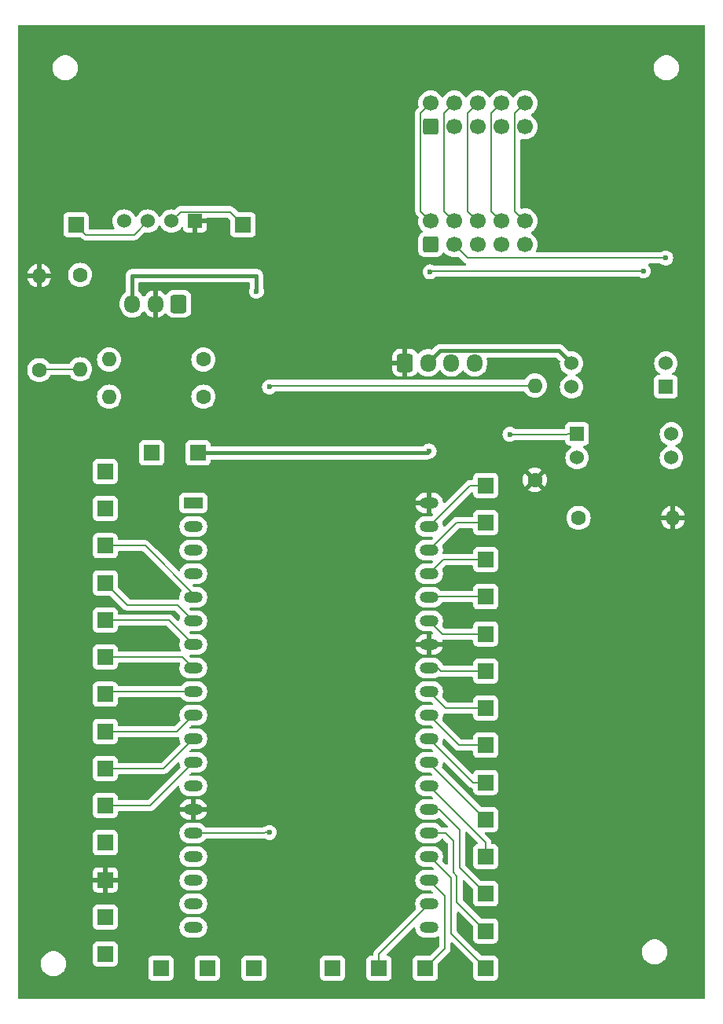
<source format=gbl>
G04 #@! TF.GenerationSoftware,KiCad,Pcbnew,8.0.3*
G04 #@! TF.CreationDate,2025-07-28T20:13:40+02:00*
G04 #@! TF.ProjectId,DC_minni,44435f6d-696e-46e6-992e-6b696361645f,rev?*
G04 #@! TF.SameCoordinates,Original*
G04 #@! TF.FileFunction,Copper,L4,Bot*
G04 #@! TF.FilePolarity,Positive*
%FSLAX46Y46*%
G04 Gerber Fmt 4.6, Leading zero omitted, Abs format (unit mm)*
G04 Created by KiCad (PCBNEW 8.0.3) date 2025-07-28 20:13:40*
%MOMM*%
%LPD*%
G01*
G04 APERTURE LIST*
G04 Aperture macros list*
%AMRoundRect*
0 Rectangle with rounded corners*
0 $1 Rounding radius*
0 $2 $3 $4 $5 $6 $7 $8 $9 X,Y pos of 4 corners*
0 Add a 4 corners polygon primitive as box body*
4,1,4,$2,$3,$4,$5,$6,$7,$8,$9,$2,$3,0*
0 Add four circle primitives for the rounded corners*
1,1,$1+$1,$2,$3*
1,1,$1+$1,$4,$5*
1,1,$1+$1,$6,$7*
1,1,$1+$1,$8,$9*
0 Add four rect primitives between the rounded corners*
20,1,$1+$1,$2,$3,$4,$5,0*
20,1,$1+$1,$4,$5,$6,$7,0*
20,1,$1+$1,$6,$7,$8,$9,0*
20,1,$1+$1,$8,$9,$2,$3,0*%
G04 Aperture macros list end*
G04 #@! TA.AperFunction,ComponentPad*
%ADD10R,1.524000X1.524000*%
G04 #@! TD*
G04 #@! TA.AperFunction,ComponentPad*
%ADD11C,1.524000*%
G04 #@! TD*
G04 #@! TA.AperFunction,ComponentPad*
%ADD12R,2.000000X1.200000*%
G04 #@! TD*
G04 #@! TA.AperFunction,ComponentPad*
%ADD13O,2.000000X1.200000*%
G04 #@! TD*
G04 #@! TA.AperFunction,ComponentPad*
%ADD14C,1.700000*%
G04 #@! TD*
G04 #@! TA.AperFunction,ComponentPad*
%ADD15RoundRect,0.250000X0.600000X-0.600000X0.600000X0.600000X-0.600000X0.600000X-0.600000X-0.600000X0*%
G04 #@! TD*
G04 #@! TA.AperFunction,ComponentPad*
%ADD16C,1.600000*%
G04 #@! TD*
G04 #@! TA.AperFunction,ComponentPad*
%ADD17O,1.600000X1.600000*%
G04 #@! TD*
G04 #@! TA.AperFunction,ComponentPad*
%ADD18O,1.700000X1.950000*%
G04 #@! TD*
G04 #@! TA.AperFunction,ComponentPad*
%ADD19RoundRect,0.250000X0.600000X0.725000X-0.600000X0.725000X-0.600000X-0.725000X0.600000X-0.725000X0*%
G04 #@! TD*
G04 #@! TA.AperFunction,ComponentPad*
%ADD20R,1.700000X1.700000*%
G04 #@! TD*
G04 #@! TA.AperFunction,ComponentPad*
%ADD21RoundRect,0.250000X-0.600000X-0.725000X0.600000X-0.725000X0.600000X0.725000X-0.600000X0.725000X0*%
G04 #@! TD*
G04 #@! TA.AperFunction,ViaPad*
%ADD22C,0.600000*%
G04 #@! TD*
G04 #@! TA.AperFunction,Conductor*
%ADD23C,0.400000*%
G04 #@! TD*
G04 #@! TA.AperFunction,Conductor*
%ADD24C,0.200000*%
G04 #@! TD*
G04 APERTURE END LIST*
D10*
X217170000Y-96520000D03*
D11*
X214630000Y-96520000D03*
X212090000Y-96520000D03*
X209550000Y-96520000D03*
D12*
X217000000Y-126900000D03*
D13*
X217000000Y-129440000D03*
X217000000Y-131980000D03*
X217000000Y-134520000D03*
X217000000Y-137060000D03*
X217000000Y-139600000D03*
X217000000Y-142140000D03*
X217000000Y-144680000D03*
X217000000Y-147220000D03*
X217000000Y-149760000D03*
X217000000Y-152300000D03*
X217000000Y-154840000D03*
X217000000Y-157380000D03*
X217000000Y-159920000D03*
X217000000Y-162460000D03*
X217000000Y-165000000D03*
X217000000Y-167540000D03*
X217000000Y-170080000D03*
X217000000Y-172620000D03*
X242396320Y-172617280D03*
X242396320Y-170077280D03*
X242400000Y-167540000D03*
X242400000Y-165000000D03*
X242400000Y-162460000D03*
X242400000Y-159920000D03*
X242400000Y-157380000D03*
X242400000Y-154840000D03*
X242400000Y-152300000D03*
X242400000Y-149760000D03*
X242400000Y-147220000D03*
X242400000Y-144680000D03*
X242400000Y-142140000D03*
X242400000Y-139600000D03*
X242400000Y-137060000D03*
X242400000Y-134520000D03*
X242400000Y-131980000D03*
X242400000Y-129440000D03*
X242400000Y-126900000D03*
D14*
X252730000Y-96520000D03*
X252730000Y-99060000D03*
X250190000Y-96520000D03*
X250190000Y-99060000D03*
X247650000Y-96520000D03*
X247650000Y-99060000D03*
X245110000Y-96520000D03*
X245110000Y-99060000D03*
X242570000Y-96520000D03*
D15*
X242570000Y-99060000D03*
D16*
X253800000Y-124400000D03*
D17*
X253800000Y-114240000D03*
D16*
X258500000Y-128500000D03*
D17*
X268660000Y-128500000D03*
X200400000Y-102420000D03*
D16*
X200400000Y-112580000D03*
X204800000Y-102320000D03*
D17*
X204800000Y-112480000D03*
D16*
X218080000Y-111440000D03*
D17*
X207920000Y-111440000D03*
D10*
X258340000Y-119460000D03*
D11*
X258340000Y-122000000D03*
X268500000Y-119460000D03*
X268500000Y-122000000D03*
D18*
X210420000Y-105440000D03*
X212920000Y-105440000D03*
D19*
X215420000Y-105440000D03*
D20*
X207500000Y-127500000D03*
X207500000Y-123500000D03*
X207500000Y-135500000D03*
X207500000Y-131500000D03*
X207500000Y-143500000D03*
X207500000Y-139500000D03*
X207500000Y-155500000D03*
X207500000Y-151500000D03*
X207500000Y-147500000D03*
X248500000Y-125000000D03*
X248500000Y-129000000D03*
X248500000Y-145000000D03*
X248500000Y-149000000D03*
X248500000Y-157000000D03*
X248500000Y-161000000D03*
X248500000Y-177000000D03*
X207500000Y-159500000D03*
X207500000Y-171500000D03*
X207500000Y-163500000D03*
X213500000Y-177000000D03*
X207500000Y-175500000D03*
X237000000Y-177000000D03*
X232000000Y-177000000D03*
X248500000Y-153000000D03*
X248500000Y-165000000D03*
X248500000Y-137000000D03*
X248500000Y-173000000D03*
X248500000Y-133000000D03*
X207500000Y-167500000D03*
D14*
X252730000Y-83820000D03*
X252730000Y-86360000D03*
X250190000Y-83820000D03*
X250190000Y-86360000D03*
X247650000Y-83820000D03*
X247650000Y-86360000D03*
X245110000Y-83820000D03*
X245110000Y-86360000D03*
X242570000Y-83820000D03*
D15*
X242570000Y-86360000D03*
D21*
X239800000Y-111800000D03*
D18*
X242300000Y-111800000D03*
X244800000Y-111800000D03*
X247300000Y-111800000D03*
D10*
X267910000Y-114380000D03*
D11*
X267910000Y-111840000D03*
X257750000Y-114380000D03*
X257750000Y-111840000D03*
D20*
X204360000Y-96940000D03*
X222360000Y-96940000D03*
X218500000Y-177000000D03*
X212500000Y-121500000D03*
X248500000Y-169000000D03*
X223500000Y-177000000D03*
X217500000Y-121500000D03*
X242000000Y-177000000D03*
D16*
X218080000Y-115440000D03*
D17*
X207920000Y-115440000D03*
D20*
X248500000Y-141000000D03*
D22*
X265500000Y-101900000D03*
X242500000Y-102000000D03*
X251100000Y-119500000D03*
X267900000Y-100500000D03*
X225200000Y-162400000D03*
X225200000Y-114400000D03*
X242400000Y-121300000D03*
X223800000Y-104100000D03*
D23*
X223800000Y-102400000D02*
X223800000Y-104100000D01*
X210400000Y-102400000D02*
X223800000Y-102400000D01*
X210420000Y-105440000D02*
X210400000Y-102400000D01*
D24*
X265500000Y-101900000D02*
X242600000Y-101900000D01*
X242600000Y-101900000D02*
X242500000Y-102000000D01*
X211800000Y-131500000D02*
X217000000Y-136700000D01*
X207500000Y-131500000D02*
X211800000Y-131500000D01*
X217000000Y-136700000D02*
X217000000Y-137060000D01*
X215287000Y-137887000D02*
X217000000Y-139600000D01*
X209887000Y-137887000D02*
X215287000Y-137887000D01*
X207500000Y-135500000D02*
X209887000Y-137887000D01*
X214360000Y-139500000D02*
X217000000Y-142140000D01*
X207500000Y-139500000D02*
X214360000Y-139500000D01*
X215820000Y-143500000D02*
X217000000Y-144680000D01*
X207500000Y-143500000D02*
X215820000Y-143500000D01*
X207880000Y-147220000D02*
X217000000Y-147220000D01*
X207600000Y-147500000D02*
X207880000Y-147220000D01*
X207500000Y-147500000D02*
X207600000Y-147500000D01*
X215260000Y-151500000D02*
X217000000Y-149760000D01*
X207500000Y-151500000D02*
X215260000Y-151500000D01*
X213800000Y-155500000D02*
X217000000Y-152300000D01*
X207500000Y-155500000D02*
X213800000Y-155500000D01*
X212340000Y-159500000D02*
X217000000Y-154840000D01*
X207500000Y-159500000D02*
X212340000Y-159500000D01*
X237000000Y-177000000D02*
X237000000Y-175473600D01*
X237000000Y-175473600D02*
X242396320Y-170077280D01*
X244100000Y-169240000D02*
X242400000Y-167540000D01*
X244100000Y-174900000D02*
X244100000Y-169240000D01*
X242000000Y-177000000D02*
X244100000Y-174900000D01*
X242500000Y-165000000D02*
X242400000Y-165000000D01*
X244800000Y-167300000D02*
X242500000Y-165000000D01*
X244800000Y-173300000D02*
X244800000Y-167300000D01*
X248500000Y-177000000D02*
X244800000Y-173300000D01*
X244160000Y-162460000D02*
X242400000Y-162460000D01*
X245000000Y-166700000D02*
X245000000Y-163300000D01*
X245400000Y-167100000D02*
X245000000Y-166700000D01*
X245400000Y-169900000D02*
X245400000Y-167100000D01*
X248500000Y-173000000D02*
X245400000Y-169900000D01*
X245000000Y-163300000D02*
X244160000Y-162460000D01*
X245700000Y-162100000D02*
X243520000Y-159920000D01*
X245700000Y-166200000D02*
X245700000Y-162100000D01*
X243520000Y-159920000D02*
X242400000Y-159920000D01*
X248500000Y-169000000D02*
X245700000Y-166200000D01*
X248500000Y-163480000D02*
X242400000Y-157380000D01*
X248500000Y-165000000D02*
X248500000Y-163480000D01*
X242400000Y-154900000D02*
X242400000Y-154840000D01*
X248500000Y-161000000D02*
X242400000Y-154900000D01*
X247100000Y-157000000D02*
X242400000Y-152300000D01*
X248500000Y-157000000D02*
X247100000Y-157000000D01*
X245640000Y-153000000D02*
X242400000Y-149760000D01*
X248500000Y-153000000D02*
X245640000Y-153000000D01*
X248500000Y-149000000D02*
X244180000Y-149000000D01*
X244180000Y-149000000D02*
X242400000Y-147220000D01*
X243690445Y-145000000D02*
X243370445Y-144680000D01*
X248500000Y-145000000D02*
X243690445Y-145000000D01*
X243370445Y-144680000D02*
X242400000Y-144680000D01*
X243800000Y-141000000D02*
X242400000Y-139600000D01*
X248500000Y-141000000D02*
X243800000Y-141000000D01*
X242460000Y-137000000D02*
X242400000Y-137060000D01*
X248500000Y-137000000D02*
X242460000Y-137000000D01*
X243920000Y-133000000D02*
X242400000Y-134520000D01*
X248500000Y-133000000D02*
X243920000Y-133000000D01*
X248500000Y-125000000D02*
X246840000Y-125000000D01*
X246840000Y-125000000D02*
X242400000Y-129440000D01*
X248500000Y-129000000D02*
X245380000Y-129000000D01*
X245380000Y-129000000D02*
X242400000Y-131980000D01*
X257247602Y-119500000D02*
X251100000Y-119500000D01*
X257287602Y-119460000D02*
X257247602Y-119500000D01*
X258340000Y-119460000D02*
X257287602Y-119460000D01*
X246550000Y-100500000D02*
X267900000Y-100500000D01*
X245110000Y-99060000D02*
X246550000Y-100500000D01*
X246573000Y-84897000D02*
X247650000Y-83820000D01*
X246573000Y-95443000D02*
X246573000Y-84897000D01*
X247650000Y-96520000D02*
X246573000Y-95443000D01*
X244033000Y-95443000D02*
X244033000Y-84897000D01*
X244033000Y-84897000D02*
X245110000Y-83820000D01*
X245110000Y-96520000D02*
X244033000Y-95443000D01*
X241493000Y-84897000D02*
X242570000Y-83820000D01*
X241493000Y-95443000D02*
X241493000Y-84897000D01*
X242570000Y-96520000D02*
X241493000Y-95443000D01*
X205420000Y-98000000D02*
X204360000Y-96940000D01*
X210610000Y-98000000D02*
X205420000Y-98000000D01*
X212090000Y-96520000D02*
X210610000Y-98000000D01*
X220951000Y-95531000D02*
X222360000Y-96940000D01*
X215619000Y-95531000D02*
X220951000Y-95531000D01*
X214630000Y-96520000D02*
X215619000Y-95531000D01*
X224640000Y-162460000D02*
X217000000Y-162460000D01*
X225200000Y-162400000D02*
X224700000Y-162400000D01*
X225360000Y-114240000D02*
X225200000Y-114400000D01*
X253800000Y-114240000D02*
X225360000Y-114240000D01*
X224700000Y-162400000D02*
X224640000Y-162460000D01*
D23*
X256408000Y-110498000D02*
X257750000Y-111840000D01*
X242300000Y-111800000D02*
X243602000Y-110498000D01*
X243602000Y-110498000D02*
X256408000Y-110498000D01*
X242200000Y-121500000D02*
X242400000Y-121300000D01*
X217500000Y-121500000D02*
X242200000Y-121500000D01*
D24*
X200680000Y-112480000D02*
X200400000Y-112200000D01*
X204800000Y-112480000D02*
X200680000Y-112480000D01*
X249113000Y-84897000D02*
X250190000Y-83820000D01*
X250190000Y-96520000D02*
X249113000Y-95443000D01*
X249113000Y-95443000D02*
X249113000Y-84897000D01*
X251653000Y-84897000D02*
X252730000Y-83820000D01*
X251653000Y-95443000D02*
X251653000Y-84897000D01*
X252730000Y-96520000D02*
X251653000Y-95443000D01*
G04 #@! TA.AperFunction,Conductor*
G36*
X272092539Y-75420185D02*
G01*
X272138294Y-75472989D01*
X272149500Y-75524500D01*
X272149500Y-180175500D01*
X272129815Y-180242539D01*
X272077011Y-180288294D01*
X272025500Y-180299500D01*
X198249500Y-180299500D01*
X198182461Y-180279815D01*
X198136706Y-180227011D01*
X198125500Y-180175500D01*
X198125500Y-176423713D01*
X200579500Y-176423713D01*
X200579500Y-176636286D01*
X200612753Y-176846239D01*
X200678444Y-177048414D01*
X200774951Y-177237820D01*
X200899890Y-177409786D01*
X201050213Y-177560109D01*
X201222179Y-177685048D01*
X201222181Y-177685049D01*
X201222184Y-177685051D01*
X201411588Y-177781557D01*
X201613757Y-177847246D01*
X201823713Y-177880500D01*
X201823714Y-177880500D01*
X202036286Y-177880500D01*
X202036287Y-177880500D01*
X202246243Y-177847246D01*
X202448412Y-177781557D01*
X202637816Y-177685051D01*
X202659789Y-177669086D01*
X202809786Y-177560109D01*
X202809788Y-177560106D01*
X202809792Y-177560104D01*
X202960104Y-177409792D01*
X202960106Y-177409788D01*
X202960109Y-177409786D01*
X203085048Y-177237820D01*
X203085047Y-177237820D01*
X203085051Y-177237816D01*
X203181557Y-177048412D01*
X203247246Y-176846243D01*
X203280500Y-176636287D01*
X203280500Y-176423713D01*
X203247246Y-176213757D01*
X203181557Y-176011588D01*
X203085051Y-175822184D01*
X203085049Y-175822181D01*
X203085048Y-175822179D01*
X202960109Y-175650213D01*
X202809786Y-175499890D01*
X202637820Y-175374951D01*
X202448414Y-175278444D01*
X202448413Y-175278443D01*
X202448412Y-175278443D01*
X202246243Y-175212754D01*
X202246241Y-175212753D01*
X202246240Y-175212753D01*
X202084957Y-175187208D01*
X202036287Y-175179500D01*
X201823713Y-175179500D01*
X201775042Y-175187208D01*
X201613760Y-175212753D01*
X201613757Y-175212754D01*
X201441525Y-175268716D01*
X201411585Y-175278444D01*
X201222179Y-175374951D01*
X201050213Y-175499890D01*
X200899890Y-175650213D01*
X200774951Y-175822179D01*
X200678444Y-176011585D01*
X200612753Y-176213760D01*
X200579500Y-176423713D01*
X198125500Y-176423713D01*
X198125500Y-174602135D01*
X206149500Y-174602135D01*
X206149500Y-176397870D01*
X206149501Y-176397876D01*
X206155908Y-176457483D01*
X206206202Y-176592328D01*
X206206206Y-176592335D01*
X206292452Y-176707544D01*
X206292455Y-176707547D01*
X206407664Y-176793793D01*
X206407671Y-176793797D01*
X206542517Y-176844091D01*
X206542516Y-176844091D01*
X206549444Y-176844835D01*
X206602127Y-176850500D01*
X208397872Y-176850499D01*
X208457483Y-176844091D01*
X208592331Y-176793796D01*
X208707546Y-176707546D01*
X208793796Y-176592331D01*
X208844091Y-176457483D01*
X208850500Y-176397873D01*
X208850500Y-176102135D01*
X212149500Y-176102135D01*
X212149500Y-177897870D01*
X212149501Y-177897876D01*
X212155908Y-177957483D01*
X212206202Y-178092328D01*
X212206206Y-178092335D01*
X212292452Y-178207544D01*
X212292455Y-178207547D01*
X212407664Y-178293793D01*
X212407671Y-178293797D01*
X212542517Y-178344091D01*
X212542516Y-178344091D01*
X212549444Y-178344835D01*
X212602127Y-178350500D01*
X214397872Y-178350499D01*
X214457483Y-178344091D01*
X214592331Y-178293796D01*
X214707546Y-178207546D01*
X214793796Y-178092331D01*
X214844091Y-177957483D01*
X214850500Y-177897873D01*
X214850499Y-176102135D01*
X217149500Y-176102135D01*
X217149500Y-177897870D01*
X217149501Y-177897876D01*
X217155908Y-177957483D01*
X217206202Y-178092328D01*
X217206206Y-178092335D01*
X217292452Y-178207544D01*
X217292455Y-178207547D01*
X217407664Y-178293793D01*
X217407671Y-178293797D01*
X217542517Y-178344091D01*
X217542516Y-178344091D01*
X217549444Y-178344835D01*
X217602127Y-178350500D01*
X219397872Y-178350499D01*
X219457483Y-178344091D01*
X219592331Y-178293796D01*
X219707546Y-178207546D01*
X219793796Y-178092331D01*
X219844091Y-177957483D01*
X219850500Y-177897873D01*
X219850499Y-176102135D01*
X222149500Y-176102135D01*
X222149500Y-177897870D01*
X222149501Y-177897876D01*
X222155908Y-177957483D01*
X222206202Y-178092328D01*
X222206206Y-178092335D01*
X222292452Y-178207544D01*
X222292455Y-178207547D01*
X222407664Y-178293793D01*
X222407671Y-178293797D01*
X222542517Y-178344091D01*
X222542516Y-178344091D01*
X222549444Y-178344835D01*
X222602127Y-178350500D01*
X224397872Y-178350499D01*
X224457483Y-178344091D01*
X224592331Y-178293796D01*
X224707546Y-178207546D01*
X224793796Y-178092331D01*
X224844091Y-177957483D01*
X224850500Y-177897873D01*
X224850499Y-176102135D01*
X230649500Y-176102135D01*
X230649500Y-177897870D01*
X230649501Y-177897876D01*
X230655908Y-177957483D01*
X230706202Y-178092328D01*
X230706206Y-178092335D01*
X230792452Y-178207544D01*
X230792455Y-178207547D01*
X230907664Y-178293793D01*
X230907671Y-178293797D01*
X231042517Y-178344091D01*
X231042516Y-178344091D01*
X231049444Y-178344835D01*
X231102127Y-178350500D01*
X232897872Y-178350499D01*
X232957483Y-178344091D01*
X233092331Y-178293796D01*
X233207546Y-178207546D01*
X233293796Y-178092331D01*
X233344091Y-177957483D01*
X233350500Y-177897873D01*
X233350499Y-176102135D01*
X235649500Y-176102135D01*
X235649500Y-177897870D01*
X235649501Y-177897876D01*
X235655908Y-177957483D01*
X235706202Y-178092328D01*
X235706206Y-178092335D01*
X235792452Y-178207544D01*
X235792455Y-178207547D01*
X235907664Y-178293793D01*
X235907671Y-178293797D01*
X236042517Y-178344091D01*
X236042516Y-178344091D01*
X236049444Y-178344835D01*
X236102127Y-178350500D01*
X237897872Y-178350499D01*
X237957483Y-178344091D01*
X238092331Y-178293796D01*
X238207546Y-178207546D01*
X238293796Y-178092331D01*
X238344091Y-177957483D01*
X238350500Y-177897873D01*
X238350499Y-176102128D01*
X238344091Y-176042517D01*
X238332555Y-176011588D01*
X238293797Y-175907671D01*
X238293793Y-175907664D01*
X238207547Y-175792455D01*
X238207544Y-175792452D01*
X238092335Y-175706206D01*
X238092328Y-175706202D01*
X237957483Y-175655909D01*
X237952816Y-175655407D01*
X237888266Y-175628665D01*
X237848421Y-175571271D01*
X237845930Y-175501446D01*
X237878394Y-175444439D01*
X240685881Y-172636952D01*
X240747202Y-172603469D01*
X240816894Y-172608453D01*
X240872827Y-172650325D01*
X240896033Y-172705237D01*
X240919040Y-172850500D01*
X240922918Y-172874981D01*
X240976447Y-173039725D01*
X241055088Y-173194068D01*
X241156906Y-173334208D01*
X241279392Y-173456694D01*
X241419532Y-173558512D01*
X241573875Y-173637153D01*
X241738619Y-173690682D01*
X241909709Y-173717780D01*
X241909710Y-173717780D01*
X242882930Y-173717780D01*
X242882931Y-173717780D01*
X243054021Y-173690682D01*
X243218765Y-173637153D01*
X243319207Y-173585975D01*
X243387874Y-173573080D01*
X243452614Y-173599356D01*
X243492872Y-173656462D01*
X243499500Y-173696461D01*
X243499500Y-174599902D01*
X243479815Y-174666941D01*
X243463181Y-174687583D01*
X242537582Y-175613181D01*
X242476259Y-175646666D01*
X242449901Y-175649500D01*
X241102129Y-175649500D01*
X241102123Y-175649501D01*
X241042516Y-175655908D01*
X240907671Y-175706202D01*
X240907664Y-175706206D01*
X240792455Y-175792452D01*
X240792452Y-175792455D01*
X240706206Y-175907664D01*
X240706202Y-175907671D01*
X240655908Y-176042517D01*
X240649501Y-176102116D01*
X240649501Y-176102123D01*
X240649500Y-176102135D01*
X240649500Y-177897870D01*
X240649501Y-177897876D01*
X240655908Y-177957483D01*
X240706202Y-178092328D01*
X240706206Y-178092335D01*
X240792452Y-178207544D01*
X240792455Y-178207547D01*
X240907664Y-178293793D01*
X240907671Y-178293797D01*
X241042517Y-178344091D01*
X241042516Y-178344091D01*
X241049444Y-178344835D01*
X241102127Y-178350500D01*
X242897872Y-178350499D01*
X242957483Y-178344091D01*
X243092331Y-178293796D01*
X243207546Y-178207546D01*
X243293796Y-178092331D01*
X243344091Y-177957483D01*
X243350500Y-177897873D01*
X243350499Y-176550095D01*
X243370184Y-176483057D01*
X243386813Y-176462420D01*
X244458506Y-175390728D01*
X244458511Y-175390724D01*
X244468714Y-175380520D01*
X244468716Y-175380520D01*
X244580520Y-175268716D01*
X244659577Y-175131784D01*
X244700500Y-174979057D01*
X244700500Y-174349097D01*
X244720185Y-174282058D01*
X244772989Y-174236303D01*
X244842147Y-174226359D01*
X244905703Y-174255384D01*
X244912181Y-174261416D01*
X247113181Y-176462416D01*
X247146666Y-176523739D01*
X247149500Y-176550097D01*
X247149500Y-177897870D01*
X247149501Y-177897876D01*
X247155908Y-177957483D01*
X247206202Y-178092328D01*
X247206206Y-178092335D01*
X247292452Y-178207544D01*
X247292455Y-178207547D01*
X247407664Y-178293793D01*
X247407671Y-178293797D01*
X247542517Y-178344091D01*
X247542516Y-178344091D01*
X247549444Y-178344835D01*
X247602127Y-178350500D01*
X249397872Y-178350499D01*
X249457483Y-178344091D01*
X249592331Y-178293796D01*
X249707546Y-178207546D01*
X249793796Y-178092331D01*
X249844091Y-177957483D01*
X249850500Y-177897873D01*
X249850499Y-176102128D01*
X249844091Y-176042517D01*
X249832555Y-176011588D01*
X249793797Y-175907671D01*
X249793793Y-175907664D01*
X249707547Y-175792455D01*
X249707544Y-175792452D01*
X249592335Y-175706206D01*
X249592328Y-175706202D01*
X249457482Y-175655908D01*
X249457483Y-175655908D01*
X249397883Y-175649501D01*
X249397881Y-175649500D01*
X249397873Y-175649500D01*
X249397865Y-175649500D01*
X248050097Y-175649500D01*
X247983058Y-175629815D01*
X247962416Y-175613181D01*
X247502948Y-175153713D01*
X265349500Y-175153713D01*
X265349500Y-175366287D01*
X265353372Y-175390732D01*
X265381966Y-175571271D01*
X265382754Y-175576243D01*
X265424980Y-175706202D01*
X265448444Y-175778414D01*
X265544951Y-175967820D01*
X265669890Y-176139786D01*
X265820213Y-176290109D01*
X265992179Y-176415048D01*
X265992181Y-176415049D01*
X265992184Y-176415051D01*
X266181588Y-176511557D01*
X266383757Y-176577246D01*
X266593713Y-176610500D01*
X266593714Y-176610500D01*
X266806286Y-176610500D01*
X266806287Y-176610500D01*
X267016243Y-176577246D01*
X267218412Y-176511557D01*
X267407816Y-176415051D01*
X267431472Y-176397864D01*
X267579786Y-176290109D01*
X267579788Y-176290106D01*
X267579792Y-176290104D01*
X267730104Y-176139792D01*
X267730106Y-176139788D01*
X267730109Y-176139786D01*
X267855048Y-175967820D01*
X267855047Y-175967820D01*
X267855051Y-175967816D01*
X267951557Y-175778412D01*
X268017246Y-175576243D01*
X268050500Y-175366287D01*
X268050500Y-175153713D01*
X268017246Y-174943757D01*
X267951557Y-174741588D01*
X267855051Y-174552184D01*
X267855049Y-174552181D01*
X267855048Y-174552179D01*
X267730109Y-174380213D01*
X267579786Y-174229890D01*
X267407820Y-174104951D01*
X267218414Y-174008444D01*
X267218413Y-174008443D01*
X267218412Y-174008443D01*
X267016243Y-173942754D01*
X267016241Y-173942753D01*
X267016240Y-173942753D01*
X266854957Y-173917208D01*
X266806287Y-173909500D01*
X266593713Y-173909500D01*
X266545042Y-173917208D01*
X266383760Y-173942753D01*
X266181585Y-174008444D01*
X265992179Y-174104951D01*
X265820213Y-174229890D01*
X265669890Y-174380213D01*
X265544951Y-174552179D01*
X265448444Y-174741585D01*
X265382753Y-174943760D01*
X265377163Y-174979055D01*
X265349500Y-175153713D01*
X247502948Y-175153713D01*
X245436819Y-173087584D01*
X245403334Y-173026261D01*
X245400500Y-172999903D01*
X245400500Y-171049097D01*
X245420185Y-170982058D01*
X245472989Y-170936303D01*
X245542147Y-170926359D01*
X245605703Y-170955384D01*
X245612181Y-170961416D01*
X247113181Y-172462416D01*
X247146666Y-172523739D01*
X247149500Y-172550097D01*
X247149500Y-173897870D01*
X247149501Y-173897876D01*
X247155908Y-173957483D01*
X247206202Y-174092328D01*
X247206206Y-174092335D01*
X247292452Y-174207544D01*
X247292455Y-174207547D01*
X247407664Y-174293793D01*
X247407671Y-174293797D01*
X247542517Y-174344091D01*
X247542516Y-174344091D01*
X247549444Y-174344835D01*
X247602127Y-174350500D01*
X249397872Y-174350499D01*
X249457483Y-174344091D01*
X249592331Y-174293796D01*
X249707546Y-174207546D01*
X249793796Y-174092331D01*
X249844091Y-173957483D01*
X249850500Y-173897873D01*
X249850499Y-172102128D01*
X249844091Y-172042517D01*
X249793796Y-171907669D01*
X249793795Y-171907668D01*
X249793793Y-171907664D01*
X249707547Y-171792455D01*
X249707544Y-171792452D01*
X249592335Y-171706206D01*
X249592328Y-171706202D01*
X249457482Y-171655908D01*
X249457483Y-171655908D01*
X249397883Y-171649501D01*
X249397881Y-171649500D01*
X249397873Y-171649500D01*
X249397865Y-171649500D01*
X248050097Y-171649500D01*
X247983058Y-171629815D01*
X247962416Y-171613181D01*
X246036819Y-169687584D01*
X246003334Y-169626261D01*
X246000500Y-169599903D01*
X246000500Y-167649097D01*
X246020185Y-167582058D01*
X246072989Y-167536303D01*
X246142147Y-167526359D01*
X246205703Y-167555384D01*
X246212181Y-167561416D01*
X247113181Y-168462416D01*
X247146666Y-168523739D01*
X247149500Y-168550097D01*
X247149500Y-169897870D01*
X247149501Y-169897876D01*
X247155908Y-169957483D01*
X247206202Y-170092328D01*
X247206206Y-170092335D01*
X247292452Y-170207544D01*
X247292455Y-170207547D01*
X247407664Y-170293793D01*
X247407671Y-170293797D01*
X247542517Y-170344091D01*
X247542516Y-170344091D01*
X247549444Y-170344835D01*
X247602127Y-170350500D01*
X249397872Y-170350499D01*
X249457483Y-170344091D01*
X249592331Y-170293796D01*
X249707546Y-170207546D01*
X249793796Y-170092331D01*
X249844091Y-169957483D01*
X249850500Y-169897873D01*
X249850499Y-168102128D01*
X249844091Y-168042517D01*
X249828233Y-168000000D01*
X249793797Y-167907671D01*
X249793793Y-167907664D01*
X249707547Y-167792455D01*
X249707544Y-167792452D01*
X249592335Y-167706206D01*
X249592328Y-167706202D01*
X249457482Y-167655908D01*
X249457483Y-167655908D01*
X249397883Y-167649501D01*
X249397881Y-167649500D01*
X249397873Y-167649500D01*
X249397865Y-167649500D01*
X248050097Y-167649500D01*
X247983058Y-167629815D01*
X247962416Y-167613181D01*
X246336819Y-165987584D01*
X246303334Y-165926261D01*
X246300500Y-165899903D01*
X246300500Y-162429097D01*
X246320185Y-162362058D01*
X246372989Y-162316303D01*
X246442147Y-162306359D01*
X246505703Y-162335384D01*
X246512181Y-162341416D01*
X247615822Y-163445058D01*
X247649307Y-163506381D01*
X247644323Y-163576073D01*
X247602451Y-163632006D01*
X247549742Y-163652747D01*
X247550068Y-163654124D01*
X247542520Y-163655907D01*
X247407671Y-163706202D01*
X247407664Y-163706206D01*
X247292455Y-163792452D01*
X247292452Y-163792455D01*
X247206206Y-163907664D01*
X247206202Y-163907671D01*
X247155908Y-164042517D01*
X247149501Y-164102116D01*
X247149501Y-164102123D01*
X247149500Y-164102135D01*
X247149500Y-165897870D01*
X247149501Y-165897876D01*
X247155908Y-165957483D01*
X247206202Y-166092328D01*
X247206206Y-166092335D01*
X247292452Y-166207544D01*
X247292455Y-166207547D01*
X247407664Y-166293793D01*
X247407671Y-166293797D01*
X247542517Y-166344091D01*
X247542516Y-166344091D01*
X247549444Y-166344835D01*
X247602127Y-166350500D01*
X249397872Y-166350499D01*
X249457483Y-166344091D01*
X249592331Y-166293796D01*
X249707546Y-166207546D01*
X249793796Y-166092331D01*
X249844091Y-165957483D01*
X249850500Y-165897873D01*
X249850499Y-164102128D01*
X249844091Y-164042517D01*
X249820821Y-163980128D01*
X249793797Y-163907671D01*
X249793793Y-163907664D01*
X249707547Y-163792455D01*
X249707544Y-163792452D01*
X249592335Y-163706206D01*
X249592328Y-163706202D01*
X249457482Y-163655908D01*
X249457483Y-163655908D01*
X249397883Y-163649501D01*
X249397881Y-163649500D01*
X249397873Y-163649500D01*
X249397865Y-163649500D01*
X249224501Y-163649500D01*
X249157462Y-163629815D01*
X249111707Y-163577011D01*
X249100501Y-163525500D01*
X249100501Y-163400944D01*
X249100501Y-163400943D01*
X249059577Y-163248216D01*
X249023291Y-163185366D01*
X248980524Y-163111290D01*
X248980518Y-163111282D01*
X248431416Y-162562180D01*
X248397931Y-162500857D01*
X248402915Y-162431165D01*
X248444787Y-162375232D01*
X248510251Y-162350815D01*
X248519097Y-162350499D01*
X249397871Y-162350499D01*
X249397872Y-162350499D01*
X249457483Y-162344091D01*
X249592331Y-162293796D01*
X249707546Y-162207546D01*
X249793796Y-162092331D01*
X249844091Y-161957483D01*
X249850500Y-161897873D01*
X249850499Y-160102128D01*
X249844091Y-160042517D01*
X249820967Y-159980519D01*
X249793797Y-159907671D01*
X249793793Y-159907664D01*
X249707547Y-159792455D01*
X249707544Y-159792452D01*
X249592335Y-159706206D01*
X249592328Y-159706202D01*
X249457482Y-159655908D01*
X249457483Y-159655908D01*
X249397883Y-159649501D01*
X249397881Y-159649500D01*
X249397873Y-159649500D01*
X249397865Y-159649500D01*
X248050098Y-159649500D01*
X247983059Y-159629815D01*
X247962417Y-159613181D01*
X243813303Y-155464068D01*
X243779818Y-155402745D01*
X243784802Y-155333053D01*
X243790496Y-155320099D01*
X243819873Y-155262445D01*
X243873402Y-155097701D01*
X243900286Y-154927957D01*
X243930215Y-154864824D01*
X243989526Y-154827892D01*
X244059389Y-154828890D01*
X244110439Y-154859674D01*
X246731284Y-157480520D01*
X246731286Y-157480521D01*
X246731290Y-157480524D01*
X246799243Y-157519756D01*
X246868216Y-157559577D01*
X247020943Y-157600501D01*
X247025501Y-157600501D01*
X247092540Y-157620186D01*
X247138295Y-157672990D01*
X247149501Y-157724501D01*
X247149501Y-157897876D01*
X247155908Y-157957483D01*
X247206202Y-158092328D01*
X247206206Y-158092335D01*
X247292452Y-158207544D01*
X247292455Y-158207547D01*
X247407664Y-158293793D01*
X247407671Y-158293797D01*
X247542517Y-158344091D01*
X247542516Y-158344091D01*
X247549444Y-158344835D01*
X247602127Y-158350500D01*
X249397872Y-158350499D01*
X249457483Y-158344091D01*
X249592331Y-158293796D01*
X249707546Y-158207546D01*
X249793796Y-158092331D01*
X249844091Y-157957483D01*
X249850500Y-157897873D01*
X249850499Y-156102128D01*
X249844091Y-156042517D01*
X249837797Y-156025643D01*
X249793797Y-155907671D01*
X249793793Y-155907664D01*
X249707547Y-155792455D01*
X249707544Y-155792452D01*
X249592335Y-155706206D01*
X249592328Y-155706202D01*
X249457482Y-155655908D01*
X249457483Y-155655908D01*
X249397883Y-155649501D01*
X249397881Y-155649500D01*
X249397873Y-155649500D01*
X249397864Y-155649500D01*
X247602129Y-155649500D01*
X247602123Y-155649501D01*
X247542516Y-155655908D01*
X247407671Y-155706202D01*
X247407664Y-155706206D01*
X247292455Y-155792452D01*
X247292452Y-155792455D01*
X247206206Y-155907664D01*
X247206203Y-155907670D01*
X247178742Y-155981296D01*
X247136870Y-156037229D01*
X247071405Y-156061646D01*
X247003133Y-156046794D01*
X246974879Y-156025643D01*
X243833556Y-152884321D01*
X243800071Y-152822998D01*
X243805055Y-152753306D01*
X243810752Y-152740346D01*
X243819873Y-152722445D01*
X243873402Y-152557701D01*
X243900286Y-152387957D01*
X243930215Y-152324824D01*
X243989526Y-152287892D01*
X244059389Y-152288890D01*
X244110440Y-152319675D01*
X245155139Y-153364374D01*
X245155149Y-153364385D01*
X245159479Y-153368715D01*
X245159480Y-153368716D01*
X245271284Y-153480520D01*
X245358095Y-153530639D01*
X245358097Y-153530641D01*
X245396151Y-153552611D01*
X245408215Y-153559577D01*
X245560943Y-153600501D01*
X245560946Y-153600501D01*
X245726653Y-153600501D01*
X245726669Y-153600500D01*
X247025501Y-153600500D01*
X247092540Y-153620185D01*
X247138295Y-153672989D01*
X247149501Y-153724500D01*
X247149501Y-153897876D01*
X247155908Y-153957483D01*
X247206202Y-154092328D01*
X247206206Y-154092335D01*
X247292452Y-154207544D01*
X247292455Y-154207547D01*
X247407664Y-154293793D01*
X247407671Y-154293797D01*
X247542517Y-154344091D01*
X247542516Y-154344091D01*
X247549444Y-154344835D01*
X247602127Y-154350500D01*
X249397872Y-154350499D01*
X249457483Y-154344091D01*
X249592331Y-154293796D01*
X249707546Y-154207546D01*
X249793796Y-154092331D01*
X249844091Y-153957483D01*
X249850500Y-153897873D01*
X249850499Y-152102128D01*
X249844091Y-152042517D01*
X249793796Y-151907669D01*
X249793795Y-151907668D01*
X249793793Y-151907664D01*
X249707547Y-151792455D01*
X249707544Y-151792452D01*
X249592335Y-151706206D01*
X249592328Y-151706202D01*
X249457482Y-151655908D01*
X249457483Y-151655908D01*
X249397883Y-151649501D01*
X249397881Y-151649500D01*
X249397873Y-151649500D01*
X249397864Y-151649500D01*
X247602129Y-151649500D01*
X247602123Y-151649501D01*
X247542516Y-151655908D01*
X247407671Y-151706202D01*
X247407664Y-151706206D01*
X247292455Y-151792452D01*
X247292452Y-151792455D01*
X247206206Y-151907664D01*
X247206202Y-151907671D01*
X247155908Y-152042517D01*
X247150779Y-152090228D01*
X247149501Y-152102123D01*
X247149500Y-152102135D01*
X247149500Y-152275500D01*
X247129815Y-152342539D01*
X247077011Y-152388294D01*
X247025500Y-152399500D01*
X245940097Y-152399500D01*
X245873058Y-152379815D01*
X245852416Y-152363181D01*
X243833556Y-150344321D01*
X243800071Y-150282998D01*
X243805055Y-150213306D01*
X243810749Y-150200350D01*
X243819873Y-150182445D01*
X243873402Y-150017701D01*
X243900500Y-149846611D01*
X243900500Y-149708391D01*
X243920185Y-149641352D01*
X243972989Y-149595597D01*
X244042147Y-149585653D01*
X244056580Y-149588613D01*
X244100943Y-149600500D01*
X244259057Y-149600500D01*
X247025501Y-149600500D01*
X247092540Y-149620185D01*
X247138295Y-149672989D01*
X247149501Y-149724500D01*
X247149501Y-149897876D01*
X247155908Y-149957483D01*
X247206202Y-150092328D01*
X247206206Y-150092335D01*
X247292452Y-150207544D01*
X247292455Y-150207547D01*
X247407664Y-150293793D01*
X247407671Y-150293797D01*
X247542517Y-150344091D01*
X247542516Y-150344091D01*
X247544656Y-150344321D01*
X247602127Y-150350500D01*
X249397872Y-150350499D01*
X249457483Y-150344091D01*
X249592331Y-150293796D01*
X249707546Y-150207546D01*
X249793796Y-150092331D01*
X249844091Y-149957483D01*
X249850500Y-149897873D01*
X249850499Y-148102128D01*
X249844091Y-148042517D01*
X249804709Y-147936929D01*
X249793797Y-147907671D01*
X249793793Y-147907664D01*
X249707547Y-147792455D01*
X249707544Y-147792452D01*
X249592335Y-147706206D01*
X249592328Y-147706202D01*
X249457482Y-147655908D01*
X249457483Y-147655908D01*
X249397883Y-147649501D01*
X249397881Y-147649500D01*
X249397873Y-147649500D01*
X249397864Y-147649500D01*
X247602129Y-147649500D01*
X247602123Y-147649501D01*
X247542516Y-147655908D01*
X247407671Y-147706202D01*
X247407664Y-147706206D01*
X247292455Y-147792452D01*
X247292452Y-147792455D01*
X247206206Y-147907664D01*
X247206202Y-147907671D01*
X247155908Y-148042517D01*
X247154092Y-148059414D01*
X247149501Y-148102123D01*
X247149500Y-148102135D01*
X247149500Y-148275500D01*
X247129815Y-148342539D01*
X247077011Y-148388294D01*
X247025500Y-148399500D01*
X244480097Y-148399500D01*
X244413058Y-148379815D01*
X244392416Y-148363181D01*
X243833556Y-147804321D01*
X243800071Y-147742998D01*
X243805055Y-147673306D01*
X243810749Y-147660350D01*
X243819873Y-147642445D01*
X243873402Y-147477701D01*
X243900500Y-147306611D01*
X243900500Y-147133389D01*
X243873402Y-146962299D01*
X243819873Y-146797555D01*
X243741232Y-146643212D01*
X243639414Y-146503072D01*
X243516928Y-146380586D01*
X243376788Y-146278768D01*
X243222445Y-146200127D01*
X243057701Y-146146598D01*
X243057699Y-146146597D01*
X243057698Y-146146597D01*
X242926271Y-146125781D01*
X242886611Y-146119500D01*
X241913389Y-146119500D01*
X241873728Y-146125781D01*
X241742302Y-146146597D01*
X241577552Y-146200128D01*
X241423211Y-146278768D01*
X241402526Y-146293797D01*
X241283072Y-146380586D01*
X241283070Y-146380588D01*
X241283069Y-146380588D01*
X241160588Y-146503069D01*
X241160588Y-146503070D01*
X241160586Y-146503072D01*
X241128662Y-146547011D01*
X241058768Y-146643211D01*
X240980128Y-146797552D01*
X240926597Y-146962302D01*
X240899500Y-147133389D01*
X240899500Y-147306611D01*
X240926598Y-147477701D01*
X240980127Y-147642445D01*
X241058768Y-147796788D01*
X241160586Y-147936928D01*
X241283072Y-148059414D01*
X241423212Y-148161232D01*
X241577555Y-148239873D01*
X241742299Y-148293402D01*
X241913389Y-148320500D01*
X242599903Y-148320500D01*
X242666942Y-148340185D01*
X242687584Y-148356819D01*
X242778584Y-148447819D01*
X242812069Y-148509142D01*
X242807085Y-148578834D01*
X242765213Y-148634767D01*
X242699749Y-148659184D01*
X242690903Y-148659500D01*
X241913389Y-148659500D01*
X241873728Y-148665781D01*
X241742302Y-148686597D01*
X241577552Y-148740128D01*
X241423211Y-148818768D01*
X241343256Y-148876859D01*
X241283072Y-148920586D01*
X241283070Y-148920588D01*
X241283069Y-148920588D01*
X241160588Y-149043069D01*
X241160588Y-149043070D01*
X241160586Y-149043072D01*
X241116859Y-149103256D01*
X241058768Y-149183211D01*
X240980128Y-149337552D01*
X240926597Y-149502302D01*
X240911821Y-149595597D01*
X240899500Y-149673389D01*
X240899500Y-149846611D01*
X240926598Y-150017701D01*
X240980127Y-150182445D01*
X241058768Y-150336788D01*
X241160586Y-150476928D01*
X241283072Y-150599414D01*
X241423212Y-150701232D01*
X241577555Y-150779873D01*
X241742299Y-150833402D01*
X241913389Y-150860500D01*
X242599903Y-150860500D01*
X242666942Y-150880185D01*
X242687584Y-150896819D01*
X242778584Y-150987819D01*
X242812069Y-151049142D01*
X242807085Y-151118834D01*
X242765213Y-151174767D01*
X242699749Y-151199184D01*
X242690903Y-151199500D01*
X241913389Y-151199500D01*
X241873728Y-151205781D01*
X241742302Y-151226597D01*
X241577552Y-151280128D01*
X241423211Y-151358768D01*
X241343256Y-151416859D01*
X241283072Y-151460586D01*
X241283070Y-151460588D01*
X241283069Y-151460588D01*
X241160588Y-151583069D01*
X241160588Y-151583070D01*
X241160586Y-151583072D01*
X241116859Y-151643256D01*
X241058768Y-151723211D01*
X240980128Y-151877552D01*
X240926597Y-152042302D01*
X240908358Y-152157461D01*
X240899500Y-152213389D01*
X240899500Y-152386611D01*
X240926598Y-152557701D01*
X240980127Y-152722445D01*
X241058768Y-152876788D01*
X241160586Y-153016928D01*
X241283072Y-153139414D01*
X241423212Y-153241232D01*
X241577555Y-153319873D01*
X241742299Y-153373402D01*
X241913389Y-153400500D01*
X242599903Y-153400500D01*
X242666942Y-153420185D01*
X242687584Y-153436819D01*
X242778584Y-153527819D01*
X242812069Y-153589142D01*
X242807085Y-153658834D01*
X242765213Y-153714767D01*
X242699749Y-153739184D01*
X242690903Y-153739500D01*
X241913389Y-153739500D01*
X241873728Y-153745781D01*
X241742302Y-153766597D01*
X241577552Y-153820128D01*
X241423211Y-153898768D01*
X241343256Y-153956859D01*
X241283072Y-154000586D01*
X241283070Y-154000588D01*
X241283069Y-154000588D01*
X241160588Y-154123069D01*
X241160588Y-154123070D01*
X241160586Y-154123072D01*
X241116859Y-154183256D01*
X241058768Y-154263211D01*
X240980128Y-154417552D01*
X240926597Y-154582302D01*
X240899500Y-154753389D01*
X240899500Y-154926611D01*
X240926598Y-155097701D01*
X240980127Y-155262445D01*
X241058768Y-155416788D01*
X241160586Y-155556928D01*
X241283072Y-155679414D01*
X241423212Y-155781232D01*
X241577555Y-155859873D01*
X241742299Y-155913402D01*
X241913389Y-155940500D01*
X242539903Y-155940500D01*
X242606942Y-155960185D01*
X242627584Y-155976819D01*
X242718584Y-156067819D01*
X242752069Y-156129142D01*
X242747085Y-156198834D01*
X242705213Y-156254767D01*
X242639749Y-156279184D01*
X242630903Y-156279500D01*
X241913389Y-156279500D01*
X241873728Y-156285781D01*
X241742302Y-156306597D01*
X241577552Y-156360128D01*
X241423211Y-156438768D01*
X241343256Y-156496859D01*
X241283072Y-156540586D01*
X241283070Y-156540588D01*
X241283069Y-156540588D01*
X241160588Y-156663069D01*
X241160588Y-156663070D01*
X241160586Y-156663072D01*
X241128275Y-156707544D01*
X241058768Y-156803211D01*
X240980128Y-156957552D01*
X240926597Y-157122302D01*
X240907715Y-157241520D01*
X240899500Y-157293389D01*
X240899500Y-157466611D01*
X240926598Y-157637701D01*
X240980127Y-157802445D01*
X241058768Y-157956788D01*
X241160586Y-158096928D01*
X241283072Y-158219414D01*
X241423212Y-158321232D01*
X241577555Y-158399873D01*
X241742299Y-158453402D01*
X241913389Y-158480500D01*
X242599903Y-158480500D01*
X242666942Y-158500185D01*
X242687584Y-158516819D01*
X242778584Y-158607819D01*
X242812069Y-158669142D01*
X242807085Y-158738834D01*
X242765213Y-158794767D01*
X242699749Y-158819184D01*
X242690903Y-158819500D01*
X241913389Y-158819500D01*
X241873728Y-158825781D01*
X241742302Y-158846597D01*
X241577552Y-158900128D01*
X241423211Y-158978768D01*
X241343256Y-159036859D01*
X241283072Y-159080586D01*
X241283070Y-159080588D01*
X241283069Y-159080588D01*
X241160588Y-159203069D01*
X241160588Y-159203070D01*
X241160586Y-159203072D01*
X241160350Y-159203397D01*
X241058768Y-159343211D01*
X240980128Y-159497552D01*
X240926597Y-159662302D01*
X240899500Y-159833389D01*
X240899500Y-160006610D01*
X240914628Y-160102129D01*
X240926598Y-160177701D01*
X240980127Y-160342445D01*
X241058768Y-160496788D01*
X241160586Y-160636928D01*
X241283072Y-160759414D01*
X241423212Y-160861232D01*
X241577555Y-160939873D01*
X241742299Y-160993402D01*
X241913389Y-161020500D01*
X241913390Y-161020500D01*
X242886610Y-161020500D01*
X242886611Y-161020500D01*
X243057701Y-160993402D01*
X243222445Y-160939873D01*
X243376788Y-160861232D01*
X243427338Y-160824504D01*
X243493143Y-160801024D01*
X243561197Y-160816849D01*
X243587905Y-160837141D01*
X244418904Y-161668140D01*
X244452389Y-161729463D01*
X244447405Y-161799155D01*
X244405533Y-161855088D01*
X244340069Y-161879505D01*
X244299131Y-161875596D01*
X244239057Y-161859499D01*
X244080943Y-161859499D01*
X244073347Y-161859499D01*
X244073331Y-161859500D01*
X243787185Y-161859500D01*
X243720146Y-161839815D01*
X243686867Y-161808386D01*
X243639414Y-161743072D01*
X243516928Y-161620586D01*
X243376788Y-161518768D01*
X243222445Y-161440127D01*
X243057701Y-161386598D01*
X243057699Y-161386597D01*
X243057698Y-161386597D01*
X242926271Y-161365781D01*
X242886611Y-161359500D01*
X241913389Y-161359500D01*
X241873728Y-161365781D01*
X241742302Y-161386597D01*
X241577552Y-161440128D01*
X241423211Y-161518768D01*
X241343256Y-161576859D01*
X241283072Y-161620586D01*
X241283070Y-161620588D01*
X241283069Y-161620588D01*
X241160588Y-161743069D01*
X241160588Y-161743070D01*
X241160586Y-161743072D01*
X241138309Y-161773734D01*
X241058768Y-161883211D01*
X240980128Y-162037552D01*
X240926597Y-162202302D01*
X240905519Y-162335384D01*
X240899500Y-162373389D01*
X240899500Y-162546611D01*
X240926598Y-162717701D01*
X240980127Y-162882445D01*
X241058768Y-163036788D01*
X241160586Y-163176928D01*
X241283072Y-163299414D01*
X241423212Y-163401232D01*
X241577555Y-163479873D01*
X241742299Y-163533402D01*
X241913389Y-163560500D01*
X241913390Y-163560500D01*
X242886610Y-163560500D01*
X242886611Y-163560500D01*
X243057701Y-163533402D01*
X243222445Y-163479873D01*
X243376788Y-163401232D01*
X243516928Y-163299414D01*
X243639414Y-163176928D01*
X243686868Y-163111613D01*
X243742197Y-163068949D01*
X243787185Y-163060500D01*
X243859903Y-163060500D01*
X243926942Y-163080185D01*
X243947584Y-163096819D01*
X244363181Y-163512416D01*
X244396666Y-163573739D01*
X244399500Y-163600097D01*
X244399500Y-165750903D01*
X244379815Y-165817942D01*
X244327011Y-165863697D01*
X244257853Y-165873641D01*
X244194297Y-165844616D01*
X244187819Y-165838584D01*
X243861785Y-165512550D01*
X243828300Y-165451227D01*
X243831534Y-165386553D01*
X243873402Y-165257701D01*
X243900500Y-165086611D01*
X243900500Y-164913389D01*
X243873402Y-164742299D01*
X243819873Y-164577555D01*
X243741232Y-164423212D01*
X243639414Y-164283072D01*
X243516928Y-164160586D01*
X243376788Y-164058768D01*
X243222445Y-163980127D01*
X243057701Y-163926598D01*
X243057699Y-163926597D01*
X243057698Y-163926597D01*
X242926271Y-163905781D01*
X242886611Y-163899500D01*
X241913389Y-163899500D01*
X241873728Y-163905781D01*
X241742302Y-163926597D01*
X241577552Y-163980128D01*
X241423211Y-164058768D01*
X241343256Y-164116859D01*
X241283072Y-164160586D01*
X241283070Y-164160588D01*
X241283069Y-164160588D01*
X241160588Y-164283069D01*
X241160588Y-164283070D01*
X241160586Y-164283072D01*
X241116859Y-164343256D01*
X241058768Y-164423211D01*
X240980128Y-164577552D01*
X240926597Y-164742302D01*
X240899500Y-164913389D01*
X240899500Y-165086611D01*
X240926598Y-165257701D01*
X240980127Y-165422445D01*
X241058768Y-165576788D01*
X241160586Y-165716928D01*
X241283072Y-165839414D01*
X241423212Y-165941232D01*
X241577555Y-166019873D01*
X241742299Y-166073402D01*
X241913389Y-166100500D01*
X242699903Y-166100500D01*
X242766942Y-166120185D01*
X242787584Y-166136819D01*
X242878584Y-166227819D01*
X242912069Y-166289142D01*
X242907085Y-166358834D01*
X242865213Y-166414767D01*
X242799749Y-166439184D01*
X242790903Y-166439500D01*
X241913389Y-166439500D01*
X241873728Y-166445781D01*
X241742302Y-166466597D01*
X241577552Y-166520128D01*
X241423211Y-166598768D01*
X241343256Y-166656859D01*
X241283072Y-166700586D01*
X241283070Y-166700588D01*
X241283069Y-166700588D01*
X241160588Y-166823069D01*
X241160588Y-166823070D01*
X241160586Y-166823072D01*
X241116859Y-166883256D01*
X241058768Y-166963211D01*
X240980128Y-167117552D01*
X240926597Y-167282302D01*
X240915917Y-167349735D01*
X240899500Y-167453389D01*
X240899500Y-167626611D01*
X240904140Y-167655908D01*
X240925766Y-167792452D01*
X240926598Y-167797701D01*
X240980127Y-167962445D01*
X241058768Y-168116788D01*
X241160586Y-168256928D01*
X241283072Y-168379414D01*
X241423212Y-168481232D01*
X241577555Y-168559873D01*
X241742299Y-168613402D01*
X241913389Y-168640500D01*
X242599903Y-168640500D01*
X242666942Y-168660185D01*
X242687584Y-168676819D01*
X242775864Y-168765099D01*
X242809349Y-168826422D01*
X242804365Y-168896114D01*
X242762493Y-168952047D01*
X242697029Y-168976464D01*
X242688183Y-168976780D01*
X241909709Y-168976780D01*
X241892536Y-168979500D01*
X241738622Y-169003877D01*
X241573872Y-169057408D01*
X241419531Y-169136048D01*
X241339576Y-169194139D01*
X241279392Y-169237866D01*
X241279390Y-169237868D01*
X241279389Y-169237868D01*
X241156908Y-169360349D01*
X241156908Y-169360350D01*
X241156906Y-169360352D01*
X241154930Y-169363072D01*
X241055088Y-169500491D01*
X240976448Y-169654832D01*
X240922917Y-169819582D01*
X240895820Y-169990669D01*
X240895820Y-170163890D01*
X240916182Y-170292455D01*
X240922918Y-170334981D01*
X240946534Y-170407664D01*
X240976446Y-170499722D01*
X240976448Y-170499727D01*
X240985568Y-170517626D01*
X240998463Y-170586295D01*
X240972186Y-170651035D01*
X240962763Y-170661600D01*
X236631286Y-174993078D01*
X236519481Y-175104882D01*
X236519479Y-175104884D01*
X236503946Y-175131790D01*
X236491289Y-175153713D01*
X236440423Y-175241815D01*
X236399499Y-175394543D01*
X236399499Y-175394545D01*
X236399499Y-175525500D01*
X236379814Y-175592539D01*
X236327010Y-175638294D01*
X236275500Y-175649500D01*
X236102130Y-175649500D01*
X236102123Y-175649501D01*
X236042516Y-175655908D01*
X235907671Y-175706202D01*
X235907664Y-175706206D01*
X235792455Y-175792452D01*
X235792452Y-175792455D01*
X235706206Y-175907664D01*
X235706202Y-175907671D01*
X235655908Y-176042517D01*
X235649501Y-176102116D01*
X235649501Y-176102123D01*
X235649500Y-176102135D01*
X233350499Y-176102135D01*
X233350499Y-176102128D01*
X233344091Y-176042517D01*
X233332555Y-176011588D01*
X233293797Y-175907671D01*
X233293793Y-175907664D01*
X233207547Y-175792455D01*
X233207544Y-175792452D01*
X233092335Y-175706206D01*
X233092328Y-175706202D01*
X232957482Y-175655908D01*
X232957483Y-175655908D01*
X232897883Y-175649501D01*
X232897881Y-175649500D01*
X232897873Y-175649500D01*
X232897864Y-175649500D01*
X231102129Y-175649500D01*
X231102123Y-175649501D01*
X231042516Y-175655908D01*
X230907671Y-175706202D01*
X230907664Y-175706206D01*
X230792455Y-175792452D01*
X230792452Y-175792455D01*
X230706206Y-175907664D01*
X230706202Y-175907671D01*
X230655908Y-176042517D01*
X230649501Y-176102116D01*
X230649501Y-176102123D01*
X230649500Y-176102135D01*
X224850499Y-176102135D01*
X224850499Y-176102128D01*
X224844091Y-176042517D01*
X224832555Y-176011588D01*
X224793797Y-175907671D01*
X224793793Y-175907664D01*
X224707547Y-175792455D01*
X224707544Y-175792452D01*
X224592335Y-175706206D01*
X224592328Y-175706202D01*
X224457482Y-175655908D01*
X224457483Y-175655908D01*
X224397883Y-175649501D01*
X224397881Y-175649500D01*
X224397873Y-175649500D01*
X224397864Y-175649500D01*
X222602129Y-175649500D01*
X222602123Y-175649501D01*
X222542516Y-175655908D01*
X222407671Y-175706202D01*
X222407664Y-175706206D01*
X222292455Y-175792452D01*
X222292452Y-175792455D01*
X222206206Y-175907664D01*
X222206202Y-175907671D01*
X222155908Y-176042517D01*
X222149501Y-176102116D01*
X222149501Y-176102123D01*
X222149500Y-176102135D01*
X219850499Y-176102135D01*
X219850499Y-176102128D01*
X219844091Y-176042517D01*
X219832555Y-176011588D01*
X219793797Y-175907671D01*
X219793793Y-175907664D01*
X219707547Y-175792455D01*
X219707544Y-175792452D01*
X219592335Y-175706206D01*
X219592328Y-175706202D01*
X219457482Y-175655908D01*
X219457483Y-175655908D01*
X219397883Y-175649501D01*
X219397881Y-175649500D01*
X219397873Y-175649500D01*
X219397864Y-175649500D01*
X217602129Y-175649500D01*
X217602123Y-175649501D01*
X217542516Y-175655908D01*
X217407671Y-175706202D01*
X217407664Y-175706206D01*
X217292455Y-175792452D01*
X217292452Y-175792455D01*
X217206206Y-175907664D01*
X217206202Y-175907671D01*
X217155908Y-176042517D01*
X217149501Y-176102116D01*
X217149501Y-176102123D01*
X217149500Y-176102135D01*
X214850499Y-176102135D01*
X214850499Y-176102128D01*
X214844091Y-176042517D01*
X214832555Y-176011588D01*
X214793797Y-175907671D01*
X214793793Y-175907664D01*
X214707547Y-175792455D01*
X214707544Y-175792452D01*
X214592335Y-175706206D01*
X214592328Y-175706202D01*
X214457482Y-175655908D01*
X214457483Y-175655908D01*
X214397883Y-175649501D01*
X214397881Y-175649500D01*
X214397873Y-175649500D01*
X214397864Y-175649500D01*
X212602129Y-175649500D01*
X212602123Y-175649501D01*
X212542516Y-175655908D01*
X212407671Y-175706202D01*
X212407664Y-175706206D01*
X212292455Y-175792452D01*
X212292452Y-175792455D01*
X212206206Y-175907664D01*
X212206202Y-175907671D01*
X212155908Y-176042517D01*
X212149501Y-176102116D01*
X212149501Y-176102123D01*
X212149500Y-176102135D01*
X208850500Y-176102135D01*
X208850499Y-174602128D01*
X208844091Y-174542517D01*
X208793796Y-174407669D01*
X208793795Y-174407668D01*
X208793793Y-174407664D01*
X208707547Y-174292455D01*
X208707544Y-174292452D01*
X208592335Y-174206206D01*
X208592328Y-174206202D01*
X208457482Y-174155908D01*
X208457483Y-174155908D01*
X208397883Y-174149501D01*
X208397881Y-174149500D01*
X208397873Y-174149500D01*
X208397864Y-174149500D01*
X206602129Y-174149500D01*
X206602123Y-174149501D01*
X206542516Y-174155908D01*
X206407671Y-174206202D01*
X206407664Y-174206206D01*
X206292455Y-174292452D01*
X206292452Y-174292455D01*
X206206206Y-174407664D01*
X206206202Y-174407671D01*
X206155908Y-174542517D01*
X206149739Y-174599902D01*
X206149501Y-174602123D01*
X206149500Y-174602135D01*
X198125500Y-174602135D01*
X198125500Y-170602135D01*
X206149500Y-170602135D01*
X206149500Y-172397870D01*
X206149501Y-172397876D01*
X206155908Y-172457483D01*
X206206202Y-172592328D01*
X206206206Y-172592335D01*
X206292452Y-172707544D01*
X206292455Y-172707547D01*
X206407664Y-172793793D01*
X206407671Y-172793797D01*
X206542517Y-172844091D01*
X206542516Y-172844091D01*
X206549444Y-172844835D01*
X206602127Y-172850500D01*
X208397872Y-172850499D01*
X208457483Y-172844091D01*
X208592331Y-172793796D01*
X208707546Y-172707546D01*
X208793796Y-172592331D01*
X208815780Y-172533389D01*
X215499500Y-172533389D01*
X215499500Y-172706610D01*
X215526166Y-172874977D01*
X215526598Y-172877701D01*
X215580127Y-173042445D01*
X215658768Y-173196788D01*
X215760586Y-173336928D01*
X215883072Y-173459414D01*
X216023212Y-173561232D01*
X216177555Y-173639873D01*
X216342299Y-173693402D01*
X216513389Y-173720500D01*
X216513390Y-173720500D01*
X217486610Y-173720500D01*
X217486611Y-173720500D01*
X217657701Y-173693402D01*
X217822445Y-173639873D01*
X217976788Y-173561232D01*
X218116928Y-173459414D01*
X218239414Y-173336928D01*
X218341232Y-173196788D01*
X218419873Y-173042445D01*
X218473402Y-172877701D01*
X218500500Y-172706611D01*
X218500500Y-172533389D01*
X218473402Y-172362299D01*
X218419873Y-172197555D01*
X218341232Y-172043212D01*
X218239414Y-171903072D01*
X218116928Y-171780586D01*
X217976788Y-171678768D01*
X217917546Y-171648583D01*
X217822447Y-171600128D01*
X217822446Y-171600127D01*
X217822445Y-171600127D01*
X217657701Y-171546598D01*
X217657699Y-171546597D01*
X217657698Y-171546597D01*
X217526271Y-171525781D01*
X217486611Y-171519500D01*
X216513389Y-171519500D01*
X216473728Y-171525781D01*
X216342302Y-171546597D01*
X216177552Y-171600128D01*
X216023211Y-171678768D01*
X215943256Y-171736859D01*
X215883072Y-171780586D01*
X215883070Y-171780588D01*
X215883069Y-171780588D01*
X215760588Y-171903069D01*
X215760588Y-171903070D01*
X215760586Y-171903072D01*
X215757245Y-171907671D01*
X215658768Y-172043211D01*
X215580128Y-172197552D01*
X215526597Y-172362302D01*
X215499500Y-172533389D01*
X208815780Y-172533389D01*
X208844091Y-172457483D01*
X208850500Y-172397873D01*
X208850499Y-170602128D01*
X208844091Y-170542517D01*
X208834807Y-170517626D01*
X208793797Y-170407671D01*
X208793793Y-170407664D01*
X208707547Y-170292455D01*
X208707544Y-170292452D01*
X208592335Y-170206206D01*
X208592328Y-170206202D01*
X208457482Y-170155908D01*
X208457483Y-170155908D01*
X208397883Y-170149501D01*
X208397881Y-170149500D01*
X208397873Y-170149500D01*
X208397864Y-170149500D01*
X206602129Y-170149500D01*
X206602123Y-170149501D01*
X206542516Y-170155908D01*
X206407671Y-170206202D01*
X206407664Y-170206206D01*
X206292455Y-170292452D01*
X206292452Y-170292455D01*
X206206206Y-170407664D01*
X206206202Y-170407671D01*
X206155908Y-170542517D01*
X206151202Y-170586295D01*
X206149501Y-170602123D01*
X206149500Y-170602135D01*
X198125500Y-170602135D01*
X198125500Y-169993389D01*
X215499500Y-169993389D01*
X215499500Y-170166611D01*
X215505984Y-170207547D01*
X215526166Y-170334977D01*
X215526598Y-170337701D01*
X215580127Y-170502445D01*
X215658768Y-170656788D01*
X215760586Y-170796928D01*
X215883072Y-170919414D01*
X216023212Y-171021232D01*
X216177555Y-171099873D01*
X216342299Y-171153402D01*
X216513389Y-171180500D01*
X216513390Y-171180500D01*
X217486610Y-171180500D01*
X217486611Y-171180500D01*
X217657701Y-171153402D01*
X217822445Y-171099873D01*
X217976788Y-171021232D01*
X218116928Y-170919414D01*
X218239414Y-170796928D01*
X218341232Y-170656788D01*
X218419873Y-170502445D01*
X218473402Y-170337701D01*
X218500500Y-170166611D01*
X218500500Y-169993389D01*
X218473402Y-169822299D01*
X218419873Y-169657555D01*
X218341232Y-169503212D01*
X218239414Y-169363072D01*
X218116928Y-169240586D01*
X217976788Y-169138768D01*
X217822445Y-169060127D01*
X217657701Y-169006598D01*
X217657699Y-169006597D01*
X217657698Y-169006597D01*
X217526271Y-168985781D01*
X217486611Y-168979500D01*
X216513389Y-168979500D01*
X216473728Y-168985781D01*
X216342302Y-169006597D01*
X216177552Y-169060128D01*
X216023211Y-169138768D01*
X215943256Y-169196859D01*
X215883072Y-169240586D01*
X215883070Y-169240588D01*
X215883069Y-169240588D01*
X215760588Y-169363069D01*
X215760588Y-169363070D01*
X215760586Y-169363072D01*
X215716859Y-169423256D01*
X215658768Y-169503211D01*
X215580128Y-169657552D01*
X215526597Y-169822302D01*
X215505187Y-169957482D01*
X215499500Y-169993389D01*
X198125500Y-169993389D01*
X198125500Y-166602155D01*
X206150000Y-166602155D01*
X206150000Y-167250000D01*
X207066988Y-167250000D01*
X207034075Y-167307007D01*
X207000000Y-167434174D01*
X207000000Y-167565826D01*
X207034075Y-167692993D01*
X207066988Y-167750000D01*
X206150000Y-167750000D01*
X206150000Y-168397844D01*
X206156401Y-168457372D01*
X206156403Y-168457379D01*
X206206645Y-168592086D01*
X206206649Y-168592093D01*
X206292809Y-168707187D01*
X206292812Y-168707190D01*
X206407906Y-168793350D01*
X206407913Y-168793354D01*
X206542620Y-168843596D01*
X206542627Y-168843598D01*
X206602155Y-168849999D01*
X206602172Y-168850000D01*
X207250000Y-168850000D01*
X207250000Y-167933012D01*
X207307007Y-167965925D01*
X207434174Y-168000000D01*
X207565826Y-168000000D01*
X207692993Y-167965925D01*
X207750000Y-167933012D01*
X207750000Y-168850000D01*
X208397828Y-168850000D01*
X208397844Y-168849999D01*
X208457372Y-168843598D01*
X208457379Y-168843596D01*
X208592086Y-168793354D01*
X208592093Y-168793350D01*
X208707187Y-168707190D01*
X208707190Y-168707187D01*
X208793350Y-168592093D01*
X208793354Y-168592086D01*
X208843596Y-168457379D01*
X208843598Y-168457372D01*
X208849999Y-168397844D01*
X208850000Y-168397827D01*
X208850000Y-167750000D01*
X207933012Y-167750000D01*
X207965925Y-167692993D01*
X208000000Y-167565826D01*
X208000000Y-167453389D01*
X215499500Y-167453389D01*
X215499500Y-167626611D01*
X215504140Y-167655908D01*
X215525766Y-167792452D01*
X215526598Y-167797701D01*
X215580127Y-167962445D01*
X215658768Y-168116788D01*
X215760586Y-168256928D01*
X215883072Y-168379414D01*
X216023212Y-168481232D01*
X216177555Y-168559873D01*
X216342299Y-168613402D01*
X216513389Y-168640500D01*
X216513390Y-168640500D01*
X217486610Y-168640500D01*
X217486611Y-168640500D01*
X217657701Y-168613402D01*
X217822445Y-168559873D01*
X217976788Y-168481232D01*
X218116928Y-168379414D01*
X218239414Y-168256928D01*
X218341232Y-168116788D01*
X218419873Y-167962445D01*
X218473402Y-167797701D01*
X218500500Y-167626611D01*
X218500500Y-167453389D01*
X218473402Y-167282299D01*
X218419873Y-167117555D01*
X218341232Y-166963212D01*
X218239414Y-166823072D01*
X218116928Y-166700586D01*
X217976788Y-166598768D01*
X217822445Y-166520127D01*
X217657701Y-166466598D01*
X217657699Y-166466597D01*
X217657698Y-166466597D01*
X217526271Y-166445781D01*
X217486611Y-166439500D01*
X216513389Y-166439500D01*
X216473728Y-166445781D01*
X216342302Y-166466597D01*
X216177552Y-166520128D01*
X216023211Y-166598768D01*
X215943256Y-166656859D01*
X215883072Y-166700586D01*
X215883070Y-166700588D01*
X215883069Y-166700588D01*
X215760588Y-166823069D01*
X215760588Y-166823070D01*
X215760586Y-166823072D01*
X215716859Y-166883256D01*
X215658768Y-166963211D01*
X215580128Y-167117552D01*
X215526597Y-167282302D01*
X215515917Y-167349735D01*
X215499500Y-167453389D01*
X208000000Y-167453389D01*
X208000000Y-167434174D01*
X207965925Y-167307007D01*
X207933012Y-167250000D01*
X208850000Y-167250000D01*
X208850000Y-166602172D01*
X208849999Y-166602155D01*
X208843598Y-166542627D01*
X208843596Y-166542620D01*
X208793354Y-166407913D01*
X208793350Y-166407906D01*
X208707190Y-166292812D01*
X208707187Y-166292809D01*
X208592093Y-166206649D01*
X208592086Y-166206645D01*
X208457379Y-166156403D01*
X208457372Y-166156401D01*
X208397844Y-166150000D01*
X207750000Y-166150000D01*
X207750000Y-167066988D01*
X207692993Y-167034075D01*
X207565826Y-167000000D01*
X207434174Y-167000000D01*
X207307007Y-167034075D01*
X207250000Y-167066988D01*
X207250000Y-166150000D01*
X206602155Y-166150000D01*
X206542627Y-166156401D01*
X206542620Y-166156403D01*
X206407913Y-166206645D01*
X206407906Y-166206649D01*
X206292812Y-166292809D01*
X206292809Y-166292812D01*
X206206649Y-166407906D01*
X206206645Y-166407913D01*
X206156403Y-166542620D01*
X206156401Y-166542627D01*
X206150000Y-166602155D01*
X198125500Y-166602155D01*
X198125500Y-164913389D01*
X215499500Y-164913389D01*
X215499500Y-165086611D01*
X215526598Y-165257701D01*
X215580127Y-165422445D01*
X215658768Y-165576788D01*
X215760586Y-165716928D01*
X215883072Y-165839414D01*
X216023212Y-165941232D01*
X216177555Y-166019873D01*
X216342299Y-166073402D01*
X216513389Y-166100500D01*
X216513390Y-166100500D01*
X217486610Y-166100500D01*
X217486611Y-166100500D01*
X217657701Y-166073402D01*
X217822445Y-166019873D01*
X217976788Y-165941232D01*
X218116928Y-165839414D01*
X218239414Y-165716928D01*
X218341232Y-165576788D01*
X218419873Y-165422445D01*
X218473402Y-165257701D01*
X218500500Y-165086611D01*
X218500500Y-164913389D01*
X218473402Y-164742299D01*
X218419873Y-164577555D01*
X218341232Y-164423212D01*
X218239414Y-164283072D01*
X218116928Y-164160586D01*
X217976788Y-164058768D01*
X217822445Y-163980127D01*
X217657701Y-163926598D01*
X217657699Y-163926597D01*
X217657698Y-163926597D01*
X217526271Y-163905781D01*
X217486611Y-163899500D01*
X216513389Y-163899500D01*
X216473728Y-163905781D01*
X216342302Y-163926597D01*
X216177552Y-163980128D01*
X216023211Y-164058768D01*
X215943256Y-164116859D01*
X215883072Y-164160586D01*
X215883070Y-164160588D01*
X215883069Y-164160588D01*
X215760588Y-164283069D01*
X215760588Y-164283070D01*
X215760586Y-164283072D01*
X215716859Y-164343256D01*
X215658768Y-164423211D01*
X215580128Y-164577552D01*
X215526597Y-164742302D01*
X215499500Y-164913389D01*
X198125500Y-164913389D01*
X198125500Y-162602135D01*
X206149500Y-162602135D01*
X206149500Y-164397870D01*
X206149501Y-164397876D01*
X206155908Y-164457483D01*
X206206202Y-164592328D01*
X206206206Y-164592335D01*
X206292452Y-164707544D01*
X206292455Y-164707547D01*
X206407664Y-164793793D01*
X206407671Y-164793797D01*
X206542517Y-164844091D01*
X206542516Y-164844091D01*
X206549444Y-164844835D01*
X206602127Y-164850500D01*
X208397872Y-164850499D01*
X208457483Y-164844091D01*
X208592331Y-164793796D01*
X208707546Y-164707546D01*
X208793796Y-164592331D01*
X208844091Y-164457483D01*
X208850500Y-164397873D01*
X208850499Y-162602128D01*
X208844091Y-162542517D01*
X208802559Y-162431165D01*
X208793797Y-162407671D01*
X208793793Y-162407664D01*
X208768135Y-162373389D01*
X215499500Y-162373389D01*
X215499500Y-162546611D01*
X215526598Y-162717701D01*
X215580127Y-162882445D01*
X215658768Y-163036788D01*
X215760586Y-163176928D01*
X215883072Y-163299414D01*
X216023212Y-163401232D01*
X216177555Y-163479873D01*
X216342299Y-163533402D01*
X216513389Y-163560500D01*
X216513390Y-163560500D01*
X217486610Y-163560500D01*
X217486611Y-163560500D01*
X217657701Y-163533402D01*
X217822445Y-163479873D01*
X217976788Y-163401232D01*
X218116928Y-163299414D01*
X218239414Y-163176928D01*
X218286868Y-163111613D01*
X218342197Y-163068949D01*
X218387185Y-163060500D01*
X224553331Y-163060500D01*
X224553347Y-163060501D01*
X224710848Y-163060501D01*
X224776820Y-163079507D01*
X224850478Y-163125789D01*
X224850481Y-163125790D01*
X225020737Y-163185366D01*
X225020743Y-163185367D01*
X225020745Y-163185368D01*
X225020746Y-163185368D01*
X225020750Y-163185369D01*
X225199996Y-163205565D01*
X225200000Y-163205565D01*
X225200004Y-163205565D01*
X225379249Y-163185369D01*
X225379252Y-163185368D01*
X225379255Y-163185368D01*
X225549522Y-163125789D01*
X225702262Y-163029816D01*
X225829816Y-162902262D01*
X225925789Y-162749522D01*
X225985368Y-162579255D01*
X225987292Y-162562180D01*
X226005565Y-162400003D01*
X226005565Y-162399996D01*
X225985369Y-162220750D01*
X225985368Y-162220745D01*
X225980279Y-162206202D01*
X225925789Y-162050478D01*
X225829816Y-161897738D01*
X225702262Y-161770184D01*
X225659114Y-161743072D01*
X225549523Y-161674211D01*
X225379254Y-161614631D01*
X225379249Y-161614630D01*
X225200004Y-161594435D01*
X225199996Y-161594435D01*
X225020750Y-161614630D01*
X225020745Y-161614631D01*
X224850476Y-161674211D01*
X224697737Y-161770184D01*
X224694903Y-161772445D01*
X224692724Y-161773334D01*
X224691842Y-161773889D01*
X224691744Y-161773734D01*
X224630216Y-161798854D01*
X224623072Y-161799218D01*
X224620945Y-161799498D01*
X224470484Y-161839815D01*
X224468215Y-161840423D01*
X224463946Y-161842887D01*
X224401948Y-161859500D01*
X218387185Y-161859500D01*
X218320146Y-161839815D01*
X218286867Y-161808386D01*
X218239414Y-161743072D01*
X218116928Y-161620586D01*
X217976788Y-161518768D01*
X217822445Y-161440127D01*
X217657701Y-161386598D01*
X217657699Y-161386597D01*
X217657698Y-161386597D01*
X217526271Y-161365781D01*
X217486611Y-161359500D01*
X216513389Y-161359500D01*
X216473728Y-161365781D01*
X216342302Y-161386597D01*
X216177552Y-161440128D01*
X216023211Y-161518768D01*
X215943256Y-161576859D01*
X215883072Y-161620586D01*
X215883070Y-161620588D01*
X215883069Y-161620588D01*
X215760588Y-161743069D01*
X215760588Y-161743070D01*
X215760586Y-161743072D01*
X215738309Y-161773734D01*
X215658768Y-161883211D01*
X215580128Y-162037552D01*
X215526597Y-162202302D01*
X215505519Y-162335384D01*
X215499500Y-162373389D01*
X208768135Y-162373389D01*
X208707547Y-162292455D01*
X208707544Y-162292452D01*
X208592335Y-162206206D01*
X208592328Y-162206202D01*
X208457482Y-162155908D01*
X208457483Y-162155908D01*
X208397883Y-162149501D01*
X208397881Y-162149500D01*
X208397873Y-162149500D01*
X208397864Y-162149500D01*
X206602129Y-162149500D01*
X206602123Y-162149501D01*
X206542516Y-162155908D01*
X206407671Y-162206202D01*
X206407664Y-162206206D01*
X206292455Y-162292452D01*
X206292452Y-162292455D01*
X206206206Y-162407664D01*
X206206202Y-162407671D01*
X206155908Y-162542517D01*
X206151959Y-162579254D01*
X206149501Y-162602123D01*
X206149500Y-162602135D01*
X198125500Y-162602135D01*
X198125500Y-150602135D01*
X206149500Y-150602135D01*
X206149500Y-152397870D01*
X206149501Y-152397876D01*
X206155908Y-152457483D01*
X206206202Y-152592328D01*
X206206206Y-152592335D01*
X206292452Y-152707544D01*
X206292455Y-152707547D01*
X206407664Y-152793793D01*
X206407671Y-152793797D01*
X206542517Y-152844091D01*
X206542516Y-152844091D01*
X206549444Y-152844835D01*
X206602127Y-152850500D01*
X208397872Y-152850499D01*
X208457483Y-152844091D01*
X208592331Y-152793796D01*
X208707546Y-152707546D01*
X208793796Y-152592331D01*
X208844091Y-152457483D01*
X208850500Y-152397873D01*
X208850500Y-152224500D01*
X208870185Y-152157461D01*
X208922989Y-152111706D01*
X208974500Y-152100500D01*
X215173331Y-152100500D01*
X215173347Y-152100501D01*
X215180943Y-152100501D01*
X215339054Y-152100501D01*
X215339057Y-152100501D01*
X215343400Y-152099337D01*
X215413247Y-152100994D01*
X215471113Y-152140152D01*
X215498622Y-152204378D01*
X215499500Y-152219109D01*
X215499500Y-152386611D01*
X215526598Y-152557701D01*
X215575285Y-152707544D01*
X215580126Y-152722442D01*
X215580128Y-152722447D01*
X215589248Y-152740346D01*
X215602143Y-152809015D01*
X215575866Y-152873755D01*
X215566443Y-152884320D01*
X213587584Y-154863181D01*
X213526261Y-154896666D01*
X213499903Y-154899500D01*
X208974499Y-154899500D01*
X208907460Y-154879815D01*
X208861705Y-154827011D01*
X208850499Y-154775500D01*
X208850499Y-154602129D01*
X208850498Y-154602123D01*
X208850497Y-154602116D01*
X208844091Y-154542517D01*
X208793796Y-154407669D01*
X208793795Y-154407668D01*
X208793793Y-154407664D01*
X208707547Y-154292455D01*
X208707544Y-154292452D01*
X208592335Y-154206206D01*
X208592328Y-154206202D01*
X208457482Y-154155908D01*
X208457483Y-154155908D01*
X208397883Y-154149501D01*
X208397881Y-154149500D01*
X208397873Y-154149500D01*
X208397864Y-154149500D01*
X206602129Y-154149500D01*
X206602123Y-154149501D01*
X206542516Y-154155908D01*
X206407671Y-154206202D01*
X206407664Y-154206206D01*
X206292455Y-154292452D01*
X206292452Y-154292455D01*
X206206206Y-154407664D01*
X206206202Y-154407671D01*
X206155908Y-154542517D01*
X206151631Y-154582302D01*
X206149501Y-154602123D01*
X206149500Y-154602135D01*
X206149500Y-156397870D01*
X206149501Y-156397876D01*
X206155908Y-156457483D01*
X206206202Y-156592328D01*
X206206206Y-156592335D01*
X206292452Y-156707544D01*
X206292455Y-156707547D01*
X206407664Y-156793793D01*
X206407671Y-156793797D01*
X206542517Y-156844091D01*
X206542516Y-156844091D01*
X206549444Y-156844835D01*
X206602127Y-156850500D01*
X208397872Y-156850499D01*
X208457483Y-156844091D01*
X208592331Y-156793796D01*
X208707546Y-156707546D01*
X208793796Y-156592331D01*
X208844091Y-156457483D01*
X208850500Y-156397873D01*
X208850500Y-156224500D01*
X208870185Y-156157461D01*
X208922989Y-156111706D01*
X208974500Y-156100500D01*
X213713331Y-156100500D01*
X213713347Y-156100501D01*
X213720943Y-156100501D01*
X213879054Y-156100501D01*
X213879057Y-156100501D01*
X214031785Y-156059577D01*
X214081904Y-156030639D01*
X214168716Y-155980520D01*
X214280520Y-155868716D01*
X214280520Y-155868714D01*
X214290728Y-155858507D01*
X214290730Y-155858504D01*
X215289561Y-154859672D01*
X215350882Y-154826189D01*
X215420574Y-154831173D01*
X215476507Y-154873045D01*
X215499713Y-154927957D01*
X215526597Y-155097697D01*
X215580126Y-155262442D01*
X215580128Y-155262447D01*
X215589248Y-155280346D01*
X215602143Y-155349015D01*
X215575866Y-155413755D01*
X215566443Y-155424320D01*
X212127584Y-158863181D01*
X212066261Y-158896666D01*
X212039903Y-158899500D01*
X208974499Y-158899500D01*
X208907460Y-158879815D01*
X208861705Y-158827011D01*
X208850499Y-158775500D01*
X208850499Y-158602129D01*
X208850498Y-158602123D01*
X208850497Y-158602116D01*
X208844091Y-158542517D01*
X208834506Y-158516819D01*
X208793797Y-158407671D01*
X208793793Y-158407664D01*
X208707547Y-158292455D01*
X208707544Y-158292452D01*
X208592335Y-158206206D01*
X208592328Y-158206202D01*
X208457482Y-158155908D01*
X208457483Y-158155908D01*
X208397883Y-158149501D01*
X208397881Y-158149500D01*
X208397873Y-158149500D01*
X208397864Y-158149500D01*
X206602129Y-158149500D01*
X206602123Y-158149501D01*
X206542516Y-158155908D01*
X206407671Y-158206202D01*
X206407664Y-158206206D01*
X206292455Y-158292452D01*
X206292452Y-158292455D01*
X206206206Y-158407664D01*
X206206202Y-158407671D01*
X206155908Y-158542517D01*
X206149501Y-158602116D01*
X206149501Y-158602123D01*
X206149500Y-158602135D01*
X206149500Y-160397870D01*
X206149501Y-160397876D01*
X206155908Y-160457483D01*
X206206202Y-160592328D01*
X206206206Y-160592335D01*
X206292452Y-160707544D01*
X206292455Y-160707547D01*
X206407664Y-160793793D01*
X206407671Y-160793797D01*
X206542517Y-160844091D01*
X206542516Y-160844091D01*
X206549444Y-160844835D01*
X206602127Y-160850500D01*
X208397872Y-160850499D01*
X208457483Y-160844091D01*
X208592331Y-160793796D01*
X208707546Y-160707546D01*
X208793796Y-160592331D01*
X208844091Y-160457483D01*
X208850500Y-160397873D01*
X208850500Y-160224500D01*
X208870185Y-160157461D01*
X208922989Y-160111706D01*
X208974500Y-160100500D01*
X212253331Y-160100500D01*
X212253347Y-160100501D01*
X212260943Y-160100501D01*
X212419054Y-160100501D01*
X212419057Y-160100501D01*
X212571785Y-160059577D01*
X212621904Y-160030639D01*
X212708716Y-159980520D01*
X212820520Y-159868716D01*
X212820520Y-159868714D01*
X212830728Y-159858507D01*
X212830730Y-159858504D01*
X213019235Y-159669999D01*
X215525884Y-159669999D01*
X215525885Y-159670000D01*
X216684314Y-159670000D01*
X216679920Y-159674394D01*
X216627259Y-159765606D01*
X216600000Y-159867339D01*
X216600000Y-159972661D01*
X216627259Y-160074394D01*
X216679920Y-160165606D01*
X216684314Y-160170000D01*
X215525885Y-160170000D01*
X215527085Y-160177584D01*
X215580591Y-160342255D01*
X215659195Y-160496524D01*
X215760967Y-160636602D01*
X215883397Y-160759032D01*
X216023475Y-160860804D01*
X216177742Y-160939408D01*
X216342415Y-160992914D01*
X216513429Y-161020000D01*
X216750000Y-161020000D01*
X216750000Y-160235686D01*
X216754394Y-160240080D01*
X216845606Y-160292741D01*
X216947339Y-160320000D01*
X217052661Y-160320000D01*
X217154394Y-160292741D01*
X217245606Y-160240080D01*
X217250000Y-160235686D01*
X217250000Y-161020000D01*
X217486571Y-161020000D01*
X217657584Y-160992914D01*
X217822257Y-160939408D01*
X217976524Y-160860804D01*
X218116602Y-160759032D01*
X218239032Y-160636602D01*
X218340804Y-160496524D01*
X218419408Y-160342255D01*
X218472914Y-160177584D01*
X218474115Y-160170000D01*
X217315686Y-160170000D01*
X217320080Y-160165606D01*
X217372741Y-160074394D01*
X217400000Y-159972661D01*
X217400000Y-159867339D01*
X217372741Y-159765606D01*
X217320080Y-159674394D01*
X217315686Y-159670000D01*
X218474115Y-159670000D01*
X218474115Y-159669999D01*
X218472914Y-159662415D01*
X218419408Y-159497744D01*
X218340804Y-159343475D01*
X218239032Y-159203397D01*
X218116602Y-159080967D01*
X217976524Y-158979195D01*
X217822257Y-158900591D01*
X217657584Y-158847085D01*
X217486571Y-158820000D01*
X217250000Y-158820000D01*
X217250000Y-159604314D01*
X217245606Y-159599920D01*
X217154394Y-159547259D01*
X217052661Y-159520000D01*
X216947339Y-159520000D01*
X216845606Y-159547259D01*
X216754394Y-159599920D01*
X216750000Y-159604314D01*
X216750000Y-158820000D01*
X216513429Y-158820000D01*
X216342415Y-158847085D01*
X216177742Y-158900591D01*
X216023475Y-158979195D01*
X215883397Y-159080967D01*
X215760967Y-159203397D01*
X215659195Y-159343475D01*
X215580591Y-159497744D01*
X215527085Y-159662415D01*
X215525884Y-159669999D01*
X213019235Y-159669999D01*
X215289561Y-157399672D01*
X215350882Y-157366189D01*
X215420574Y-157371173D01*
X215476507Y-157413045D01*
X215499713Y-157467957D01*
X215514223Y-157559573D01*
X215526598Y-157637701D01*
X215580127Y-157802445D01*
X215658768Y-157956788D01*
X215760586Y-158096928D01*
X215883072Y-158219414D01*
X216023212Y-158321232D01*
X216177555Y-158399873D01*
X216342299Y-158453402D01*
X216513389Y-158480500D01*
X216513390Y-158480500D01*
X217486610Y-158480500D01*
X217486611Y-158480500D01*
X217657701Y-158453402D01*
X217822445Y-158399873D01*
X217976788Y-158321232D01*
X218116928Y-158219414D01*
X218239414Y-158096928D01*
X218341232Y-157956788D01*
X218419873Y-157802445D01*
X218473402Y-157637701D01*
X218500500Y-157466611D01*
X218500500Y-157293389D01*
X218473402Y-157122299D01*
X218419873Y-156957555D01*
X218341232Y-156803212D01*
X218239414Y-156663072D01*
X218116928Y-156540586D01*
X217976788Y-156438768D01*
X217822445Y-156360127D01*
X217657701Y-156306598D01*
X217657699Y-156306597D01*
X217657698Y-156306597D01*
X217526271Y-156285781D01*
X217486611Y-156279500D01*
X216709097Y-156279500D01*
X216642058Y-156259815D01*
X216596303Y-156207011D01*
X216586359Y-156137853D01*
X216615384Y-156074297D01*
X216621416Y-156067819D01*
X216712416Y-155976819D01*
X216773739Y-155943334D01*
X216800097Y-155940500D01*
X217486610Y-155940500D01*
X217486611Y-155940500D01*
X217657701Y-155913402D01*
X217822445Y-155859873D01*
X217976788Y-155781232D01*
X218116928Y-155679414D01*
X218239414Y-155556928D01*
X218341232Y-155416788D01*
X218419873Y-155262445D01*
X218473402Y-155097701D01*
X218500500Y-154926611D01*
X218500500Y-154753389D01*
X218473402Y-154582299D01*
X218419873Y-154417555D01*
X218341232Y-154263212D01*
X218239414Y-154123072D01*
X218116928Y-154000586D01*
X217976788Y-153898768D01*
X217822445Y-153820127D01*
X217657701Y-153766598D01*
X217657699Y-153766597D01*
X217657698Y-153766597D01*
X217526271Y-153745781D01*
X217486611Y-153739500D01*
X216709097Y-153739500D01*
X216642058Y-153719815D01*
X216596303Y-153667011D01*
X216586359Y-153597853D01*
X216615384Y-153534297D01*
X216621416Y-153527819D01*
X216712416Y-153436819D01*
X216773739Y-153403334D01*
X216800097Y-153400500D01*
X217486610Y-153400500D01*
X217486611Y-153400500D01*
X217657701Y-153373402D01*
X217822445Y-153319873D01*
X217976788Y-153241232D01*
X218116928Y-153139414D01*
X218239414Y-153016928D01*
X218341232Y-152876788D01*
X218419873Y-152722445D01*
X218473402Y-152557701D01*
X218500500Y-152386611D01*
X218500500Y-152213389D01*
X218473402Y-152042299D01*
X218419873Y-151877555D01*
X218341232Y-151723212D01*
X218239414Y-151583072D01*
X218116928Y-151460586D01*
X217976788Y-151358768D01*
X217822445Y-151280127D01*
X217657701Y-151226598D01*
X217657699Y-151226597D01*
X217657698Y-151226597D01*
X217526271Y-151205781D01*
X217486611Y-151199500D01*
X216709097Y-151199500D01*
X216642058Y-151179815D01*
X216596303Y-151127011D01*
X216586359Y-151057853D01*
X216615384Y-150994297D01*
X216621398Y-150987836D01*
X216712418Y-150896817D01*
X216773741Y-150863334D01*
X216800098Y-150860500D01*
X217486610Y-150860500D01*
X217486611Y-150860500D01*
X217657701Y-150833402D01*
X217822445Y-150779873D01*
X217976788Y-150701232D01*
X218116928Y-150599414D01*
X218239414Y-150476928D01*
X218341232Y-150336788D01*
X218419873Y-150182445D01*
X218473402Y-150017701D01*
X218500500Y-149846611D01*
X218500500Y-149673389D01*
X218473402Y-149502299D01*
X218419873Y-149337555D01*
X218341232Y-149183212D01*
X218239414Y-149043072D01*
X218116928Y-148920586D01*
X217976788Y-148818768D01*
X217822445Y-148740127D01*
X217657701Y-148686598D01*
X217657699Y-148686597D01*
X217657698Y-148686597D01*
X217526271Y-148665781D01*
X217486611Y-148659500D01*
X216513389Y-148659500D01*
X216473728Y-148665781D01*
X216342302Y-148686597D01*
X216177552Y-148740128D01*
X216023211Y-148818768D01*
X215943256Y-148876859D01*
X215883072Y-148920586D01*
X215883070Y-148920588D01*
X215883069Y-148920588D01*
X215760588Y-149043069D01*
X215760588Y-149043070D01*
X215760586Y-149043072D01*
X215716859Y-149103256D01*
X215658768Y-149183211D01*
X215580128Y-149337552D01*
X215526597Y-149502302D01*
X215499500Y-149673389D01*
X215499500Y-149846610D01*
X215526597Y-150017697D01*
X215580126Y-150182442D01*
X215580132Y-150182457D01*
X215589246Y-150200343D01*
X215602143Y-150269012D01*
X215575867Y-150333752D01*
X215566443Y-150344319D01*
X215047584Y-150863181D01*
X214986261Y-150896666D01*
X214959903Y-150899500D01*
X208974499Y-150899500D01*
X208907460Y-150879815D01*
X208861705Y-150827011D01*
X208850499Y-150775500D01*
X208850499Y-150602129D01*
X208850498Y-150602123D01*
X208850497Y-150602116D01*
X208844091Y-150542517D01*
X208819628Y-150476929D01*
X208793797Y-150407671D01*
X208793793Y-150407664D01*
X208707547Y-150292455D01*
X208707544Y-150292452D01*
X208592335Y-150206206D01*
X208592328Y-150206202D01*
X208457482Y-150155908D01*
X208457483Y-150155908D01*
X208397883Y-150149501D01*
X208397881Y-150149500D01*
X208397873Y-150149500D01*
X208397864Y-150149500D01*
X206602129Y-150149500D01*
X206602123Y-150149501D01*
X206542516Y-150155908D01*
X206407671Y-150206202D01*
X206407664Y-150206206D01*
X206292455Y-150292452D01*
X206292452Y-150292455D01*
X206206206Y-150407664D01*
X206206202Y-150407671D01*
X206155908Y-150542517D01*
X206149501Y-150602116D01*
X206149501Y-150602123D01*
X206149500Y-150602135D01*
X198125500Y-150602135D01*
X198125500Y-146602135D01*
X206149500Y-146602135D01*
X206149500Y-148397870D01*
X206149501Y-148397876D01*
X206155908Y-148457483D01*
X206206202Y-148592328D01*
X206206206Y-148592335D01*
X206292452Y-148707544D01*
X206292455Y-148707547D01*
X206407664Y-148793793D01*
X206407671Y-148793797D01*
X206542517Y-148844091D01*
X206542516Y-148844091D01*
X206549444Y-148844835D01*
X206602127Y-148850500D01*
X208397872Y-148850499D01*
X208457483Y-148844091D01*
X208592331Y-148793796D01*
X208707546Y-148707546D01*
X208793796Y-148592331D01*
X208844091Y-148457483D01*
X208850500Y-148397873D01*
X208850500Y-147944500D01*
X208870185Y-147877461D01*
X208922989Y-147831706D01*
X208974500Y-147820500D01*
X215612815Y-147820500D01*
X215679854Y-147840185D01*
X215713131Y-147871612D01*
X215760586Y-147936928D01*
X215883072Y-148059414D01*
X216023212Y-148161232D01*
X216177555Y-148239873D01*
X216342299Y-148293402D01*
X216513389Y-148320500D01*
X216513390Y-148320500D01*
X217486610Y-148320500D01*
X217486611Y-148320500D01*
X217657701Y-148293402D01*
X217822445Y-148239873D01*
X217976788Y-148161232D01*
X218116928Y-148059414D01*
X218239414Y-147936928D01*
X218341232Y-147796788D01*
X218419873Y-147642445D01*
X218473402Y-147477701D01*
X218500500Y-147306611D01*
X218500500Y-147133389D01*
X218473402Y-146962299D01*
X218419873Y-146797555D01*
X218341232Y-146643212D01*
X218239414Y-146503072D01*
X218116928Y-146380586D01*
X217976788Y-146278768D01*
X217822445Y-146200127D01*
X217657701Y-146146598D01*
X217657699Y-146146597D01*
X217657698Y-146146597D01*
X217526271Y-146125781D01*
X217486611Y-146119500D01*
X216513389Y-146119500D01*
X216473728Y-146125781D01*
X216342302Y-146146597D01*
X216177552Y-146200128D01*
X216023211Y-146278768D01*
X216002526Y-146293797D01*
X215883072Y-146380586D01*
X215883070Y-146380588D01*
X215883069Y-146380588D01*
X215760588Y-146503069D01*
X215760588Y-146503070D01*
X215760586Y-146503072D01*
X215713133Y-146568386D01*
X215657803Y-146611051D01*
X215612815Y-146619500D01*
X208958899Y-146619500D01*
X208891860Y-146599815D01*
X208846105Y-146547011D01*
X208842717Y-146538833D01*
X208793797Y-146407671D01*
X208793793Y-146407664D01*
X208707547Y-146292455D01*
X208707544Y-146292452D01*
X208592335Y-146206206D01*
X208592328Y-146206202D01*
X208457482Y-146155908D01*
X208457483Y-146155908D01*
X208397883Y-146149501D01*
X208397881Y-146149500D01*
X208397873Y-146149500D01*
X208397864Y-146149500D01*
X206602129Y-146149500D01*
X206602123Y-146149501D01*
X206542516Y-146155908D01*
X206407671Y-146206202D01*
X206407664Y-146206206D01*
X206292455Y-146292452D01*
X206292452Y-146292455D01*
X206206206Y-146407664D01*
X206206202Y-146407671D01*
X206155908Y-146542517D01*
X206149501Y-146602116D01*
X206149500Y-146602135D01*
X198125500Y-146602135D01*
X198125500Y-130602135D01*
X206149500Y-130602135D01*
X206149500Y-132397870D01*
X206149501Y-132397876D01*
X206155908Y-132457483D01*
X206206202Y-132592328D01*
X206206206Y-132592335D01*
X206292452Y-132707544D01*
X206292455Y-132707547D01*
X206407664Y-132793793D01*
X206407671Y-132793797D01*
X206542517Y-132844091D01*
X206542516Y-132844091D01*
X206549444Y-132844835D01*
X206602127Y-132850500D01*
X208397872Y-132850499D01*
X208457483Y-132844091D01*
X208592331Y-132793796D01*
X208707546Y-132707546D01*
X208793796Y-132592331D01*
X208844091Y-132457483D01*
X208850500Y-132397873D01*
X208850500Y-132224500D01*
X208870185Y-132157461D01*
X208922989Y-132111706D01*
X208974500Y-132100500D01*
X211499903Y-132100500D01*
X211566942Y-132120185D01*
X211587584Y-132136819D01*
X215699691Y-136248926D01*
X215733176Y-136310249D01*
X215728192Y-136379941D01*
X215712328Y-136409492D01*
X215658770Y-136483208D01*
X215580128Y-136637552D01*
X215526597Y-136802302D01*
X215499500Y-136973389D01*
X215499500Y-137146611D01*
X215499882Y-137151462D01*
X215497945Y-137151614D01*
X215490012Y-137212759D01*
X215444989Y-137266188D01*
X215378226Y-137286794D01*
X215373189Y-137286499D01*
X215366057Y-137286499D01*
X215207943Y-137286499D01*
X215200347Y-137286499D01*
X215200331Y-137286500D01*
X210187098Y-137286500D01*
X210120059Y-137266815D01*
X210099417Y-137250181D01*
X208886818Y-136037582D01*
X208853333Y-135976259D01*
X208850499Y-135949901D01*
X208850499Y-134602129D01*
X208850498Y-134602123D01*
X208850497Y-134602116D01*
X208844091Y-134542517D01*
X208793796Y-134407669D01*
X208793795Y-134407668D01*
X208793793Y-134407664D01*
X208707547Y-134292455D01*
X208707544Y-134292452D01*
X208592335Y-134206206D01*
X208592328Y-134206202D01*
X208457482Y-134155908D01*
X208457483Y-134155908D01*
X208397883Y-134149501D01*
X208397881Y-134149500D01*
X208397873Y-134149500D01*
X208397864Y-134149500D01*
X206602129Y-134149500D01*
X206602123Y-134149501D01*
X206542516Y-134155908D01*
X206407671Y-134206202D01*
X206407664Y-134206206D01*
X206292455Y-134292452D01*
X206292452Y-134292455D01*
X206206206Y-134407664D01*
X206206202Y-134407671D01*
X206155908Y-134542517D01*
X206149501Y-134602116D01*
X206149501Y-134602123D01*
X206149500Y-134602135D01*
X206149500Y-136397870D01*
X206149501Y-136397876D01*
X206155908Y-136457483D01*
X206206202Y-136592328D01*
X206206206Y-136592335D01*
X206292452Y-136707544D01*
X206292455Y-136707547D01*
X206407664Y-136793793D01*
X206407671Y-136793797D01*
X206542517Y-136844091D01*
X206542516Y-136844091D01*
X206549444Y-136844835D01*
X206602127Y-136850500D01*
X207949901Y-136850499D01*
X208016940Y-136870184D01*
X208037582Y-136886818D01*
X209518284Y-138367520D01*
X209518286Y-138367521D01*
X209518290Y-138367524D01*
X209587828Y-138407671D01*
X209655216Y-138446577D01*
X209807943Y-138487501D01*
X209807945Y-138487501D01*
X209973654Y-138487501D01*
X209973670Y-138487500D01*
X214986903Y-138487500D01*
X215053942Y-138507185D01*
X215074584Y-138523819D01*
X215566443Y-139015678D01*
X215599928Y-139077001D01*
X215594944Y-139146693D01*
X215589250Y-139159648D01*
X215580125Y-139177557D01*
X215526597Y-139342301D01*
X215526597Y-139342302D01*
X215499713Y-139512041D01*
X215469784Y-139575176D01*
X215410472Y-139612107D01*
X215340610Y-139611109D01*
X215289559Y-139580324D01*
X214847590Y-139138355D01*
X214847588Y-139138352D01*
X214728717Y-139019481D01*
X214728716Y-139019480D01*
X214641904Y-138969360D01*
X214641904Y-138969359D01*
X214641900Y-138969358D01*
X214591785Y-138940423D01*
X214439057Y-138899499D01*
X214280943Y-138899499D01*
X214273347Y-138899499D01*
X214273331Y-138899500D01*
X208974499Y-138899500D01*
X208907460Y-138879815D01*
X208861705Y-138827011D01*
X208850499Y-138775500D01*
X208850499Y-138602129D01*
X208850498Y-138602123D01*
X208850497Y-138602116D01*
X208844091Y-138542517D01*
X208838153Y-138526597D01*
X208793797Y-138407671D01*
X208793793Y-138407664D01*
X208707547Y-138292455D01*
X208707544Y-138292452D01*
X208592335Y-138206206D01*
X208592328Y-138206202D01*
X208457482Y-138155908D01*
X208457483Y-138155908D01*
X208397883Y-138149501D01*
X208397881Y-138149500D01*
X208397873Y-138149500D01*
X208397864Y-138149500D01*
X206602129Y-138149500D01*
X206602123Y-138149501D01*
X206542516Y-138155908D01*
X206407671Y-138206202D01*
X206407664Y-138206206D01*
X206292455Y-138292452D01*
X206292452Y-138292455D01*
X206206206Y-138407664D01*
X206206202Y-138407671D01*
X206155908Y-138542517D01*
X206151865Y-138580127D01*
X206149501Y-138602123D01*
X206149500Y-138602135D01*
X206149500Y-140397870D01*
X206149501Y-140397876D01*
X206155908Y-140457483D01*
X206206202Y-140592328D01*
X206206206Y-140592335D01*
X206292452Y-140707544D01*
X206292455Y-140707547D01*
X206407664Y-140793793D01*
X206407671Y-140793797D01*
X206542517Y-140844091D01*
X206542516Y-140844091D01*
X206549444Y-140844835D01*
X206602127Y-140850500D01*
X208397872Y-140850499D01*
X208457483Y-140844091D01*
X208592331Y-140793796D01*
X208707546Y-140707546D01*
X208793796Y-140592331D01*
X208844091Y-140457483D01*
X208850500Y-140397873D01*
X208850500Y-140224500D01*
X208870185Y-140157461D01*
X208922989Y-140111706D01*
X208974500Y-140100500D01*
X214059903Y-140100500D01*
X214126942Y-140120185D01*
X214147584Y-140136819D01*
X215566443Y-141555679D01*
X215599928Y-141617002D01*
X215594944Y-141686694D01*
X215589249Y-141699651D01*
X215580129Y-141717550D01*
X215580126Y-141717557D01*
X215526597Y-141882302D01*
X215499500Y-142053389D01*
X215499500Y-142226610D01*
X215509928Y-142292454D01*
X215526598Y-142397701D01*
X215580127Y-142562445D01*
X215658633Y-142716524D01*
X215660000Y-142719205D01*
X215672896Y-142787874D01*
X215646620Y-142852615D01*
X215589513Y-142892872D01*
X215549515Y-142899500D01*
X208974499Y-142899500D01*
X208907460Y-142879815D01*
X208861705Y-142827011D01*
X208850499Y-142775500D01*
X208850499Y-142602129D01*
X208850498Y-142602123D01*
X208850497Y-142602116D01*
X208844091Y-142542517D01*
X208843152Y-142540000D01*
X208793797Y-142407671D01*
X208793793Y-142407664D01*
X208707547Y-142292455D01*
X208707544Y-142292452D01*
X208592335Y-142206206D01*
X208592328Y-142206202D01*
X208457482Y-142155908D01*
X208457483Y-142155908D01*
X208397883Y-142149501D01*
X208397881Y-142149500D01*
X208397873Y-142149500D01*
X208397864Y-142149500D01*
X206602129Y-142149500D01*
X206602123Y-142149501D01*
X206542516Y-142155908D01*
X206407671Y-142206202D01*
X206407664Y-142206206D01*
X206292455Y-142292452D01*
X206292452Y-142292455D01*
X206206206Y-142407664D01*
X206206202Y-142407671D01*
X206155908Y-142542517D01*
X206149501Y-142602116D01*
X206149501Y-142602123D01*
X206149500Y-142602135D01*
X206149500Y-144397870D01*
X206149501Y-144397876D01*
X206155908Y-144457483D01*
X206206202Y-144592328D01*
X206206206Y-144592335D01*
X206292452Y-144707544D01*
X206292455Y-144707547D01*
X206407664Y-144793793D01*
X206407671Y-144793797D01*
X206542517Y-144844091D01*
X206542516Y-144844091D01*
X206549444Y-144844835D01*
X206602127Y-144850500D01*
X208397872Y-144850499D01*
X208457483Y-144844091D01*
X208592331Y-144793796D01*
X208707546Y-144707546D01*
X208793796Y-144592331D01*
X208844091Y-144457483D01*
X208850500Y-144397873D01*
X208850500Y-144224500D01*
X208870185Y-144157461D01*
X208922989Y-144111706D01*
X208974500Y-144100500D01*
X215460486Y-144100500D01*
X215527525Y-144120185D01*
X215573280Y-144172989D01*
X215583224Y-144242147D01*
X215578417Y-144262818D01*
X215526597Y-144422301D01*
X215499500Y-144593389D01*
X215499500Y-144766610D01*
X215512786Y-144850499D01*
X215526598Y-144937701D01*
X215580127Y-145102445D01*
X215658768Y-145256788D01*
X215760586Y-145396928D01*
X215883072Y-145519414D01*
X216023212Y-145621232D01*
X216177555Y-145699873D01*
X216342299Y-145753402D01*
X216513389Y-145780500D01*
X216513390Y-145780500D01*
X217486610Y-145780500D01*
X217486611Y-145780500D01*
X217657701Y-145753402D01*
X217822445Y-145699873D01*
X217976788Y-145621232D01*
X218116928Y-145519414D01*
X218239414Y-145396928D01*
X218341232Y-145256788D01*
X218419873Y-145102445D01*
X218473402Y-144937701D01*
X218500500Y-144766611D01*
X218500500Y-144593389D01*
X240899500Y-144593389D01*
X240899500Y-144766610D01*
X240912786Y-144850499D01*
X240926598Y-144937701D01*
X240980127Y-145102445D01*
X241058768Y-145256788D01*
X241160586Y-145396928D01*
X241283072Y-145519414D01*
X241423212Y-145621232D01*
X241577555Y-145699873D01*
X241742299Y-145753402D01*
X241913389Y-145780500D01*
X241913390Y-145780500D01*
X242886610Y-145780500D01*
X242886611Y-145780500D01*
X243057701Y-145753402D01*
X243222445Y-145699873D01*
X243376788Y-145621232D01*
X243412993Y-145594926D01*
X243478798Y-145571446D01*
X243517972Y-145575468D01*
X243570464Y-145589534D01*
X243611387Y-145600500D01*
X243611388Y-145600500D01*
X247025501Y-145600500D01*
X247092540Y-145620185D01*
X247138295Y-145672989D01*
X247149501Y-145724500D01*
X247149501Y-145897876D01*
X247155908Y-145957483D01*
X247206202Y-146092328D01*
X247206206Y-146092335D01*
X247292452Y-146207544D01*
X247292455Y-146207547D01*
X247407664Y-146293793D01*
X247407671Y-146293797D01*
X247542517Y-146344091D01*
X247542516Y-146344091D01*
X247549444Y-146344835D01*
X247602127Y-146350500D01*
X249397872Y-146350499D01*
X249457483Y-146344091D01*
X249592331Y-146293796D01*
X249707546Y-146207546D01*
X249793796Y-146092331D01*
X249844091Y-145957483D01*
X249850500Y-145897873D01*
X249850499Y-144102128D01*
X249844091Y-144042517D01*
X249814459Y-143963070D01*
X249793797Y-143907671D01*
X249793793Y-143907664D01*
X249707547Y-143792455D01*
X249707544Y-143792452D01*
X249592335Y-143706206D01*
X249592328Y-143706202D01*
X249457482Y-143655908D01*
X249457483Y-143655908D01*
X249397883Y-143649501D01*
X249397881Y-143649500D01*
X249397873Y-143649500D01*
X249397864Y-143649500D01*
X247602129Y-143649500D01*
X247602123Y-143649501D01*
X247542516Y-143655908D01*
X247407671Y-143706202D01*
X247407664Y-143706206D01*
X247292455Y-143792452D01*
X247292452Y-143792455D01*
X247206206Y-143907664D01*
X247206202Y-143907671D01*
X247155908Y-144042517D01*
X247149675Y-144100500D01*
X247149501Y-144102123D01*
X247149500Y-144102135D01*
X247149500Y-144275500D01*
X247129815Y-144342539D01*
X247077011Y-144388294D01*
X247025500Y-144399500D01*
X243990542Y-144399500D01*
X243923503Y-144379815D01*
X243902861Y-144363181D01*
X243858035Y-144318355D01*
X243858033Y-144318352D01*
X243851819Y-144312138D01*
X243848506Y-144306732D01*
X243842542Y-144299457D01*
X243842540Y-144299454D01*
X243843609Y-144298740D01*
X243821567Y-144262770D01*
X243819872Y-144257552D01*
X243741233Y-144103213D01*
X243697134Y-144042517D01*
X243639414Y-143963072D01*
X243516928Y-143840586D01*
X243376788Y-143738768D01*
X243222445Y-143660127D01*
X243057701Y-143606598D01*
X243057699Y-143606597D01*
X243057698Y-143606597D01*
X242926271Y-143585781D01*
X242886611Y-143579500D01*
X241913389Y-143579500D01*
X241873728Y-143585781D01*
X241742302Y-143606597D01*
X241577552Y-143660128D01*
X241423211Y-143738768D01*
X241349320Y-143792454D01*
X241283072Y-143840586D01*
X241283070Y-143840588D01*
X241283069Y-143840588D01*
X241160588Y-143963069D01*
X241160588Y-143963070D01*
X241160586Y-143963072D01*
X241116859Y-144023256D01*
X241058768Y-144103211D01*
X240980128Y-144257552D01*
X240926597Y-144422302D01*
X240899500Y-144593389D01*
X218500500Y-144593389D01*
X218473402Y-144422299D01*
X218419873Y-144257555D01*
X218341232Y-144103212D01*
X218239414Y-143963072D01*
X218116928Y-143840586D01*
X217976788Y-143738768D01*
X217822445Y-143660127D01*
X217657701Y-143606598D01*
X217657699Y-143606597D01*
X217657698Y-143606597D01*
X217526271Y-143585781D01*
X217486611Y-143579500D01*
X217486610Y-143579500D01*
X216800097Y-143579500D01*
X216733058Y-143559815D01*
X216712416Y-143543181D01*
X216621416Y-143452181D01*
X216587931Y-143390858D01*
X216592915Y-143321166D01*
X216634787Y-143265233D01*
X216700251Y-143240816D01*
X216709097Y-143240500D01*
X217486610Y-143240500D01*
X217486611Y-143240500D01*
X217657701Y-143213402D01*
X217822445Y-143159873D01*
X217976788Y-143081232D01*
X218116928Y-142979414D01*
X218239414Y-142856928D01*
X218341232Y-142716788D01*
X218419873Y-142562445D01*
X218473402Y-142397701D01*
X218500500Y-142226611D01*
X218500500Y-142053389D01*
X218473402Y-141882299D01*
X218419873Y-141717555D01*
X218341232Y-141563212D01*
X218239414Y-141423072D01*
X218116928Y-141300586D01*
X217976788Y-141198768D01*
X217822445Y-141120127D01*
X217657701Y-141066598D01*
X217657699Y-141066597D01*
X217657698Y-141066597D01*
X217526271Y-141045781D01*
X217486611Y-141039500D01*
X217486610Y-141039500D01*
X216800098Y-141039500D01*
X216733059Y-141019815D01*
X216712417Y-141003181D01*
X216621417Y-140912181D01*
X216587932Y-140850858D01*
X216592916Y-140781166D01*
X216634788Y-140725233D01*
X216700252Y-140700816D01*
X216709098Y-140700500D01*
X217486610Y-140700500D01*
X217486611Y-140700500D01*
X217657701Y-140673402D01*
X217822445Y-140619873D01*
X217976788Y-140541232D01*
X218116928Y-140439414D01*
X218239414Y-140316928D01*
X218341232Y-140176788D01*
X218419873Y-140022445D01*
X218473402Y-139857701D01*
X218500500Y-139686611D01*
X218500500Y-139513389D01*
X240899500Y-139513389D01*
X240899500Y-139686610D01*
X240919006Y-139809771D01*
X240926598Y-139857701D01*
X240980127Y-140022445D01*
X241058768Y-140176788D01*
X241160586Y-140316928D01*
X241283072Y-140439414D01*
X241423212Y-140541232D01*
X241577555Y-140619873D01*
X241742299Y-140673402D01*
X241913389Y-140700500D01*
X242599903Y-140700500D01*
X242666942Y-140720185D01*
X242687584Y-140736819D01*
X242779084Y-140828319D01*
X242812569Y-140889642D01*
X242807585Y-140959334D01*
X242765713Y-141015267D01*
X242700249Y-141039684D01*
X242691403Y-141040000D01*
X242650000Y-141040000D01*
X242650000Y-141824314D01*
X242645606Y-141819920D01*
X242554394Y-141767259D01*
X242452661Y-141740000D01*
X242347339Y-141740000D01*
X242245606Y-141767259D01*
X242154394Y-141819920D01*
X242150000Y-141824314D01*
X242150000Y-141040000D01*
X241913429Y-141040000D01*
X241742415Y-141067085D01*
X241577742Y-141120591D01*
X241423475Y-141199195D01*
X241283397Y-141300967D01*
X241160967Y-141423397D01*
X241059195Y-141563475D01*
X240980591Y-141717744D01*
X240927085Y-141882415D01*
X240925884Y-141889999D01*
X240925885Y-141890000D01*
X242084314Y-141890000D01*
X242079920Y-141894394D01*
X242027259Y-141985606D01*
X242000000Y-142087339D01*
X242000000Y-142192661D01*
X242027259Y-142294394D01*
X242079920Y-142385606D01*
X242084314Y-142390000D01*
X240925885Y-142390000D01*
X240927085Y-142397584D01*
X240980591Y-142562255D01*
X241059195Y-142716524D01*
X241160967Y-142856602D01*
X241283397Y-142979032D01*
X241423475Y-143080804D01*
X241577742Y-143159408D01*
X241742415Y-143212914D01*
X241913429Y-143240000D01*
X242150000Y-143240000D01*
X242150000Y-142455686D01*
X242154394Y-142460080D01*
X242245606Y-142512741D01*
X242347339Y-142540000D01*
X242452661Y-142540000D01*
X242554394Y-142512741D01*
X242645606Y-142460080D01*
X242650000Y-142455686D01*
X242650000Y-143240000D01*
X242886571Y-143240000D01*
X243057584Y-143212914D01*
X243222257Y-143159408D01*
X243376524Y-143080804D01*
X243516602Y-142979032D01*
X243639032Y-142856602D01*
X243740804Y-142716524D01*
X243819408Y-142562255D01*
X243872914Y-142397584D01*
X243874115Y-142390000D01*
X242715686Y-142390000D01*
X242720080Y-142385606D01*
X242772741Y-142294394D01*
X242800000Y-142192661D01*
X242800000Y-142087339D01*
X242772741Y-141985606D01*
X242720080Y-141894394D01*
X242715686Y-141890000D01*
X243874115Y-141890000D01*
X243874115Y-141889999D01*
X243872914Y-141882415D01*
X243834055Y-141762818D01*
X243832060Y-141692977D01*
X243868141Y-141633144D01*
X243930842Y-141602316D01*
X243951986Y-141600500D01*
X247025501Y-141600500D01*
X247092540Y-141620185D01*
X247138295Y-141672989D01*
X247149501Y-141724500D01*
X247149501Y-141897876D01*
X247155908Y-141957483D01*
X247206202Y-142092328D01*
X247206206Y-142092335D01*
X247292452Y-142207544D01*
X247292455Y-142207547D01*
X247407664Y-142293793D01*
X247407671Y-142293797D01*
X247542517Y-142344091D01*
X247542516Y-142344091D01*
X247549444Y-142344835D01*
X247602127Y-142350500D01*
X249397872Y-142350499D01*
X249457483Y-142344091D01*
X249592331Y-142293796D01*
X249707546Y-142207546D01*
X249793796Y-142092331D01*
X249844091Y-141957483D01*
X249850500Y-141897873D01*
X249850499Y-140102128D01*
X249844091Y-140042517D01*
X249843280Y-140040343D01*
X249793797Y-139907671D01*
X249793793Y-139907664D01*
X249707547Y-139792455D01*
X249707544Y-139792452D01*
X249592335Y-139706206D01*
X249592328Y-139706202D01*
X249457482Y-139655908D01*
X249457483Y-139655908D01*
X249397883Y-139649501D01*
X249397881Y-139649500D01*
X249397873Y-139649500D01*
X249397864Y-139649500D01*
X247602129Y-139649500D01*
X247602123Y-139649501D01*
X247542516Y-139655908D01*
X247407671Y-139706202D01*
X247407664Y-139706206D01*
X247292455Y-139792452D01*
X247292452Y-139792455D01*
X247206206Y-139907664D01*
X247206202Y-139907671D01*
X247155908Y-140042517D01*
X247149675Y-140100500D01*
X247149501Y-140102123D01*
X247149500Y-140102135D01*
X247149500Y-140275500D01*
X247129815Y-140342539D01*
X247077011Y-140388294D01*
X247025500Y-140399500D01*
X244100097Y-140399500D01*
X244033058Y-140379815D01*
X244012416Y-140363181D01*
X243833556Y-140184321D01*
X243800071Y-140122998D01*
X243805055Y-140053306D01*
X243810749Y-140040350D01*
X243819873Y-140022445D01*
X243873402Y-139857701D01*
X243900500Y-139686611D01*
X243900500Y-139513389D01*
X243873402Y-139342299D01*
X243819873Y-139177555D01*
X243741232Y-139023212D01*
X243639414Y-138883072D01*
X243516928Y-138760586D01*
X243376788Y-138658768D01*
X243222445Y-138580127D01*
X243057701Y-138526598D01*
X243057699Y-138526597D01*
X243057698Y-138526597D01*
X242926271Y-138505781D01*
X242886611Y-138499500D01*
X241913389Y-138499500D01*
X241873728Y-138505781D01*
X241742302Y-138526597D01*
X241577552Y-138580128D01*
X241423211Y-138658768D01*
X241343256Y-138716859D01*
X241283072Y-138760586D01*
X241283070Y-138760588D01*
X241283069Y-138760588D01*
X241160588Y-138883069D01*
X241160588Y-138883070D01*
X241160586Y-138883072D01*
X241118918Y-138940423D01*
X241058768Y-139023211D01*
X240980128Y-139177552D01*
X240926597Y-139342302D01*
X240899500Y-139513389D01*
X218500500Y-139513389D01*
X218473402Y-139342299D01*
X218419873Y-139177555D01*
X218341232Y-139023212D01*
X218239414Y-138883072D01*
X218116928Y-138760586D01*
X217976788Y-138658768D01*
X217822445Y-138580127D01*
X217657701Y-138526598D01*
X217657699Y-138526597D01*
X217657698Y-138526597D01*
X217526271Y-138505781D01*
X217486611Y-138499500D01*
X217486610Y-138499500D01*
X216800097Y-138499500D01*
X216733058Y-138479815D01*
X216712416Y-138463181D01*
X216621416Y-138372181D01*
X216587931Y-138310858D01*
X216592915Y-138241166D01*
X216634787Y-138185233D01*
X216700251Y-138160816D01*
X216709097Y-138160500D01*
X217486610Y-138160500D01*
X217486611Y-138160500D01*
X217657701Y-138133402D01*
X217822445Y-138079873D01*
X217976788Y-138001232D01*
X218116928Y-137899414D01*
X218239414Y-137776928D01*
X218341232Y-137636788D01*
X218419873Y-137482445D01*
X218473402Y-137317701D01*
X218500500Y-137146611D01*
X218500500Y-136973389D01*
X240899500Y-136973389D01*
X240899500Y-137146611D01*
X240926598Y-137317701D01*
X240932290Y-137335220D01*
X240980128Y-137482447D01*
X241044583Y-137608949D01*
X241058768Y-137636788D01*
X241160586Y-137776928D01*
X241283072Y-137899414D01*
X241423212Y-138001232D01*
X241577555Y-138079873D01*
X241742299Y-138133402D01*
X241913389Y-138160500D01*
X241913390Y-138160500D01*
X242886610Y-138160500D01*
X242886611Y-138160500D01*
X243057701Y-138133402D01*
X243222445Y-138079873D01*
X243376788Y-138001232D01*
X243516928Y-137899414D01*
X243639414Y-137776928D01*
X243730460Y-137651613D01*
X243785790Y-137608949D01*
X243830778Y-137600500D01*
X247025501Y-137600500D01*
X247092540Y-137620185D01*
X247138295Y-137672989D01*
X247149501Y-137724500D01*
X247149501Y-137897876D01*
X247155908Y-137957483D01*
X247206202Y-138092328D01*
X247206206Y-138092335D01*
X247292452Y-138207544D01*
X247292455Y-138207547D01*
X247407664Y-138293793D01*
X247407671Y-138293797D01*
X247542517Y-138344091D01*
X247542516Y-138344091D01*
X247549444Y-138344835D01*
X247602127Y-138350500D01*
X249397872Y-138350499D01*
X249457483Y-138344091D01*
X249592331Y-138293796D01*
X249707546Y-138207546D01*
X249793796Y-138092331D01*
X249844091Y-137957483D01*
X249850500Y-137897873D01*
X249850499Y-136102128D01*
X249844091Y-136042517D01*
X249842250Y-136037582D01*
X249793797Y-135907671D01*
X249793793Y-135907664D01*
X249707547Y-135792455D01*
X249707544Y-135792452D01*
X249592335Y-135706206D01*
X249592328Y-135706202D01*
X249457482Y-135655908D01*
X249457483Y-135655908D01*
X249397883Y-135649501D01*
X249397881Y-135649500D01*
X249397873Y-135649500D01*
X249397864Y-135649500D01*
X247602129Y-135649500D01*
X247602123Y-135649501D01*
X247542516Y-135655908D01*
X247407671Y-135706202D01*
X247407664Y-135706206D01*
X247292455Y-135792452D01*
X247292452Y-135792455D01*
X247206206Y-135907664D01*
X247206202Y-135907671D01*
X247155908Y-136042517D01*
X247149501Y-136102116D01*
X247149501Y-136102123D01*
X247149500Y-136102135D01*
X247149500Y-136275500D01*
X247129815Y-136342539D01*
X247077011Y-136388294D01*
X247025500Y-136399500D01*
X243743593Y-136399500D01*
X243676554Y-136379815D01*
X243643274Y-136348384D01*
X243639417Y-136343075D01*
X243516930Y-136220588D01*
X243516928Y-136220586D01*
X243376788Y-136118768D01*
X243222445Y-136040127D01*
X243057701Y-135986598D01*
X243057699Y-135986597D01*
X243057698Y-135986597D01*
X242926271Y-135965781D01*
X242886611Y-135959500D01*
X241913389Y-135959500D01*
X241873728Y-135965781D01*
X241742302Y-135986597D01*
X241577552Y-136040128D01*
X241423211Y-136118768D01*
X241343256Y-136176859D01*
X241283072Y-136220586D01*
X241283070Y-136220588D01*
X241283069Y-136220588D01*
X241160588Y-136343069D01*
X241160588Y-136343070D01*
X241160586Y-136343072D01*
X241160584Y-136343075D01*
X241058768Y-136483211D01*
X240980128Y-136637552D01*
X240926597Y-136802302D01*
X240899500Y-136973389D01*
X218500500Y-136973389D01*
X218473402Y-136802299D01*
X218419873Y-136637555D01*
X218341232Y-136483212D01*
X218239414Y-136343072D01*
X218116928Y-136220586D01*
X217976788Y-136118768D01*
X217822445Y-136040127D01*
X217657701Y-135986598D01*
X217657699Y-135986597D01*
X217657698Y-135986597D01*
X217526271Y-135965781D01*
X217486611Y-135959500D01*
X217486610Y-135959500D01*
X217160098Y-135959500D01*
X217093059Y-135939815D01*
X217072417Y-135923181D01*
X216981417Y-135832181D01*
X216947932Y-135770858D01*
X216952916Y-135701166D01*
X216994788Y-135645233D01*
X217060252Y-135620816D01*
X217069098Y-135620500D01*
X217486610Y-135620500D01*
X217486611Y-135620500D01*
X217657701Y-135593402D01*
X217822445Y-135539873D01*
X217976788Y-135461232D01*
X218116928Y-135359414D01*
X218239414Y-135236928D01*
X218341232Y-135096788D01*
X218419873Y-134942445D01*
X218473402Y-134777701D01*
X218500500Y-134606611D01*
X218500500Y-134433389D01*
X218473402Y-134262299D01*
X218419873Y-134097555D01*
X218341232Y-133943212D01*
X218239414Y-133803072D01*
X218116928Y-133680586D01*
X217976788Y-133578768D01*
X217822445Y-133500127D01*
X217657701Y-133446598D01*
X217657699Y-133446597D01*
X217657698Y-133446597D01*
X217526271Y-133425781D01*
X217486611Y-133419500D01*
X216513389Y-133419500D01*
X216473728Y-133425781D01*
X216342302Y-133446597D01*
X216177552Y-133500128D01*
X216023211Y-133578768D01*
X215943313Y-133636818D01*
X215883072Y-133680586D01*
X215883070Y-133680588D01*
X215883069Y-133680588D01*
X215760588Y-133803069D01*
X215760588Y-133803070D01*
X215760586Y-133803072D01*
X215716859Y-133863256D01*
X215658768Y-133943211D01*
X215580129Y-134097550D01*
X215580128Y-134097552D01*
X215580127Y-134097555D01*
X215560908Y-134156701D01*
X215521472Y-134214375D01*
X215457113Y-134241573D01*
X215388267Y-134229658D01*
X215355298Y-134206062D01*
X213042624Y-131893389D01*
X215499500Y-131893389D01*
X215499500Y-132066611D01*
X215505126Y-132102135D01*
X215526597Y-132237697D01*
X215526597Y-132237699D01*
X215526598Y-132237701D01*
X215578642Y-132397876D01*
X215580128Y-132402447D01*
X215608170Y-132457483D01*
X215658768Y-132556788D01*
X215760586Y-132696928D01*
X215883072Y-132819414D01*
X216023212Y-132921232D01*
X216177555Y-132999873D01*
X216342299Y-133053402D01*
X216513389Y-133080500D01*
X216513390Y-133080500D01*
X217486610Y-133080500D01*
X217486611Y-133080500D01*
X217657701Y-133053402D01*
X217822445Y-132999873D01*
X217976788Y-132921232D01*
X218116928Y-132819414D01*
X218239414Y-132696928D01*
X218341232Y-132556788D01*
X218419873Y-132402445D01*
X218473402Y-132237701D01*
X218500500Y-132066611D01*
X218500500Y-131893389D01*
X218473402Y-131722299D01*
X218419873Y-131557555D01*
X218341232Y-131403212D01*
X218239414Y-131263072D01*
X218116928Y-131140586D01*
X217976788Y-131038768D01*
X217822445Y-130960127D01*
X217657701Y-130906598D01*
X217657699Y-130906597D01*
X217657698Y-130906597D01*
X217526271Y-130885781D01*
X217486611Y-130879500D01*
X216513389Y-130879500D01*
X216473728Y-130885781D01*
X216342302Y-130906597D01*
X216177552Y-130960128D01*
X216023211Y-131038768D01*
X215943256Y-131096859D01*
X215883072Y-131140586D01*
X215883070Y-131140588D01*
X215883069Y-131140588D01*
X215760588Y-131263069D01*
X215760588Y-131263070D01*
X215760586Y-131263072D01*
X215716859Y-131323256D01*
X215658768Y-131403211D01*
X215580128Y-131557552D01*
X215526597Y-131722302D01*
X215515486Y-131792455D01*
X215499500Y-131893389D01*
X213042624Y-131893389D01*
X212287590Y-131138355D01*
X212287588Y-131138352D01*
X212168717Y-131019481D01*
X212168709Y-131019475D01*
X212065914Y-130960127D01*
X212065911Y-130960126D01*
X212031787Y-130940424D01*
X212031786Y-130940423D01*
X212031785Y-130940423D01*
X211879057Y-130899499D01*
X211720943Y-130899499D01*
X211713347Y-130899499D01*
X211713331Y-130899500D01*
X208974499Y-130899500D01*
X208907460Y-130879815D01*
X208861705Y-130827011D01*
X208850499Y-130775500D01*
X208850499Y-130602129D01*
X208850498Y-130602123D01*
X208850497Y-130602116D01*
X208844091Y-130542517D01*
X208793796Y-130407669D01*
X208793795Y-130407668D01*
X208793793Y-130407664D01*
X208707547Y-130292455D01*
X208707544Y-130292452D01*
X208592335Y-130206206D01*
X208592328Y-130206202D01*
X208457482Y-130155908D01*
X208457483Y-130155908D01*
X208397883Y-130149501D01*
X208397881Y-130149500D01*
X208397873Y-130149500D01*
X208397864Y-130149500D01*
X206602129Y-130149500D01*
X206602123Y-130149501D01*
X206542516Y-130155908D01*
X206407671Y-130206202D01*
X206407664Y-130206206D01*
X206292455Y-130292452D01*
X206292452Y-130292455D01*
X206206206Y-130407664D01*
X206206202Y-130407671D01*
X206155908Y-130542517D01*
X206154009Y-130560185D01*
X206149501Y-130602123D01*
X206149500Y-130602135D01*
X198125500Y-130602135D01*
X198125500Y-129353389D01*
X215499500Y-129353389D01*
X215499500Y-129526610D01*
X215519006Y-129649771D01*
X215526598Y-129697701D01*
X215580127Y-129862445D01*
X215658768Y-130016788D01*
X215760586Y-130156928D01*
X215883072Y-130279414D01*
X216023212Y-130381232D01*
X216177555Y-130459873D01*
X216342299Y-130513402D01*
X216513389Y-130540500D01*
X216513390Y-130540500D01*
X217486610Y-130540500D01*
X217486611Y-130540500D01*
X217657701Y-130513402D01*
X217822445Y-130459873D01*
X217976788Y-130381232D01*
X218116928Y-130279414D01*
X218239414Y-130156928D01*
X218341232Y-130016788D01*
X218419873Y-129862445D01*
X218473402Y-129697701D01*
X218500500Y-129526611D01*
X218500500Y-129353389D01*
X240899500Y-129353389D01*
X240899500Y-129526610D01*
X240919006Y-129649771D01*
X240926598Y-129697701D01*
X240980127Y-129862445D01*
X241058768Y-130016788D01*
X241160586Y-130156928D01*
X241283072Y-130279414D01*
X241423212Y-130381232D01*
X241577555Y-130459873D01*
X241742299Y-130513402D01*
X241913389Y-130540500D01*
X241913390Y-130540500D01*
X242690903Y-130540500D01*
X242757942Y-130560185D01*
X242803697Y-130612989D01*
X242813641Y-130682147D01*
X242784616Y-130745703D01*
X242778584Y-130752181D01*
X242687584Y-130843181D01*
X242626261Y-130876666D01*
X242599903Y-130879500D01*
X241913389Y-130879500D01*
X241873728Y-130885781D01*
X241742302Y-130906597D01*
X241577552Y-130960128D01*
X241423211Y-131038768D01*
X241343256Y-131096859D01*
X241283072Y-131140586D01*
X241283070Y-131140588D01*
X241283069Y-131140588D01*
X241160588Y-131263069D01*
X241160588Y-131263070D01*
X241160586Y-131263072D01*
X241116859Y-131323256D01*
X241058768Y-131403211D01*
X240980128Y-131557552D01*
X240926597Y-131722302D01*
X240915486Y-131792455D01*
X240899500Y-131893389D01*
X240899500Y-132066611D01*
X240905126Y-132102135D01*
X240926597Y-132237697D01*
X240926597Y-132237699D01*
X240926598Y-132237701D01*
X240978642Y-132397876D01*
X240980128Y-132402447D01*
X241008170Y-132457483D01*
X241058768Y-132556788D01*
X241160586Y-132696928D01*
X241283072Y-132819414D01*
X241423212Y-132921232D01*
X241577555Y-132999873D01*
X241742299Y-133053402D01*
X241913389Y-133080500D01*
X241913390Y-133080500D01*
X242690902Y-133080500D01*
X242757941Y-133100185D01*
X242803696Y-133152989D01*
X242813640Y-133222147D01*
X242784615Y-133285703D01*
X242778593Y-133292170D01*
X242687582Y-133383182D01*
X242626262Y-133416666D01*
X242599903Y-133419500D01*
X241913389Y-133419500D01*
X241873728Y-133425781D01*
X241742302Y-133446597D01*
X241577552Y-133500128D01*
X241423211Y-133578768D01*
X241343313Y-133636818D01*
X241283072Y-133680586D01*
X241283070Y-133680588D01*
X241283069Y-133680588D01*
X241160588Y-133803069D01*
X241160588Y-133803070D01*
X241160586Y-133803072D01*
X241116859Y-133863256D01*
X241058768Y-133943211D01*
X240980128Y-134097552D01*
X240926597Y-134262302D01*
X240903574Y-134407664D01*
X240899500Y-134433389D01*
X240899500Y-134606611D01*
X240926598Y-134777701D01*
X240980127Y-134942445D01*
X241058768Y-135096788D01*
X241160586Y-135236928D01*
X241283072Y-135359414D01*
X241423212Y-135461232D01*
X241577555Y-135539873D01*
X241742299Y-135593402D01*
X241913389Y-135620500D01*
X241913390Y-135620500D01*
X242886610Y-135620500D01*
X242886611Y-135620500D01*
X243057701Y-135593402D01*
X243222445Y-135539873D01*
X243376788Y-135461232D01*
X243516928Y-135359414D01*
X243639414Y-135236928D01*
X243741232Y-135096788D01*
X243819873Y-134942445D01*
X243873402Y-134777701D01*
X243900500Y-134606611D01*
X243900500Y-134433389D01*
X243873402Y-134262299D01*
X243819873Y-134097555D01*
X243810751Y-134079653D01*
X243797856Y-134010985D01*
X243824132Y-133946245D01*
X243833538Y-133935696D01*
X244132419Y-133636816D01*
X244193740Y-133603334D01*
X244220098Y-133600500D01*
X247025501Y-133600500D01*
X247092540Y-133620185D01*
X247138295Y-133672989D01*
X247149501Y-133724500D01*
X247149501Y-133897876D01*
X247155908Y-133957483D01*
X247206202Y-134092328D01*
X247206206Y-134092335D01*
X247292452Y-134207544D01*
X247292455Y-134207547D01*
X247407664Y-134293793D01*
X247407671Y-134293797D01*
X247542517Y-134344091D01*
X247542516Y-134344091D01*
X247549444Y-134344835D01*
X247602127Y-134350500D01*
X249397872Y-134350499D01*
X249457483Y-134344091D01*
X249592331Y-134293796D01*
X249707546Y-134207546D01*
X249793796Y-134092331D01*
X249844091Y-133957483D01*
X249850500Y-133897873D01*
X249850499Y-132102128D01*
X249844091Y-132042517D01*
X249793796Y-131907669D01*
X249793795Y-131907668D01*
X249793793Y-131907664D01*
X249707547Y-131792455D01*
X249707544Y-131792452D01*
X249592335Y-131706206D01*
X249592328Y-131706202D01*
X249457482Y-131655908D01*
X249457483Y-131655908D01*
X249397883Y-131649501D01*
X249397881Y-131649500D01*
X249397873Y-131649500D01*
X249397864Y-131649500D01*
X247602129Y-131649500D01*
X247602123Y-131649501D01*
X247542516Y-131655908D01*
X247407671Y-131706202D01*
X247407664Y-131706206D01*
X247292455Y-131792452D01*
X247292452Y-131792455D01*
X247206206Y-131907664D01*
X247206202Y-131907671D01*
X247155908Y-132042517D01*
X247149675Y-132100500D01*
X247149501Y-132102123D01*
X247149500Y-132102135D01*
X247149500Y-132275500D01*
X247129815Y-132342539D01*
X247077011Y-132388294D01*
X247025500Y-132399500D01*
X244006670Y-132399500D01*
X244006654Y-132399499D01*
X243999058Y-132399499D01*
X243991502Y-132399499D01*
X243924463Y-132379814D01*
X243878708Y-132327010D01*
X243868764Y-132257852D01*
X243872344Y-132242454D01*
X243872265Y-132242436D01*
X243873399Y-132237709D01*
X243873402Y-132237701D01*
X243900500Y-132066611D01*
X243900500Y-131893389D01*
X243873402Y-131722299D01*
X243819873Y-131557555D01*
X243810751Y-131539652D01*
X243797855Y-131470987D01*
X243824130Y-131406246D01*
X243833546Y-131395687D01*
X245592416Y-129636819D01*
X245653739Y-129603334D01*
X245680097Y-129600500D01*
X247025501Y-129600500D01*
X247092540Y-129620185D01*
X247138295Y-129672989D01*
X247149501Y-129724500D01*
X247149501Y-129897876D01*
X247155908Y-129957483D01*
X247206202Y-130092328D01*
X247206206Y-130092335D01*
X247292452Y-130207544D01*
X247292455Y-130207547D01*
X247407664Y-130293793D01*
X247407671Y-130293797D01*
X247542517Y-130344091D01*
X247542516Y-130344091D01*
X247549444Y-130344835D01*
X247602127Y-130350500D01*
X249397872Y-130350499D01*
X249457483Y-130344091D01*
X249592331Y-130293796D01*
X249707546Y-130207546D01*
X249793796Y-130092331D01*
X249844091Y-129957483D01*
X249850500Y-129897873D01*
X249850499Y-128499998D01*
X257194532Y-128499998D01*
X257194532Y-128500001D01*
X257214364Y-128726686D01*
X257214366Y-128726697D01*
X257273258Y-128946488D01*
X257273261Y-128946497D01*
X257369431Y-129152732D01*
X257369432Y-129152734D01*
X257499954Y-129339141D01*
X257660858Y-129500045D01*
X257660861Y-129500047D01*
X257847266Y-129630568D01*
X258053504Y-129726739D01*
X258273308Y-129785635D01*
X258435230Y-129799801D01*
X258499998Y-129805468D01*
X258500000Y-129805468D01*
X258500002Y-129805468D01*
X258556673Y-129800509D01*
X258726692Y-129785635D01*
X258946496Y-129726739D01*
X259152734Y-129630568D01*
X259339139Y-129500047D01*
X259500047Y-129339139D01*
X259630568Y-129152734D01*
X259726739Y-128946496D01*
X259785635Y-128726692D01*
X259805468Y-128500000D01*
X259785635Y-128273308D01*
X259779389Y-128249999D01*
X267381127Y-128249999D01*
X267381128Y-128250000D01*
X268344314Y-128250000D01*
X268339920Y-128254394D01*
X268287259Y-128345606D01*
X268260000Y-128447339D01*
X268260000Y-128552661D01*
X268287259Y-128654394D01*
X268339920Y-128745606D01*
X268344314Y-128750000D01*
X267381128Y-128750000D01*
X267433730Y-128946317D01*
X267433734Y-128946326D01*
X267529865Y-129152482D01*
X267660342Y-129338820D01*
X267821179Y-129499657D01*
X268007517Y-129630134D01*
X268213673Y-129726265D01*
X268213682Y-129726269D01*
X268409999Y-129778872D01*
X268410000Y-129778871D01*
X268410000Y-128815686D01*
X268414394Y-128820080D01*
X268505606Y-128872741D01*
X268607339Y-128900000D01*
X268712661Y-128900000D01*
X268814394Y-128872741D01*
X268905606Y-128820080D01*
X268910000Y-128815686D01*
X268910000Y-129778872D01*
X269106317Y-129726269D01*
X269106326Y-129726265D01*
X269312482Y-129630134D01*
X269498820Y-129499657D01*
X269659657Y-129338820D01*
X269790134Y-129152482D01*
X269886265Y-128946326D01*
X269886269Y-128946317D01*
X269938872Y-128750000D01*
X268975686Y-128750000D01*
X268980080Y-128745606D01*
X269032741Y-128654394D01*
X269060000Y-128552661D01*
X269060000Y-128447339D01*
X269032741Y-128345606D01*
X268980080Y-128254394D01*
X268975686Y-128250000D01*
X269938872Y-128250000D01*
X269938872Y-128249999D01*
X269886269Y-128053682D01*
X269886265Y-128053673D01*
X269790134Y-127847517D01*
X269659657Y-127661179D01*
X269498820Y-127500342D01*
X269312482Y-127369865D01*
X269106328Y-127273734D01*
X268910000Y-127221127D01*
X268910000Y-128184314D01*
X268905606Y-128179920D01*
X268814394Y-128127259D01*
X268712661Y-128100000D01*
X268607339Y-128100000D01*
X268505606Y-128127259D01*
X268414394Y-128179920D01*
X268410000Y-128184314D01*
X268410000Y-127221127D01*
X268213671Y-127273734D01*
X268007517Y-127369865D01*
X267821179Y-127500342D01*
X267660342Y-127661179D01*
X267529865Y-127847517D01*
X267433734Y-128053673D01*
X267433730Y-128053682D01*
X267381127Y-128249999D01*
X259779389Y-128249999D01*
X259726739Y-128053504D01*
X259630568Y-127847266D01*
X259500047Y-127660861D01*
X259500045Y-127660858D01*
X259339141Y-127499954D01*
X259152734Y-127369432D01*
X259152732Y-127369431D01*
X258946497Y-127273261D01*
X258946488Y-127273258D01*
X258726697Y-127214366D01*
X258726693Y-127214365D01*
X258726692Y-127214365D01*
X258726691Y-127214364D01*
X258726686Y-127214364D01*
X258500002Y-127194532D01*
X258499998Y-127194532D01*
X258273313Y-127214364D01*
X258273302Y-127214366D01*
X258053511Y-127273258D01*
X258053502Y-127273261D01*
X257847267Y-127369431D01*
X257847265Y-127369432D01*
X257660858Y-127499954D01*
X257499954Y-127660858D01*
X257369432Y-127847265D01*
X257369431Y-127847267D01*
X257273261Y-128053502D01*
X257273258Y-128053511D01*
X257214366Y-128273302D01*
X257214364Y-128273313D01*
X257194532Y-128499998D01*
X249850499Y-128499998D01*
X249850499Y-128102128D01*
X249844091Y-128042517D01*
X249835575Y-128019685D01*
X249793797Y-127907671D01*
X249793793Y-127907664D01*
X249707547Y-127792455D01*
X249707544Y-127792452D01*
X249592335Y-127706206D01*
X249592328Y-127706202D01*
X249457482Y-127655908D01*
X249457483Y-127655908D01*
X249397883Y-127649501D01*
X249397881Y-127649500D01*
X249397873Y-127649500D01*
X249397864Y-127649500D01*
X247602129Y-127649500D01*
X247602123Y-127649501D01*
X247542516Y-127655908D01*
X247407671Y-127706202D01*
X247407664Y-127706206D01*
X247292455Y-127792452D01*
X247292452Y-127792455D01*
X247206206Y-127907664D01*
X247206202Y-127907671D01*
X247155908Y-128042517D01*
X247149501Y-128102116D01*
X247149501Y-128102123D01*
X247149500Y-128102135D01*
X247149500Y-128275500D01*
X247129815Y-128342539D01*
X247077011Y-128388294D01*
X247025500Y-128399500D01*
X245300940Y-128399500D01*
X245260019Y-128410464D01*
X245260019Y-128410465D01*
X245223957Y-128420128D01*
X245148214Y-128440423D01*
X245148209Y-128440426D01*
X245011290Y-128519475D01*
X245011282Y-128519481D01*
X244899478Y-128631286D01*
X244110440Y-129420323D01*
X244049117Y-129453808D01*
X243979425Y-129448824D01*
X243923492Y-129406952D01*
X243900286Y-129352040D01*
X243873402Y-129182301D01*
X243873402Y-129182299D01*
X243819873Y-129017555D01*
X243810751Y-128999652D01*
X243797855Y-128930987D01*
X243824130Y-128866246D01*
X243833546Y-128855687D01*
X246937822Y-125751412D01*
X246999143Y-125717929D01*
X247068835Y-125722913D01*
X247124768Y-125764785D01*
X247149185Y-125830249D01*
X247149501Y-125839095D01*
X247149501Y-125897876D01*
X247155908Y-125957483D01*
X247206202Y-126092328D01*
X247206206Y-126092335D01*
X247292452Y-126207544D01*
X247292455Y-126207547D01*
X247407664Y-126293793D01*
X247407671Y-126293797D01*
X247542517Y-126344091D01*
X247542516Y-126344091D01*
X247549444Y-126344835D01*
X247602127Y-126350500D01*
X249397872Y-126350499D01*
X249457483Y-126344091D01*
X249592331Y-126293796D01*
X249707546Y-126207546D01*
X249793796Y-126092331D01*
X249844091Y-125957483D01*
X249850500Y-125897873D01*
X249850499Y-124399997D01*
X252495034Y-124399997D01*
X252495034Y-124400002D01*
X252514858Y-124626599D01*
X252514860Y-124626610D01*
X252573730Y-124846317D01*
X252573735Y-124846331D01*
X252669863Y-125052478D01*
X252720974Y-125125472D01*
X253400000Y-124446446D01*
X253400000Y-124452661D01*
X253427259Y-124554394D01*
X253479920Y-124645606D01*
X253554394Y-124720080D01*
X253645606Y-124772741D01*
X253747339Y-124800000D01*
X253753553Y-124800000D01*
X253074526Y-125479025D01*
X253147513Y-125530132D01*
X253147521Y-125530136D01*
X253353668Y-125626264D01*
X253353682Y-125626269D01*
X253573389Y-125685139D01*
X253573400Y-125685141D01*
X253799998Y-125704966D01*
X253800002Y-125704966D01*
X254026599Y-125685141D01*
X254026610Y-125685139D01*
X254246317Y-125626269D01*
X254246331Y-125626264D01*
X254452478Y-125530136D01*
X254525471Y-125479024D01*
X253846447Y-124800000D01*
X253852661Y-124800000D01*
X253954394Y-124772741D01*
X254045606Y-124720080D01*
X254120080Y-124645606D01*
X254172741Y-124554394D01*
X254200000Y-124452661D01*
X254200000Y-124446447D01*
X254879024Y-125125471D01*
X254930136Y-125052478D01*
X255026264Y-124846331D01*
X255026269Y-124846317D01*
X255085139Y-124626610D01*
X255085141Y-124626599D01*
X255104966Y-124400002D01*
X255104966Y-124399997D01*
X255085141Y-124173400D01*
X255085139Y-124173389D01*
X255026269Y-123953682D01*
X255026264Y-123953668D01*
X254930136Y-123747521D01*
X254930132Y-123747513D01*
X254879025Y-123674526D01*
X254200000Y-124353551D01*
X254200000Y-124347339D01*
X254172741Y-124245606D01*
X254120080Y-124154394D01*
X254045606Y-124079920D01*
X253954394Y-124027259D01*
X253852661Y-124000000D01*
X253846448Y-124000000D01*
X254525472Y-123320974D01*
X254452478Y-123269863D01*
X254246331Y-123173735D01*
X254246317Y-123173730D01*
X254026610Y-123114860D01*
X254026599Y-123114858D01*
X253800002Y-123095034D01*
X253799998Y-123095034D01*
X253573400Y-123114858D01*
X253573389Y-123114860D01*
X253353682Y-123173730D01*
X253353673Y-123173734D01*
X253147516Y-123269866D01*
X253147512Y-123269868D01*
X253074526Y-123320973D01*
X253074526Y-123320974D01*
X253753553Y-124000000D01*
X253747339Y-124000000D01*
X253645606Y-124027259D01*
X253554394Y-124079920D01*
X253479920Y-124154394D01*
X253427259Y-124245606D01*
X253400000Y-124347339D01*
X253400000Y-124353552D01*
X252720974Y-123674526D01*
X252720973Y-123674526D01*
X252669868Y-123747512D01*
X252669866Y-123747516D01*
X252573734Y-123953673D01*
X252573730Y-123953682D01*
X252514860Y-124173389D01*
X252514858Y-124173400D01*
X252495034Y-124399997D01*
X249850499Y-124399997D01*
X249850499Y-124102128D01*
X249845299Y-124053757D01*
X249844091Y-124042516D01*
X249793797Y-123907671D01*
X249793793Y-123907664D01*
X249707547Y-123792455D01*
X249707544Y-123792452D01*
X249592335Y-123706206D01*
X249592328Y-123706202D01*
X249457482Y-123655908D01*
X249457483Y-123655908D01*
X249397883Y-123649501D01*
X249397881Y-123649500D01*
X249397873Y-123649500D01*
X249397864Y-123649500D01*
X247602129Y-123649500D01*
X247602123Y-123649501D01*
X247542516Y-123655908D01*
X247407671Y-123706202D01*
X247407664Y-123706206D01*
X247292455Y-123792452D01*
X247292452Y-123792455D01*
X247206206Y-123907664D01*
X247206202Y-123907671D01*
X247155908Y-124042517D01*
X247149501Y-124102116D01*
X247149501Y-124102123D01*
X247149500Y-124102135D01*
X247149500Y-124275500D01*
X247129815Y-124342539D01*
X247077011Y-124388294D01*
X247025500Y-124399500D01*
X246919057Y-124399500D01*
X246760942Y-124399500D01*
X246608215Y-124440423D01*
X246578667Y-124457483D01*
X246524975Y-124488481D01*
X246471285Y-124519479D01*
X246471282Y-124519481D01*
X246359478Y-124631286D01*
X244110003Y-126880760D01*
X244048680Y-126914245D01*
X243978988Y-126909261D01*
X243923055Y-126867389D01*
X243899849Y-126812477D01*
X243872913Y-126642415D01*
X243819408Y-126477742D01*
X243740804Y-126323475D01*
X243639032Y-126183397D01*
X243516602Y-126060967D01*
X243376524Y-125959195D01*
X243222257Y-125880591D01*
X243057584Y-125827085D01*
X242886571Y-125800000D01*
X242650000Y-125800000D01*
X242650000Y-126584314D01*
X242645606Y-126579920D01*
X242554394Y-126527259D01*
X242452661Y-126500000D01*
X242347339Y-126500000D01*
X242245606Y-126527259D01*
X242154394Y-126579920D01*
X242150000Y-126584314D01*
X242150000Y-125800000D01*
X241913429Y-125800000D01*
X241742415Y-125827085D01*
X241577742Y-125880591D01*
X241423475Y-125959195D01*
X241283397Y-126060967D01*
X241160967Y-126183397D01*
X241059195Y-126323475D01*
X240980591Y-126477744D01*
X240927085Y-126642415D01*
X240925884Y-126649999D01*
X240925885Y-126650000D01*
X242084314Y-126650000D01*
X242079920Y-126654394D01*
X242027259Y-126745606D01*
X242000000Y-126847339D01*
X242000000Y-126952661D01*
X242027259Y-127054394D01*
X242079920Y-127145606D01*
X242084314Y-127150000D01*
X240925885Y-127150000D01*
X240927085Y-127157584D01*
X240980591Y-127322255D01*
X241059195Y-127476524D01*
X241160967Y-127616602D01*
X241283397Y-127739032D01*
X241423475Y-127840804D01*
X241577742Y-127919408D01*
X241742415Y-127972914D01*
X241913429Y-128000000D01*
X242150000Y-128000000D01*
X242150000Y-127215686D01*
X242154394Y-127220080D01*
X242245606Y-127272741D01*
X242347339Y-127300000D01*
X242452661Y-127300000D01*
X242554394Y-127272741D01*
X242645606Y-127220080D01*
X242650000Y-127215686D01*
X242650000Y-128000000D01*
X242691403Y-128000000D01*
X242758442Y-128019685D01*
X242804197Y-128072489D01*
X242814141Y-128141647D01*
X242785116Y-128205203D01*
X242779084Y-128211681D01*
X242687584Y-128303181D01*
X242626261Y-128336666D01*
X242599903Y-128339500D01*
X241913389Y-128339500D01*
X241894202Y-128342539D01*
X241742302Y-128366597D01*
X241577552Y-128420128D01*
X241423211Y-128498768D01*
X241349035Y-128552661D01*
X241283072Y-128600586D01*
X241283070Y-128600588D01*
X241283069Y-128600588D01*
X241160588Y-128723069D01*
X241160588Y-128723070D01*
X241160586Y-128723072D01*
X241144214Y-128745606D01*
X241058768Y-128863211D01*
X240980128Y-129017552D01*
X240926597Y-129182302D01*
X240899500Y-129353389D01*
X218500500Y-129353389D01*
X218473402Y-129182299D01*
X218419873Y-129017555D01*
X218341232Y-128863212D01*
X218239414Y-128723072D01*
X218116928Y-128600586D01*
X217976788Y-128498768D01*
X217862284Y-128440426D01*
X217822447Y-128420128D01*
X217822446Y-128420127D01*
X217822445Y-128420127D01*
X217657701Y-128366598D01*
X217657699Y-128366597D01*
X217657698Y-128366597D01*
X217505798Y-128342539D01*
X217486611Y-128339500D01*
X216513389Y-128339500D01*
X216494202Y-128342539D01*
X216342302Y-128366597D01*
X216177552Y-128420128D01*
X216023211Y-128498768D01*
X215949035Y-128552661D01*
X215883072Y-128600586D01*
X215883070Y-128600588D01*
X215883069Y-128600588D01*
X215760588Y-128723069D01*
X215760588Y-128723070D01*
X215760586Y-128723072D01*
X215744214Y-128745606D01*
X215658768Y-128863211D01*
X215580128Y-129017552D01*
X215526597Y-129182302D01*
X215499500Y-129353389D01*
X198125500Y-129353389D01*
X198125500Y-126602135D01*
X206149500Y-126602135D01*
X206149500Y-128397870D01*
X206149501Y-128397876D01*
X206155908Y-128457483D01*
X206206202Y-128592328D01*
X206206206Y-128592335D01*
X206292452Y-128707544D01*
X206292455Y-128707547D01*
X206407664Y-128793793D01*
X206407671Y-128793797D01*
X206542517Y-128844091D01*
X206542516Y-128844091D01*
X206549444Y-128844835D01*
X206602127Y-128850500D01*
X208397872Y-128850499D01*
X208457483Y-128844091D01*
X208592331Y-128793796D01*
X208707546Y-128707546D01*
X208793796Y-128592331D01*
X208844091Y-128457483D01*
X208850500Y-128397873D01*
X208850499Y-126602128D01*
X208844091Y-126542517D01*
X208828233Y-126500000D01*
X208793797Y-126407671D01*
X208793793Y-126407664D01*
X208707547Y-126292455D01*
X208707544Y-126292452D01*
X208653688Y-126252135D01*
X215499500Y-126252135D01*
X215499500Y-127547870D01*
X215499501Y-127547876D01*
X215505908Y-127607483D01*
X215556202Y-127742328D01*
X215556206Y-127742335D01*
X215642452Y-127857544D01*
X215642455Y-127857547D01*
X215757664Y-127943793D01*
X215757671Y-127943797D01*
X215892517Y-127994091D01*
X215892516Y-127994091D01*
X215899444Y-127994835D01*
X215952127Y-128000500D01*
X218047872Y-128000499D01*
X218107483Y-127994091D01*
X218242331Y-127943796D01*
X218357546Y-127857546D01*
X218443796Y-127742331D01*
X218494091Y-127607483D01*
X218500500Y-127547873D01*
X218500499Y-126252128D01*
X218494091Y-126192517D01*
X218490689Y-126183397D01*
X218443797Y-126057671D01*
X218443793Y-126057664D01*
X218357547Y-125942455D01*
X218357544Y-125942452D01*
X218242335Y-125856206D01*
X218242328Y-125856202D01*
X218107482Y-125805908D01*
X218107483Y-125805908D01*
X218047883Y-125799501D01*
X218047881Y-125799500D01*
X218047873Y-125799500D01*
X218047864Y-125799500D01*
X215952129Y-125799500D01*
X215952123Y-125799501D01*
X215892516Y-125805908D01*
X215757671Y-125856202D01*
X215757664Y-125856206D01*
X215642455Y-125942452D01*
X215642452Y-125942455D01*
X215556206Y-126057664D01*
X215556202Y-126057671D01*
X215505908Y-126192517D01*
X215499501Y-126252116D01*
X215499501Y-126252123D01*
X215499500Y-126252135D01*
X208653688Y-126252135D01*
X208592335Y-126206206D01*
X208592328Y-126206202D01*
X208457482Y-126155908D01*
X208457483Y-126155908D01*
X208397883Y-126149501D01*
X208397881Y-126149500D01*
X208397873Y-126149500D01*
X208397864Y-126149500D01*
X206602129Y-126149500D01*
X206602123Y-126149501D01*
X206542516Y-126155908D01*
X206407671Y-126206202D01*
X206407664Y-126206206D01*
X206292455Y-126292452D01*
X206292452Y-126292455D01*
X206206206Y-126407664D01*
X206206202Y-126407671D01*
X206155908Y-126542517D01*
X206149501Y-126602116D01*
X206149501Y-126602123D01*
X206149500Y-126602135D01*
X198125500Y-126602135D01*
X198125500Y-122602135D01*
X206149500Y-122602135D01*
X206149500Y-124397870D01*
X206149501Y-124397876D01*
X206155908Y-124457483D01*
X206206202Y-124592328D01*
X206206206Y-124592335D01*
X206292452Y-124707544D01*
X206292455Y-124707547D01*
X206407664Y-124793793D01*
X206407671Y-124793797D01*
X206542517Y-124844091D01*
X206542516Y-124844091D01*
X206549444Y-124844835D01*
X206602127Y-124850500D01*
X208397872Y-124850499D01*
X208457483Y-124844091D01*
X208592331Y-124793796D01*
X208707546Y-124707546D01*
X208793796Y-124592331D01*
X208844091Y-124457483D01*
X208850500Y-124397873D01*
X208850499Y-122602128D01*
X208844091Y-122542517D01*
X208812375Y-122457483D01*
X208793797Y-122407671D01*
X208793793Y-122407664D01*
X208707547Y-122292455D01*
X208707544Y-122292452D01*
X208592335Y-122206206D01*
X208592328Y-122206202D01*
X208457482Y-122155908D01*
X208457483Y-122155908D01*
X208397883Y-122149501D01*
X208397881Y-122149500D01*
X208397873Y-122149500D01*
X208397864Y-122149500D01*
X206602129Y-122149500D01*
X206602123Y-122149501D01*
X206542516Y-122155908D01*
X206407671Y-122206202D01*
X206407664Y-122206206D01*
X206292455Y-122292452D01*
X206292452Y-122292455D01*
X206206206Y-122407664D01*
X206206202Y-122407671D01*
X206155908Y-122542517D01*
X206149501Y-122602116D01*
X206149501Y-122602123D01*
X206149500Y-122602135D01*
X198125500Y-122602135D01*
X198125500Y-120602135D01*
X211149500Y-120602135D01*
X211149500Y-122397870D01*
X211149501Y-122397876D01*
X211155908Y-122457483D01*
X211206202Y-122592328D01*
X211206206Y-122592335D01*
X211292452Y-122707544D01*
X211292455Y-122707547D01*
X211407664Y-122793793D01*
X211407671Y-122793797D01*
X211542517Y-122844091D01*
X211542516Y-122844091D01*
X211549444Y-122844835D01*
X211602127Y-122850500D01*
X213397872Y-122850499D01*
X213457483Y-122844091D01*
X213592331Y-122793796D01*
X213707546Y-122707546D01*
X213793796Y-122592331D01*
X213844091Y-122457483D01*
X213850500Y-122397873D01*
X213850499Y-120602135D01*
X216149500Y-120602135D01*
X216149500Y-122397870D01*
X216149501Y-122397876D01*
X216155908Y-122457483D01*
X216206202Y-122592328D01*
X216206206Y-122592335D01*
X216292452Y-122707544D01*
X216292455Y-122707547D01*
X216407664Y-122793793D01*
X216407671Y-122793797D01*
X216542517Y-122844091D01*
X216542516Y-122844091D01*
X216549444Y-122844835D01*
X216602127Y-122850500D01*
X218397872Y-122850499D01*
X218457483Y-122844091D01*
X218592331Y-122793796D01*
X218707546Y-122707546D01*
X218793796Y-122592331D01*
X218844091Y-122457483D01*
X218850500Y-122397873D01*
X218850500Y-122324500D01*
X218870185Y-122257461D01*
X218922989Y-122211706D01*
X218974500Y-122200500D01*
X242268996Y-122200500D01*
X242360040Y-122182389D01*
X242404328Y-122173580D01*
X242531811Y-122120775D01*
X242577815Y-122090035D01*
X242605746Y-122076097D01*
X242749522Y-122025789D01*
X242902262Y-121929816D01*
X243029816Y-121802262D01*
X243125789Y-121649522D01*
X243185368Y-121479255D01*
X243185369Y-121479249D01*
X243205565Y-121300003D01*
X243205565Y-121299996D01*
X243185369Y-121120750D01*
X243185368Y-121120745D01*
X243153326Y-121029174D01*
X243125789Y-120950478D01*
X243124278Y-120948074D01*
X243030923Y-120799500D01*
X243029816Y-120797738D01*
X242902262Y-120670184D01*
X242793963Y-120602135D01*
X242749523Y-120574211D01*
X242579254Y-120514631D01*
X242579249Y-120514630D01*
X242400004Y-120494435D01*
X242399996Y-120494435D01*
X242220750Y-120514630D01*
X242220745Y-120514631D01*
X242050476Y-120574211D01*
X241897739Y-120670183D01*
X241804740Y-120763182D01*
X241743416Y-120796666D01*
X241717059Y-120799500D01*
X218974499Y-120799500D01*
X218907460Y-120779815D01*
X218861705Y-120727011D01*
X218850499Y-120675500D01*
X218850499Y-120602129D01*
X218850498Y-120602123D01*
X218850497Y-120602116D01*
X218844091Y-120542517D01*
X218833690Y-120514631D01*
X218793797Y-120407671D01*
X218793793Y-120407664D01*
X218707547Y-120292455D01*
X218707544Y-120292452D01*
X218592335Y-120206206D01*
X218592328Y-120206202D01*
X218457482Y-120155908D01*
X218457483Y-120155908D01*
X218397883Y-120149501D01*
X218397881Y-120149500D01*
X218397873Y-120149500D01*
X218397864Y-120149500D01*
X216602129Y-120149500D01*
X216602123Y-120149501D01*
X216542516Y-120155908D01*
X216407671Y-120206202D01*
X216407664Y-120206206D01*
X216292455Y-120292452D01*
X216292452Y-120292455D01*
X216206206Y-120407664D01*
X216206202Y-120407671D01*
X216155908Y-120542517D01*
X216149501Y-120602116D01*
X216149501Y-120602123D01*
X216149500Y-120602135D01*
X213850499Y-120602135D01*
X213850499Y-120602128D01*
X213844091Y-120542517D01*
X213833690Y-120514631D01*
X213793797Y-120407671D01*
X213793793Y-120407664D01*
X213707547Y-120292455D01*
X213707544Y-120292452D01*
X213592335Y-120206206D01*
X213592328Y-120206202D01*
X213457482Y-120155908D01*
X213457483Y-120155908D01*
X213397883Y-120149501D01*
X213397881Y-120149500D01*
X213397873Y-120149500D01*
X213397864Y-120149500D01*
X211602129Y-120149500D01*
X211602123Y-120149501D01*
X211542516Y-120155908D01*
X211407671Y-120206202D01*
X211407664Y-120206206D01*
X211292455Y-120292452D01*
X211292452Y-120292455D01*
X211206206Y-120407664D01*
X211206202Y-120407671D01*
X211155908Y-120542517D01*
X211149501Y-120602116D01*
X211149501Y-120602123D01*
X211149500Y-120602135D01*
X198125500Y-120602135D01*
X198125500Y-119499996D01*
X250294435Y-119499996D01*
X250294435Y-119500003D01*
X250314630Y-119679249D01*
X250314631Y-119679254D01*
X250374211Y-119849523D01*
X250401813Y-119893451D01*
X250470184Y-120002262D01*
X250597738Y-120129816D01*
X250688080Y-120186582D01*
X250748426Y-120224500D01*
X250750478Y-120225789D01*
X250890015Y-120274615D01*
X250920745Y-120285368D01*
X250920750Y-120285369D01*
X251099996Y-120305565D01*
X251100000Y-120305565D01*
X251100004Y-120305565D01*
X251279249Y-120285369D01*
X251279252Y-120285368D01*
X251279255Y-120285368D01*
X251449522Y-120225789D01*
X251602262Y-120129816D01*
X251602267Y-120129810D01*
X251605097Y-120127555D01*
X251607275Y-120126665D01*
X251608158Y-120126111D01*
X251608255Y-120126265D01*
X251669783Y-120101145D01*
X251682412Y-120100500D01*
X256953501Y-120100500D01*
X257020540Y-120120185D01*
X257066295Y-120172989D01*
X257077501Y-120224500D01*
X257077501Y-120269876D01*
X257083908Y-120329483D01*
X257134202Y-120464328D01*
X257134206Y-120464335D01*
X257220452Y-120579544D01*
X257220455Y-120579547D01*
X257335664Y-120665793D01*
X257335671Y-120665797D01*
X257470517Y-120716091D01*
X257470516Y-120716091D01*
X257477444Y-120716835D01*
X257530127Y-120722500D01*
X257570079Y-120722499D01*
X257637116Y-120742182D01*
X257682872Y-120794985D01*
X257692817Y-120864143D01*
X257663794Y-120927700D01*
X257641203Y-120948074D01*
X257525375Y-121029177D01*
X257369175Y-121185377D01*
X257242466Y-121366338D01*
X257242465Y-121366340D01*
X257149107Y-121566548D01*
X257149104Y-121566554D01*
X257091930Y-121779929D01*
X257091929Y-121779937D01*
X257072677Y-121999997D01*
X257072677Y-122000002D01*
X257091929Y-122220062D01*
X257091930Y-122220070D01*
X257149104Y-122433445D01*
X257149105Y-122433447D01*
X257149106Y-122433450D01*
X257160313Y-122457483D01*
X257242466Y-122633662D01*
X257242468Y-122633666D01*
X257369170Y-122814615D01*
X257369175Y-122814621D01*
X257525378Y-122970824D01*
X257525384Y-122970829D01*
X257706333Y-123097531D01*
X257706335Y-123097532D01*
X257706338Y-123097534D01*
X257906550Y-123190894D01*
X258119932Y-123248070D01*
X258277123Y-123261822D01*
X258339998Y-123267323D01*
X258340000Y-123267323D01*
X258340002Y-123267323D01*
X258395017Y-123262509D01*
X258560068Y-123248070D01*
X258773450Y-123190894D01*
X258973662Y-123097534D01*
X259154620Y-122970826D01*
X259310826Y-122814620D01*
X259437534Y-122633662D01*
X259530894Y-122433450D01*
X259588070Y-122220068D01*
X259607323Y-122000000D01*
X259588070Y-121779932D01*
X259530894Y-121566550D01*
X259437534Y-121366339D01*
X259310826Y-121185380D01*
X259154620Y-121029174D01*
X259154616Y-121029171D01*
X259154615Y-121029170D01*
X259038797Y-120948074D01*
X258995172Y-120893497D01*
X258987978Y-120823999D01*
X259019501Y-120761644D01*
X259079730Y-120726230D01*
X259109919Y-120722499D01*
X259149872Y-120722499D01*
X259209483Y-120716091D01*
X259344331Y-120665796D01*
X259459546Y-120579546D01*
X259545796Y-120464331D01*
X259596091Y-120329483D01*
X259602500Y-120269873D01*
X259602499Y-119459997D01*
X267232677Y-119459997D01*
X267232677Y-119460002D01*
X267251929Y-119680062D01*
X267251930Y-119680070D01*
X267309104Y-119893445D01*
X267309105Y-119893447D01*
X267309106Y-119893450D01*
X267359846Y-120002262D01*
X267402466Y-120093662D01*
X267402468Y-120093666D01*
X267529170Y-120274615D01*
X267529175Y-120274621D01*
X267685378Y-120430824D01*
X267685384Y-120430829D01*
X267866333Y-120557531D01*
X267866335Y-120557532D01*
X267866338Y-120557534D01*
X267961971Y-120602128D01*
X267995189Y-120617618D01*
X268047628Y-120663790D01*
X268066780Y-120730984D01*
X268046564Y-120797865D01*
X267995189Y-120842382D01*
X267866340Y-120902465D01*
X267866338Y-120902466D01*
X267685377Y-121029175D01*
X267529175Y-121185377D01*
X267402466Y-121366338D01*
X267402465Y-121366340D01*
X267309107Y-121566548D01*
X267309104Y-121566554D01*
X267251930Y-121779929D01*
X267251929Y-121779937D01*
X267232677Y-121999997D01*
X267232677Y-122000002D01*
X267251929Y-122220062D01*
X267251930Y-122220070D01*
X267309104Y-122433445D01*
X267309105Y-122433447D01*
X267309106Y-122433450D01*
X267320313Y-122457483D01*
X267402466Y-122633662D01*
X267402468Y-122633666D01*
X267529170Y-122814615D01*
X267529175Y-122814621D01*
X267685378Y-122970824D01*
X267685384Y-122970829D01*
X267866333Y-123097531D01*
X267866335Y-123097532D01*
X267866338Y-123097534D01*
X268066550Y-123190894D01*
X268279932Y-123248070D01*
X268437123Y-123261822D01*
X268499998Y-123267323D01*
X268500000Y-123267323D01*
X268500002Y-123267323D01*
X268555017Y-123262509D01*
X268720068Y-123248070D01*
X268933450Y-123190894D01*
X269133662Y-123097534D01*
X269314620Y-122970826D01*
X269470826Y-122814620D01*
X269597534Y-122633662D01*
X269690894Y-122433450D01*
X269748070Y-122220068D01*
X269767323Y-122000000D01*
X269748070Y-121779932D01*
X269690894Y-121566550D01*
X269597534Y-121366339D01*
X269470826Y-121185380D01*
X269314620Y-121029174D01*
X269314616Y-121029171D01*
X269314615Y-121029170D01*
X269133666Y-120902468D01*
X269133658Y-120902464D01*
X269004811Y-120842382D01*
X268952371Y-120796210D01*
X268933219Y-120729017D01*
X268953435Y-120662135D01*
X269004811Y-120617618D01*
X269038029Y-120602128D01*
X269133662Y-120557534D01*
X269314620Y-120430826D01*
X269470826Y-120274620D01*
X269597534Y-120093662D01*
X269690894Y-119893450D01*
X269748070Y-119680068D01*
X269767323Y-119460000D01*
X269748070Y-119239932D01*
X269690894Y-119026550D01*
X269597534Y-118826339D01*
X269534180Y-118735859D01*
X269470827Y-118645381D01*
X269415962Y-118590516D01*
X269314620Y-118489174D01*
X269314616Y-118489171D01*
X269314615Y-118489170D01*
X269133666Y-118362468D01*
X269133662Y-118362466D01*
X269086457Y-118340454D01*
X268933450Y-118269106D01*
X268933447Y-118269105D01*
X268933445Y-118269104D01*
X268720070Y-118211930D01*
X268720062Y-118211929D01*
X268500002Y-118192677D01*
X268499998Y-118192677D01*
X268279937Y-118211929D01*
X268279929Y-118211930D01*
X268066554Y-118269104D01*
X268066548Y-118269107D01*
X267866340Y-118362465D01*
X267866338Y-118362466D01*
X267685377Y-118489175D01*
X267529175Y-118645377D01*
X267402466Y-118826338D01*
X267402465Y-118826340D01*
X267309107Y-119026548D01*
X267309104Y-119026554D01*
X267251930Y-119239929D01*
X267251929Y-119239937D01*
X267232677Y-119459997D01*
X259602499Y-119459997D01*
X259602499Y-118650128D01*
X259596091Y-118590517D01*
X259545796Y-118455669D01*
X259545795Y-118455668D01*
X259545793Y-118455664D01*
X259459547Y-118340455D01*
X259459544Y-118340452D01*
X259344335Y-118254206D01*
X259344328Y-118254202D01*
X259209482Y-118203908D01*
X259209483Y-118203908D01*
X259149883Y-118197501D01*
X259149881Y-118197500D01*
X259149873Y-118197500D01*
X259149864Y-118197500D01*
X257530129Y-118197500D01*
X257530123Y-118197501D01*
X257470516Y-118203908D01*
X257335671Y-118254202D01*
X257335664Y-118254206D01*
X257220455Y-118340452D01*
X257220452Y-118340455D01*
X257134206Y-118455664D01*
X257134202Y-118455671D01*
X257083908Y-118590517D01*
X257078010Y-118645380D01*
X257077501Y-118650123D01*
X257077500Y-118650135D01*
X257077500Y-118775500D01*
X257057815Y-118842539D01*
X257005011Y-118888294D01*
X256953500Y-118899500D01*
X251682412Y-118899500D01*
X251615373Y-118879815D01*
X251605097Y-118872445D01*
X251602263Y-118870185D01*
X251602262Y-118870184D01*
X251532482Y-118826338D01*
X251449523Y-118774211D01*
X251279254Y-118714631D01*
X251279249Y-118714630D01*
X251100004Y-118694435D01*
X251099996Y-118694435D01*
X250920750Y-118714630D01*
X250920745Y-118714631D01*
X250750476Y-118774211D01*
X250597737Y-118870184D01*
X250470184Y-118997737D01*
X250374211Y-119150476D01*
X250314631Y-119320745D01*
X250314630Y-119320750D01*
X250294435Y-119499996D01*
X198125500Y-119499996D01*
X198125500Y-115439998D01*
X206614532Y-115439998D01*
X206614532Y-115440001D01*
X206634364Y-115666686D01*
X206634366Y-115666697D01*
X206693258Y-115886488D01*
X206693261Y-115886497D01*
X206789431Y-116092732D01*
X206789432Y-116092734D01*
X206919954Y-116279141D01*
X207080858Y-116440045D01*
X207080861Y-116440047D01*
X207267266Y-116570568D01*
X207473504Y-116666739D01*
X207693308Y-116725635D01*
X207855230Y-116739801D01*
X207919998Y-116745468D01*
X207920000Y-116745468D01*
X207920002Y-116745468D01*
X207976673Y-116740509D01*
X208146692Y-116725635D01*
X208366496Y-116666739D01*
X208572734Y-116570568D01*
X208759139Y-116440047D01*
X208920047Y-116279139D01*
X209050568Y-116092734D01*
X209146739Y-115886496D01*
X209205635Y-115666692D01*
X209225468Y-115440000D01*
X209225468Y-115439998D01*
X216774532Y-115439998D01*
X216774532Y-115440001D01*
X216794364Y-115666686D01*
X216794366Y-115666697D01*
X216853258Y-115886488D01*
X216853261Y-115886497D01*
X216949431Y-116092732D01*
X216949432Y-116092734D01*
X217079954Y-116279141D01*
X217240858Y-116440045D01*
X217240861Y-116440047D01*
X217427266Y-116570568D01*
X217633504Y-116666739D01*
X217853308Y-116725635D01*
X218015230Y-116739801D01*
X218079998Y-116745468D01*
X218080000Y-116745468D01*
X218080002Y-116745468D01*
X218136673Y-116740509D01*
X218306692Y-116725635D01*
X218526496Y-116666739D01*
X218732734Y-116570568D01*
X218919139Y-116440047D01*
X219080047Y-116279139D01*
X219210568Y-116092734D01*
X219306739Y-115886496D01*
X219365635Y-115666692D01*
X219385468Y-115440000D01*
X219365635Y-115213308D01*
X219306739Y-114993504D01*
X219210568Y-114787266D01*
X219080047Y-114600861D01*
X219080045Y-114600858D01*
X218919141Y-114439954D01*
X218862074Y-114399996D01*
X224394435Y-114399996D01*
X224394435Y-114400003D01*
X224414630Y-114579249D01*
X224414631Y-114579254D01*
X224474211Y-114749523D01*
X224514380Y-114813451D01*
X224570184Y-114902262D01*
X224697738Y-115029816D01*
X224850478Y-115125789D01*
X225020745Y-115185368D01*
X225020750Y-115185369D01*
X225199996Y-115205565D01*
X225200000Y-115205565D01*
X225200004Y-115205565D01*
X225379249Y-115185369D01*
X225379252Y-115185368D01*
X225379255Y-115185368D01*
X225549522Y-115125789D01*
X225702262Y-115029816D01*
X225829816Y-114902262D01*
X225829818Y-114902259D01*
X225832165Y-114898525D01*
X225884501Y-114852235D01*
X225937157Y-114840500D01*
X252568308Y-114840500D01*
X252635347Y-114860185D01*
X252669880Y-114893374D01*
X252676104Y-114902262D01*
X252799954Y-115079141D01*
X252960858Y-115240045D01*
X252960861Y-115240047D01*
X253147266Y-115370568D01*
X253353504Y-115466739D01*
X253353509Y-115466740D01*
X253353511Y-115466741D01*
X253393788Y-115477533D01*
X253573308Y-115525635D01*
X253735230Y-115539801D01*
X253799998Y-115545468D01*
X253800000Y-115545468D01*
X253800002Y-115545468D01*
X253856673Y-115540509D01*
X254026692Y-115525635D01*
X254246496Y-115466739D01*
X254452734Y-115370568D01*
X254639139Y-115240047D01*
X254800047Y-115079139D01*
X254930568Y-114892734D01*
X255026739Y-114686496D01*
X255085635Y-114466692D01*
X255105468Y-114240000D01*
X255103783Y-114220745D01*
X255088887Y-114050478D01*
X255085635Y-114013308D01*
X255026739Y-113793504D01*
X254930568Y-113587266D01*
X254812845Y-113419139D01*
X254800045Y-113400858D01*
X254639141Y-113239954D01*
X254452734Y-113109432D01*
X254452732Y-113109431D01*
X254246497Y-113013261D01*
X254246488Y-113013258D01*
X254026697Y-112954366D01*
X254026693Y-112954365D01*
X254026692Y-112954365D01*
X254026691Y-112954364D01*
X254026686Y-112954364D01*
X253800002Y-112934532D01*
X253799998Y-112934532D01*
X253573313Y-112954364D01*
X253573302Y-112954366D01*
X253353511Y-113013258D01*
X253353502Y-113013261D01*
X253147267Y-113109431D01*
X253147265Y-113109432D01*
X252960858Y-113239954D01*
X252799954Y-113400858D01*
X252744508Y-113480045D01*
X252669881Y-113586624D01*
X252615307Y-113630248D01*
X252568308Y-113639500D01*
X225471393Y-113639500D01*
X225430438Y-113632541D01*
X225379262Y-113614633D01*
X225379249Y-113614630D01*
X225200004Y-113594435D01*
X225199996Y-113594435D01*
X225020750Y-113614630D01*
X225020745Y-113614631D01*
X224850476Y-113674211D01*
X224697737Y-113770184D01*
X224570184Y-113897737D01*
X224474211Y-114050476D01*
X224414631Y-114220745D01*
X224414630Y-114220750D01*
X224394435Y-114399996D01*
X218862074Y-114399996D01*
X218732734Y-114309432D01*
X218732732Y-114309431D01*
X218526497Y-114213261D01*
X218526488Y-114213258D01*
X218306697Y-114154366D01*
X218306693Y-114154365D01*
X218306692Y-114154365D01*
X218306691Y-114154364D01*
X218306686Y-114154364D01*
X218080002Y-114134532D01*
X218079998Y-114134532D01*
X217853313Y-114154364D01*
X217853302Y-114154366D01*
X217633511Y-114213258D01*
X217633502Y-114213261D01*
X217427267Y-114309431D01*
X217427265Y-114309432D01*
X217240858Y-114439954D01*
X217079954Y-114600858D01*
X216949432Y-114787265D01*
X216949431Y-114787267D01*
X216853261Y-114993502D01*
X216853258Y-114993511D01*
X216794366Y-115213302D01*
X216794364Y-115213313D01*
X216774532Y-115439998D01*
X209225468Y-115439998D01*
X209205635Y-115213308D01*
X209146739Y-114993504D01*
X209050568Y-114787266D01*
X208920047Y-114600861D01*
X208920045Y-114600858D01*
X208759141Y-114439954D01*
X208572734Y-114309432D01*
X208572732Y-114309431D01*
X208366497Y-114213261D01*
X208366488Y-114213258D01*
X208146697Y-114154366D01*
X208146693Y-114154365D01*
X208146692Y-114154365D01*
X208146691Y-114154364D01*
X208146686Y-114154364D01*
X207920002Y-114134532D01*
X207919998Y-114134532D01*
X207693313Y-114154364D01*
X207693302Y-114154366D01*
X207473511Y-114213258D01*
X207473502Y-114213261D01*
X207267267Y-114309431D01*
X207267265Y-114309432D01*
X207080858Y-114439954D01*
X206919954Y-114600858D01*
X206789432Y-114787265D01*
X206789431Y-114787267D01*
X206693261Y-114993502D01*
X206693258Y-114993511D01*
X206634366Y-115213302D01*
X206634364Y-115213313D01*
X206614532Y-115439998D01*
X198125500Y-115439998D01*
X198125500Y-112579998D01*
X199094532Y-112579998D01*
X199094532Y-112580001D01*
X199114364Y-112806686D01*
X199114366Y-112806697D01*
X199173258Y-113026488D01*
X199173261Y-113026497D01*
X199269431Y-113232732D01*
X199269432Y-113232734D01*
X199399954Y-113419141D01*
X199560858Y-113580045D01*
X199571169Y-113587265D01*
X199747266Y-113710568D01*
X199953504Y-113806739D01*
X200173308Y-113865635D01*
X200335230Y-113879801D01*
X200399998Y-113885468D01*
X200400000Y-113885468D01*
X200400002Y-113885468D01*
X200456673Y-113880509D01*
X200626692Y-113865635D01*
X200846496Y-113806739D01*
X201052734Y-113710568D01*
X201239139Y-113580047D01*
X201400047Y-113419139D01*
X201530568Y-113232734D01*
X201568171Y-113152095D01*
X201614344Y-113099656D01*
X201680553Y-113080500D01*
X203568308Y-113080500D01*
X203635347Y-113100185D01*
X203669880Y-113133374D01*
X203755480Y-113255624D01*
X203799954Y-113319141D01*
X203960858Y-113480045D01*
X203960861Y-113480047D01*
X204147266Y-113610568D01*
X204353504Y-113706739D01*
X204573308Y-113765635D01*
X204735230Y-113779801D01*
X204799998Y-113785468D01*
X204800000Y-113785468D01*
X204800002Y-113785468D01*
X204856673Y-113780509D01*
X205026692Y-113765635D01*
X205246496Y-113706739D01*
X205452734Y-113610568D01*
X205639139Y-113480047D01*
X205800047Y-113319139D01*
X205930568Y-113132734D01*
X206026739Y-112926496D01*
X206085635Y-112706692D01*
X206105468Y-112480000D01*
X206104913Y-112473662D01*
X206087895Y-112279139D01*
X206085635Y-112253308D01*
X206026739Y-112033504D01*
X205930568Y-111827266D01*
X205800047Y-111640861D01*
X205800045Y-111640858D01*
X205639141Y-111479954D01*
X205582077Y-111439998D01*
X206614532Y-111439998D01*
X206614532Y-111440001D01*
X206634364Y-111666686D01*
X206634366Y-111666697D01*
X206693258Y-111886488D01*
X206693261Y-111886497D01*
X206789431Y-112092732D01*
X206789432Y-112092734D01*
X206919954Y-112279141D01*
X207080858Y-112440045D01*
X207090030Y-112446467D01*
X207267266Y-112570568D01*
X207473504Y-112666739D01*
X207693308Y-112725635D01*
X207855230Y-112739801D01*
X207919998Y-112745468D01*
X207920000Y-112745468D01*
X207920002Y-112745468D01*
X207976673Y-112740509D01*
X208146692Y-112725635D01*
X208366496Y-112666739D01*
X208572734Y-112570568D01*
X208759139Y-112440047D01*
X208920047Y-112279139D01*
X209050568Y-112092734D01*
X209146739Y-111886496D01*
X209205635Y-111666692D01*
X209225468Y-111440000D01*
X209225468Y-111439998D01*
X216774532Y-111439998D01*
X216774532Y-111440001D01*
X216794364Y-111666686D01*
X216794366Y-111666697D01*
X216853258Y-111886488D01*
X216853261Y-111886497D01*
X216949431Y-112092732D01*
X216949432Y-112092734D01*
X217079954Y-112279141D01*
X217240858Y-112440045D01*
X217250030Y-112446467D01*
X217427266Y-112570568D01*
X217633504Y-112666739D01*
X217853308Y-112725635D01*
X218015230Y-112739801D01*
X218079998Y-112745468D01*
X218080000Y-112745468D01*
X218080002Y-112745468D01*
X218136673Y-112740509D01*
X218306692Y-112725635D01*
X218526496Y-112666739D01*
X218732734Y-112570568D01*
X218919139Y-112440047D01*
X219080047Y-112279139D01*
X219210568Y-112092734D01*
X219306739Y-111886496D01*
X219365635Y-111666692D01*
X219385468Y-111440000D01*
X219365635Y-111213308D01*
X219315182Y-111025013D01*
X238450000Y-111025013D01*
X238450000Y-111550000D01*
X239395854Y-111550000D01*
X239357370Y-111616657D01*
X239325000Y-111737465D01*
X239325000Y-111862535D01*
X239357370Y-111983343D01*
X239395854Y-112050000D01*
X238450001Y-112050000D01*
X238450001Y-112574986D01*
X238460494Y-112677697D01*
X238515641Y-112844119D01*
X238515643Y-112844124D01*
X238607684Y-112993345D01*
X238731654Y-113117315D01*
X238880875Y-113209356D01*
X238880880Y-113209358D01*
X239047302Y-113264505D01*
X239047309Y-113264506D01*
X239150019Y-113274999D01*
X239549999Y-113274999D01*
X239550000Y-113274998D01*
X239550000Y-112204145D01*
X239616657Y-112242630D01*
X239737465Y-112275000D01*
X239862535Y-112275000D01*
X239983343Y-112242630D01*
X240050000Y-112204145D01*
X240050000Y-113274999D01*
X240449972Y-113274999D01*
X240449986Y-113274998D01*
X240552697Y-113264505D01*
X240719119Y-113209358D01*
X240719124Y-113209356D01*
X240868345Y-113117315D01*
X240992317Y-112993343D01*
X241087815Y-112838516D01*
X241139763Y-112791791D01*
X241208725Y-112780568D01*
X241272808Y-112808412D01*
X241281035Y-112815931D01*
X241420213Y-112955109D01*
X241592179Y-113080048D01*
X241592181Y-113080049D01*
X241592184Y-113080051D01*
X241781588Y-113176557D01*
X241983757Y-113242246D01*
X242193713Y-113275500D01*
X242193714Y-113275500D01*
X242406286Y-113275500D01*
X242406287Y-113275500D01*
X242616243Y-113242246D01*
X242818412Y-113176557D01*
X243007816Y-113080051D01*
X243060003Y-113042135D01*
X243179786Y-112955109D01*
X243179788Y-112955106D01*
X243179792Y-112955104D01*
X243330104Y-112804792D01*
X243449683Y-112640204D01*
X243505011Y-112597540D01*
X243574624Y-112591561D01*
X243636420Y-112624166D01*
X243650313Y-112640199D01*
X243726795Y-112745468D01*
X243769896Y-112804792D01*
X243920213Y-112955109D01*
X244092179Y-113080048D01*
X244092181Y-113080049D01*
X244092184Y-113080051D01*
X244281588Y-113176557D01*
X244483757Y-113242246D01*
X244693713Y-113275500D01*
X244693714Y-113275500D01*
X244906286Y-113275500D01*
X244906287Y-113275500D01*
X245116243Y-113242246D01*
X245318412Y-113176557D01*
X245507816Y-113080051D01*
X245560003Y-113042135D01*
X245679786Y-112955109D01*
X245679788Y-112955106D01*
X245679792Y-112955104D01*
X245830104Y-112804792D01*
X245949683Y-112640204D01*
X246005011Y-112597540D01*
X246074624Y-112591561D01*
X246136420Y-112624166D01*
X246150313Y-112640199D01*
X246226795Y-112745468D01*
X246269896Y-112804792D01*
X246420213Y-112955109D01*
X246592179Y-113080048D01*
X246592181Y-113080049D01*
X246592184Y-113080051D01*
X246781588Y-113176557D01*
X246983757Y-113242246D01*
X247193713Y-113275500D01*
X247193714Y-113275500D01*
X247406286Y-113275500D01*
X247406287Y-113275500D01*
X247616243Y-113242246D01*
X247818412Y-113176557D01*
X248007816Y-113080051D01*
X248060003Y-113042135D01*
X248179786Y-112955109D01*
X248179788Y-112955106D01*
X248179792Y-112955104D01*
X248330104Y-112804792D01*
X248330106Y-112804788D01*
X248330109Y-112804786D01*
X248455048Y-112632820D01*
X248455047Y-112632820D01*
X248455051Y-112632816D01*
X248551557Y-112443412D01*
X248617246Y-112241243D01*
X248650500Y-112031287D01*
X248650500Y-111568713D01*
X248617246Y-111358757D01*
X248617244Y-111358751D01*
X248616109Y-111354022D01*
X248617712Y-111353636D01*
X248615916Y-111290990D01*
X248651990Y-111231153D01*
X248714688Y-111200318D01*
X248735846Y-111198500D01*
X256066481Y-111198500D01*
X256133520Y-111218185D01*
X256154162Y-111234819D01*
X256464048Y-111544705D01*
X256497533Y-111606028D01*
X256499895Y-111643193D01*
X256482677Y-111839997D01*
X256482677Y-111840002D01*
X256501929Y-112060062D01*
X256501930Y-112060070D01*
X256559104Y-112273445D01*
X256559105Y-112273447D01*
X256559106Y-112273450D01*
X256596347Y-112353313D01*
X256652466Y-112473662D01*
X256652468Y-112473666D01*
X256779170Y-112654615D01*
X256779175Y-112654621D01*
X256935378Y-112810824D01*
X256935384Y-112810829D01*
X257116333Y-112937531D01*
X257116335Y-112937532D01*
X257116338Y-112937534D01*
X257198514Y-112975853D01*
X257245189Y-112997618D01*
X257297628Y-113043790D01*
X257316780Y-113110984D01*
X257296564Y-113177865D01*
X257245189Y-113222382D01*
X257116340Y-113282465D01*
X257116338Y-113282466D01*
X256935377Y-113409175D01*
X256779175Y-113565377D01*
X256652466Y-113746338D01*
X256652465Y-113746340D01*
X256559107Y-113946548D01*
X256559104Y-113946554D01*
X256501930Y-114159929D01*
X256501929Y-114159937D01*
X256482677Y-114379997D01*
X256482677Y-114380002D01*
X256501929Y-114600058D01*
X256501930Y-114600070D01*
X256559104Y-114813445D01*
X256559105Y-114813447D01*
X256559106Y-114813450D01*
X256652466Y-115013662D01*
X256652468Y-115013666D01*
X256779170Y-115194615D01*
X256779175Y-115194621D01*
X256935378Y-115350824D01*
X256935384Y-115350829D01*
X257116333Y-115477531D01*
X257116335Y-115477532D01*
X257116338Y-115477534D01*
X257316550Y-115570894D01*
X257529932Y-115628070D01*
X257687123Y-115641822D01*
X257749998Y-115647323D01*
X257750000Y-115647323D01*
X257750002Y-115647323D01*
X257805151Y-115642498D01*
X257970068Y-115628070D01*
X258183450Y-115570894D01*
X258383662Y-115477534D01*
X258564620Y-115350826D01*
X258720826Y-115194620D01*
X258847534Y-115013662D01*
X258940894Y-114813450D01*
X258998070Y-114600068D01*
X258999891Y-114579254D01*
X259017323Y-114380002D01*
X259017323Y-114379997D01*
X259003390Y-114220745D01*
X258998070Y-114159932D01*
X258940894Y-113946550D01*
X258847534Y-113746339D01*
X258755313Y-113614633D01*
X258720827Y-113565381D01*
X258665962Y-113510516D01*
X258564620Y-113409174D01*
X258564616Y-113409171D01*
X258564615Y-113409170D01*
X258383666Y-113282468D01*
X258383658Y-113282464D01*
X258254811Y-113222382D01*
X258202371Y-113176210D01*
X258183219Y-113109017D01*
X258203435Y-113042135D01*
X258254811Y-112997618D01*
X258301486Y-112975853D01*
X258383662Y-112937534D01*
X258564620Y-112810826D01*
X258720826Y-112654620D01*
X258847534Y-112473662D01*
X258940894Y-112273450D01*
X258998070Y-112060068D01*
X259014677Y-111870248D01*
X259017323Y-111840002D01*
X259017323Y-111839997D01*
X266642677Y-111839997D01*
X266642677Y-111840002D01*
X266661929Y-112060062D01*
X266661930Y-112060070D01*
X266719104Y-112273445D01*
X266719105Y-112273447D01*
X266719106Y-112273450D01*
X266756347Y-112353313D01*
X266812466Y-112473662D01*
X266812468Y-112473666D01*
X266939170Y-112654615D01*
X266939175Y-112654621D01*
X267095378Y-112810824D01*
X267095384Y-112810829D01*
X267211202Y-112891925D01*
X267254827Y-112946502D01*
X267262021Y-113016000D01*
X267230498Y-113078355D01*
X267170269Y-113113769D01*
X267140082Y-113117500D01*
X267100131Y-113117500D01*
X267100123Y-113117501D01*
X267040516Y-113123908D01*
X266905671Y-113174202D01*
X266905664Y-113174206D01*
X266790455Y-113260452D01*
X266790452Y-113260455D01*
X266704206Y-113375664D01*
X266704202Y-113375671D01*
X266653908Y-113510517D01*
X266648010Y-113565380D01*
X266647501Y-113570123D01*
X266647500Y-113570135D01*
X266647500Y-115189870D01*
X266647501Y-115189876D01*
X266653908Y-115249483D01*
X266704202Y-115384328D01*
X266704206Y-115384335D01*
X266790452Y-115499544D01*
X266790455Y-115499547D01*
X266905664Y-115585793D01*
X266905671Y-115585797D01*
X267040517Y-115636091D01*
X267040516Y-115636091D01*
X267047444Y-115636835D01*
X267100127Y-115642500D01*
X268719872Y-115642499D01*
X268779483Y-115636091D01*
X268914331Y-115585796D01*
X269029546Y-115499546D01*
X269115796Y-115384331D01*
X269166091Y-115249483D01*
X269172500Y-115189873D01*
X269172499Y-113570128D01*
X269166091Y-113510517D01*
X269154726Y-113480047D01*
X269115797Y-113375671D01*
X269115793Y-113375664D01*
X269029547Y-113260455D01*
X269029544Y-113260452D01*
X268914335Y-113174206D01*
X268914328Y-113174202D01*
X268779482Y-113123908D01*
X268779483Y-113123908D01*
X268719883Y-113117501D01*
X268719881Y-113117500D01*
X268719873Y-113117500D01*
X268719865Y-113117500D01*
X268679921Y-113117500D01*
X268612882Y-113097815D01*
X268567127Y-113045011D01*
X268557183Y-112975853D01*
X268586208Y-112912297D01*
X268608798Y-112891925D01*
X268677065Y-112844124D01*
X268724620Y-112810826D01*
X268880826Y-112654620D01*
X269007534Y-112473662D01*
X269100894Y-112273450D01*
X269158070Y-112060068D01*
X269174677Y-111870248D01*
X269177323Y-111840002D01*
X269177323Y-111839997D01*
X269168649Y-111740858D01*
X269158070Y-111619932D01*
X269100894Y-111406550D01*
X269007534Y-111206339D01*
X268880826Y-111025380D01*
X268724620Y-110869174D01*
X268724616Y-110869171D01*
X268724615Y-110869170D01*
X268543666Y-110742468D01*
X268543662Y-110742466D01*
X268543660Y-110742465D01*
X268343450Y-110649106D01*
X268343447Y-110649105D01*
X268343445Y-110649104D01*
X268130070Y-110591930D01*
X268130062Y-110591929D01*
X267910002Y-110572677D01*
X267909998Y-110572677D01*
X267689937Y-110591929D01*
X267689929Y-110591930D01*
X267476554Y-110649104D01*
X267476548Y-110649107D01*
X267276340Y-110742465D01*
X267276338Y-110742466D01*
X267095377Y-110869175D01*
X266939175Y-111025377D01*
X266812466Y-111206338D01*
X266812465Y-111206340D01*
X266719107Y-111406548D01*
X266719104Y-111406554D01*
X266661930Y-111619929D01*
X266661929Y-111619937D01*
X266642677Y-111839997D01*
X259017323Y-111839997D01*
X259008649Y-111740858D01*
X258998070Y-111619932D01*
X258940894Y-111406550D01*
X258847534Y-111206339D01*
X258720826Y-111025380D01*
X258564620Y-110869174D01*
X258564616Y-110869171D01*
X258564615Y-110869170D01*
X258383666Y-110742468D01*
X258383662Y-110742466D01*
X258383660Y-110742465D01*
X258183450Y-110649106D01*
X258183447Y-110649105D01*
X258183445Y-110649104D01*
X257970070Y-110591930D01*
X257970062Y-110591929D01*
X257750002Y-110572677D01*
X257749998Y-110572677D01*
X257553193Y-110589895D01*
X257484693Y-110576128D01*
X257454705Y-110554048D01*
X256854546Y-109953888D01*
X256854545Y-109953887D01*
X256739807Y-109877222D01*
X256612332Y-109824421D01*
X256612322Y-109824418D01*
X256476996Y-109797500D01*
X256476994Y-109797500D01*
X256476993Y-109797500D01*
X243670994Y-109797500D01*
X243533006Y-109797500D01*
X243533004Y-109797500D01*
X243397677Y-109824418D01*
X243397667Y-109824421D01*
X243270192Y-109877222D01*
X243155454Y-109953887D01*
X242772127Y-110337214D01*
X242710804Y-110370699D01*
X242646130Y-110367465D01*
X242645434Y-110367238D01*
X242616243Y-110357754D01*
X242616239Y-110357753D01*
X242616238Y-110357753D01*
X242475700Y-110335494D01*
X242406287Y-110324500D01*
X242193713Y-110324500D01*
X242145042Y-110332208D01*
X241983760Y-110357753D01*
X241781585Y-110423444D01*
X241592179Y-110519951D01*
X241420215Y-110644889D01*
X241281035Y-110784069D01*
X241219712Y-110817553D01*
X241150020Y-110812569D01*
X241094087Y-110770697D01*
X241087815Y-110761484D01*
X240992315Y-110606654D01*
X240868345Y-110482684D01*
X240719124Y-110390643D01*
X240719119Y-110390641D01*
X240552697Y-110335494D01*
X240552690Y-110335493D01*
X240449986Y-110325000D01*
X240050000Y-110325000D01*
X240050000Y-111395854D01*
X239983343Y-111357370D01*
X239862535Y-111325000D01*
X239737465Y-111325000D01*
X239616657Y-111357370D01*
X239550000Y-111395854D01*
X239550000Y-110325000D01*
X239150028Y-110325000D01*
X239150012Y-110325001D01*
X239047302Y-110335494D01*
X238880880Y-110390641D01*
X238880875Y-110390643D01*
X238731654Y-110482684D01*
X238607684Y-110606654D01*
X238515643Y-110755875D01*
X238515641Y-110755880D01*
X238460494Y-110922302D01*
X238460493Y-110922309D01*
X238450000Y-111025013D01*
X219315182Y-111025013D01*
X219306739Y-110993504D01*
X219210568Y-110787266D01*
X219080047Y-110600861D01*
X219080045Y-110600858D01*
X218919141Y-110439954D01*
X218732734Y-110309432D01*
X218732732Y-110309431D01*
X218526497Y-110213261D01*
X218526488Y-110213258D01*
X218306697Y-110154366D01*
X218306693Y-110154365D01*
X218306692Y-110154365D01*
X218306691Y-110154364D01*
X218306686Y-110154364D01*
X218080002Y-110134532D01*
X218079998Y-110134532D01*
X217853313Y-110154364D01*
X217853302Y-110154366D01*
X217633511Y-110213258D01*
X217633502Y-110213261D01*
X217427267Y-110309431D01*
X217427265Y-110309432D01*
X217240858Y-110439954D01*
X217079954Y-110600858D01*
X216949432Y-110787265D01*
X216949431Y-110787267D01*
X216853261Y-110993502D01*
X216853258Y-110993511D01*
X216794366Y-111213302D01*
X216794364Y-111213313D01*
X216774532Y-111439998D01*
X209225468Y-111439998D01*
X209205635Y-111213308D01*
X209146739Y-110993504D01*
X209050568Y-110787266D01*
X208920047Y-110600861D01*
X208920045Y-110600858D01*
X208759141Y-110439954D01*
X208572734Y-110309432D01*
X208572732Y-110309431D01*
X208366497Y-110213261D01*
X208366488Y-110213258D01*
X208146697Y-110154366D01*
X208146693Y-110154365D01*
X208146692Y-110154365D01*
X208146691Y-110154364D01*
X208146686Y-110154364D01*
X207920002Y-110134532D01*
X207919998Y-110134532D01*
X207693313Y-110154364D01*
X207693302Y-110154366D01*
X207473511Y-110213258D01*
X207473502Y-110213261D01*
X207267267Y-110309431D01*
X207267265Y-110309432D01*
X207080858Y-110439954D01*
X206919954Y-110600858D01*
X206789432Y-110787265D01*
X206789431Y-110787267D01*
X206693261Y-110993502D01*
X206693258Y-110993511D01*
X206634366Y-111213302D01*
X206634364Y-111213313D01*
X206614532Y-111439998D01*
X205582077Y-111439998D01*
X205452734Y-111349432D01*
X205452732Y-111349431D01*
X205246497Y-111253261D01*
X205246488Y-111253258D01*
X205026697Y-111194366D01*
X205026693Y-111194365D01*
X205026692Y-111194365D01*
X205026691Y-111194364D01*
X205026686Y-111194364D01*
X204800002Y-111174532D01*
X204799998Y-111174532D01*
X204573313Y-111194364D01*
X204573302Y-111194366D01*
X204353511Y-111253258D01*
X204353502Y-111253261D01*
X204147267Y-111349431D01*
X204147265Y-111349432D01*
X203960858Y-111479954D01*
X203799954Y-111640858D01*
X203732311Y-111737465D01*
X203669881Y-111826624D01*
X203615307Y-111870248D01*
X203568308Y-111879500D01*
X201561673Y-111879500D01*
X201494634Y-111859815D01*
X201460098Y-111826623D01*
X201400045Y-111740858D01*
X201239141Y-111579954D01*
X201052734Y-111449432D01*
X201052732Y-111449431D01*
X200846497Y-111353261D01*
X200846488Y-111353258D01*
X200626697Y-111294366D01*
X200626693Y-111294365D01*
X200626692Y-111294365D01*
X200626691Y-111294364D01*
X200626686Y-111294364D01*
X200400002Y-111274532D01*
X200399998Y-111274532D01*
X200173313Y-111294364D01*
X200173302Y-111294366D01*
X199953511Y-111353258D01*
X199953502Y-111353261D01*
X199747267Y-111449431D01*
X199747265Y-111449432D01*
X199560858Y-111579954D01*
X199399954Y-111740858D01*
X199269432Y-111927265D01*
X199269431Y-111927267D01*
X199173261Y-112133502D01*
X199173258Y-112133511D01*
X199114366Y-112353302D01*
X199114364Y-112353313D01*
X199094532Y-112579998D01*
X198125500Y-112579998D01*
X198125500Y-105208713D01*
X209069500Y-105208713D01*
X209069500Y-105671287D01*
X209102754Y-105881243D01*
X209113722Y-105915000D01*
X209168444Y-106083414D01*
X209264951Y-106272820D01*
X209389890Y-106444786D01*
X209540213Y-106595109D01*
X209712179Y-106720048D01*
X209712181Y-106720049D01*
X209712184Y-106720051D01*
X209901588Y-106816557D01*
X210103757Y-106882246D01*
X210313713Y-106915500D01*
X210313714Y-106915500D01*
X210526286Y-106915500D01*
X210526287Y-106915500D01*
X210736243Y-106882246D01*
X210938412Y-106816557D01*
X211127816Y-106720051D01*
X211149789Y-106704086D01*
X211299786Y-106595109D01*
X211299788Y-106595106D01*
X211299792Y-106595104D01*
X211450104Y-106444792D01*
X211569991Y-106279779D01*
X211625320Y-106237115D01*
X211694933Y-106231136D01*
X211756729Y-106263741D01*
X211770627Y-106279781D01*
X211890272Y-106444459D01*
X211890276Y-106444464D01*
X212040535Y-106594723D01*
X212040540Y-106594727D01*
X212212442Y-106719620D01*
X212401782Y-106816095D01*
X212603871Y-106881757D01*
X212670000Y-106892231D01*
X212670000Y-105844145D01*
X212736657Y-105882630D01*
X212857465Y-105915000D01*
X212982535Y-105915000D01*
X213103343Y-105882630D01*
X213170000Y-105844145D01*
X213170000Y-106892230D01*
X213236126Y-106881757D01*
X213236129Y-106881757D01*
X213438217Y-106816095D01*
X213627557Y-106719620D01*
X213799458Y-106594728D01*
X213938330Y-106455856D01*
X213999653Y-106422371D01*
X214069345Y-106427355D01*
X214125279Y-106469226D01*
X214131551Y-106478440D01*
X214135185Y-106484331D01*
X214135186Y-106484334D01*
X214227288Y-106633656D01*
X214351344Y-106757712D01*
X214500666Y-106849814D01*
X214667203Y-106904999D01*
X214769991Y-106915500D01*
X216070008Y-106915499D01*
X216172797Y-106904999D01*
X216339334Y-106849814D01*
X216488656Y-106757712D01*
X216612712Y-106633656D01*
X216704814Y-106484334D01*
X216759999Y-106317797D01*
X216770500Y-106215009D01*
X216770499Y-104664992D01*
X216768851Y-104648863D01*
X216759999Y-104562203D01*
X216759998Y-104562200D01*
X216704814Y-104395666D01*
X216612712Y-104246344D01*
X216488656Y-104122288D01*
X216339334Y-104030186D01*
X216172797Y-103975001D01*
X216172795Y-103975000D01*
X216070010Y-103964500D01*
X214769998Y-103964500D01*
X214769981Y-103964501D01*
X214667203Y-103975000D01*
X214667200Y-103975001D01*
X214500668Y-104030185D01*
X214500663Y-104030187D01*
X214351342Y-104122289D01*
X214227289Y-104246342D01*
X214131551Y-104401559D01*
X214079603Y-104448283D01*
X214010640Y-104459506D01*
X213946558Y-104431662D01*
X213938331Y-104424143D01*
X213799464Y-104285276D01*
X213799459Y-104285272D01*
X213627557Y-104160379D01*
X213438215Y-104063903D01*
X213236124Y-103998241D01*
X213170000Y-103987768D01*
X213170000Y-105035854D01*
X213103343Y-104997370D01*
X212982535Y-104965000D01*
X212857465Y-104965000D01*
X212736657Y-104997370D01*
X212670000Y-105035854D01*
X212670000Y-103987768D01*
X212669999Y-103987768D01*
X212603875Y-103998241D01*
X212401784Y-104063903D01*
X212212442Y-104160379D01*
X212040540Y-104285272D01*
X212040535Y-104285276D01*
X211890276Y-104435535D01*
X211890272Y-104435540D01*
X211770627Y-104600218D01*
X211715297Y-104642884D01*
X211645684Y-104648863D01*
X211583889Y-104616257D01*
X211569991Y-104600218D01*
X211450109Y-104435214D01*
X211450105Y-104435209D01*
X211299790Y-104284894D01*
X211299785Y-104284890D01*
X211162718Y-104185305D01*
X211120052Y-104129975D01*
X211111606Y-104085803D01*
X211109135Y-103710230D01*
X211105945Y-103225315D01*
X211125188Y-103158148D01*
X211177690Y-103112047D01*
X211229942Y-103100500D01*
X222975500Y-103100500D01*
X223042539Y-103120185D01*
X223088294Y-103172989D01*
X223099500Y-103224500D01*
X223099500Y-103674507D01*
X223080494Y-103740478D01*
X223074209Y-103750479D01*
X223014633Y-103920737D01*
X223014630Y-103920750D01*
X222994435Y-104099996D01*
X222994435Y-104100003D01*
X223014630Y-104279249D01*
X223014631Y-104279254D01*
X223074211Y-104449523D01*
X223080484Y-104459506D01*
X223170184Y-104602262D01*
X223297738Y-104729816D01*
X223450478Y-104825789D01*
X223620745Y-104885368D01*
X223620750Y-104885369D01*
X223799996Y-104905565D01*
X223800000Y-104905565D01*
X223800004Y-104905565D01*
X223979249Y-104885369D01*
X223979252Y-104885368D01*
X223979255Y-104885368D01*
X224149522Y-104825789D01*
X224302262Y-104729816D01*
X224429816Y-104602262D01*
X224525789Y-104449522D01*
X224585368Y-104279255D01*
X224589076Y-104246344D01*
X224605565Y-104100003D01*
X224605565Y-104099996D01*
X224585369Y-103920750D01*
X224585366Y-103920737D01*
X224525790Y-103750479D01*
X224519506Y-103740478D01*
X224500500Y-103674507D01*
X224500500Y-102331004D01*
X224473581Y-102195677D01*
X224473580Y-102195676D01*
X224473580Y-102195672D01*
X224466780Y-102179255D01*
X224420778Y-102068195D01*
X224420771Y-102068182D01*
X224344114Y-101953458D01*
X224344111Y-101953454D01*
X224246545Y-101855888D01*
X224246541Y-101855885D01*
X224131817Y-101779228D01*
X224131804Y-101779221D01*
X224004332Y-101726421D01*
X224004322Y-101726418D01*
X223868995Y-101699500D01*
X223868993Y-101699500D01*
X210474845Y-101699500D01*
X210465148Y-101699056D01*
X210464383Y-101699061D01*
X210398127Y-101699497D01*
X210397311Y-101699500D01*
X210330852Y-101699500D01*
X210329114Y-101699683D01*
X210328274Y-101699769D01*
X210326546Y-101699938D01*
X210261385Y-101713345D01*
X210260590Y-101713506D01*
X210195525Y-101726449D01*
X210193837Y-101726973D01*
X210193117Y-101727193D01*
X210191396Y-101727715D01*
X210130214Y-101753529D01*
X210129467Y-101753841D01*
X210068034Y-101779289D01*
X210066428Y-101780162D01*
X210065687Y-101780561D01*
X210064237Y-101781335D01*
X210009199Y-101818637D01*
X210008552Y-101819072D01*
X209995374Y-101827878D01*
X209953324Y-101855975D01*
X209951874Y-101857182D01*
X209951280Y-101857672D01*
X209949994Y-101858727D01*
X209903310Y-101906029D01*
X209902738Y-101906605D01*
X209855769Y-101953574D01*
X209854627Y-101954986D01*
X209854133Y-101955591D01*
X209853044Y-101956917D01*
X209816489Y-102012412D01*
X209816061Y-102013057D01*
X209779225Y-102068189D01*
X209779224Y-102068191D01*
X209779140Y-102068317D01*
X209778352Y-102069815D01*
X209777982Y-102070513D01*
X209777114Y-102072137D01*
X209752106Y-102133647D01*
X209751800Y-102134393D01*
X209726360Y-102195815D01*
X209725855Y-102197523D01*
X209725621Y-102198304D01*
X209725115Y-102199968D01*
X209712577Y-102265240D01*
X209712422Y-102266035D01*
X209699472Y-102331144D01*
X209699312Y-102332890D01*
X209699236Y-102333689D01*
X209699060Y-102335475D01*
X209699497Y-102401887D01*
X209699500Y-102402703D01*
X209699500Y-102469766D01*
X209700006Y-102479441D01*
X209710648Y-104097064D01*
X209691405Y-104164232D01*
X209659537Y-104198198D01*
X209540206Y-104284897D01*
X209389890Y-104435213D01*
X209264951Y-104607179D01*
X209168444Y-104796585D01*
X209102753Y-104998760D01*
X209093069Y-105059905D01*
X209069500Y-105208713D01*
X198125500Y-105208713D01*
X198125500Y-102169999D01*
X199121127Y-102169999D01*
X199121128Y-102170000D01*
X200084314Y-102170000D01*
X200079920Y-102174394D01*
X200027259Y-102265606D01*
X200000000Y-102367339D01*
X200000000Y-102472661D01*
X200027259Y-102574394D01*
X200079920Y-102665606D01*
X200084314Y-102670000D01*
X199121128Y-102670000D01*
X199173730Y-102866317D01*
X199173734Y-102866326D01*
X199269865Y-103072482D01*
X199400342Y-103258820D01*
X199561179Y-103419657D01*
X199747517Y-103550134D01*
X199953673Y-103646265D01*
X199953682Y-103646269D01*
X200149999Y-103698872D01*
X200150000Y-103698871D01*
X200150000Y-102735686D01*
X200154394Y-102740080D01*
X200245606Y-102792741D01*
X200347339Y-102820000D01*
X200452661Y-102820000D01*
X200554394Y-102792741D01*
X200645606Y-102740080D01*
X200650000Y-102735686D01*
X200650000Y-103698872D01*
X200846317Y-103646269D01*
X200846326Y-103646265D01*
X201052482Y-103550134D01*
X201238820Y-103419657D01*
X201399657Y-103258820D01*
X201530134Y-103072482D01*
X201626265Y-102866326D01*
X201626269Y-102866317D01*
X201678872Y-102670000D01*
X200715686Y-102670000D01*
X200720080Y-102665606D01*
X200772741Y-102574394D01*
X200800000Y-102472661D01*
X200800000Y-102367339D01*
X200787315Y-102319998D01*
X203494532Y-102319998D01*
X203494532Y-102320001D01*
X203514364Y-102546686D01*
X203514366Y-102546697D01*
X203573258Y-102766488D01*
X203573261Y-102766497D01*
X203669431Y-102972732D01*
X203669432Y-102972734D01*
X203799954Y-103159141D01*
X203960858Y-103320045D01*
X203960861Y-103320047D01*
X204147266Y-103450568D01*
X204353504Y-103546739D01*
X204573308Y-103605635D01*
X204735230Y-103619801D01*
X204799998Y-103625468D01*
X204800000Y-103625468D01*
X204800002Y-103625468D01*
X204856673Y-103620509D01*
X205026692Y-103605635D01*
X205246496Y-103546739D01*
X205452734Y-103450568D01*
X205639139Y-103320047D01*
X205800047Y-103159139D01*
X205930568Y-102972734D01*
X206026739Y-102766496D01*
X206085635Y-102546692D01*
X206105468Y-102320000D01*
X206085635Y-102093308D01*
X206033839Y-101900000D01*
X206026741Y-101873511D01*
X206026738Y-101873502D01*
X206018524Y-101855888D01*
X205930568Y-101667266D01*
X205800047Y-101480861D01*
X205800045Y-101480858D01*
X205639141Y-101319954D01*
X205452734Y-101189432D01*
X205452732Y-101189431D01*
X205246497Y-101093261D01*
X205246488Y-101093258D01*
X205026697Y-101034366D01*
X205026693Y-101034365D01*
X205026692Y-101034365D01*
X205026691Y-101034364D01*
X205026686Y-101034364D01*
X204800002Y-101014532D01*
X204799998Y-101014532D01*
X204573313Y-101034364D01*
X204573302Y-101034366D01*
X204353511Y-101093258D01*
X204353502Y-101093261D01*
X204147267Y-101189431D01*
X204147265Y-101189432D01*
X203960858Y-101319954D01*
X203799954Y-101480858D01*
X203669432Y-101667265D01*
X203669431Y-101667267D01*
X203573261Y-101873502D01*
X203573258Y-101873511D01*
X203514366Y-102093302D01*
X203514364Y-102093313D01*
X203494532Y-102319998D01*
X200787315Y-102319998D01*
X200772741Y-102265606D01*
X200720080Y-102174394D01*
X200715686Y-102170000D01*
X201678872Y-102170000D01*
X201678872Y-102169999D01*
X201626269Y-101973682D01*
X201626265Y-101973673D01*
X201530134Y-101767517D01*
X201399657Y-101581179D01*
X201238820Y-101420342D01*
X201052482Y-101289865D01*
X200846328Y-101193734D01*
X200650000Y-101141127D01*
X200650000Y-102104314D01*
X200645606Y-102099920D01*
X200554394Y-102047259D01*
X200452661Y-102020000D01*
X200347339Y-102020000D01*
X200245606Y-102047259D01*
X200154394Y-102099920D01*
X200150000Y-102104314D01*
X200150000Y-101141127D01*
X199953671Y-101193734D01*
X199747517Y-101289865D01*
X199561179Y-101420342D01*
X199400342Y-101581179D01*
X199269865Y-101767517D01*
X199173734Y-101973673D01*
X199173730Y-101973682D01*
X199121127Y-102169999D01*
X198125500Y-102169999D01*
X198125500Y-96042135D01*
X203009500Y-96042135D01*
X203009500Y-97837870D01*
X203009501Y-97837876D01*
X203015908Y-97897483D01*
X203066202Y-98032328D01*
X203066206Y-98032335D01*
X203152452Y-98147544D01*
X203152455Y-98147547D01*
X203267664Y-98233793D01*
X203267671Y-98233797D01*
X203402517Y-98284091D01*
X203402516Y-98284091D01*
X203409444Y-98284835D01*
X203462127Y-98290500D01*
X204809902Y-98290499D01*
X204876941Y-98310184D01*
X204897583Y-98326818D01*
X204935139Y-98364374D01*
X204935149Y-98364385D01*
X204939479Y-98368715D01*
X204939480Y-98368716D01*
X205051284Y-98480520D01*
X205051286Y-98480521D01*
X205051290Y-98480524D01*
X205188209Y-98559573D01*
X205188216Y-98559577D01*
X205287149Y-98586086D01*
X205287148Y-98586086D01*
X205294169Y-98587967D01*
X205340942Y-98600500D01*
X205340943Y-98600500D01*
X210523331Y-98600500D01*
X210523347Y-98600501D01*
X210530943Y-98600501D01*
X210689054Y-98600501D01*
X210689057Y-98600501D01*
X210841785Y-98559577D01*
X210891904Y-98530639D01*
X210978716Y-98480520D01*
X211090520Y-98368716D01*
X211090520Y-98368714D01*
X211100728Y-98358507D01*
X211100730Y-98358504D01*
X211678321Y-97780912D01*
X211739642Y-97747429D01*
X211798095Y-97748821D01*
X211869924Y-97768068D01*
X211869925Y-97768068D01*
X211869932Y-97768070D01*
X212057226Y-97784455D01*
X212089998Y-97787323D01*
X212090000Y-97787323D01*
X212090002Y-97787323D01*
X212145017Y-97782509D01*
X212310068Y-97768070D01*
X212523450Y-97710894D01*
X212723662Y-97617534D01*
X212904620Y-97490826D01*
X213060826Y-97334620D01*
X213187534Y-97153662D01*
X213247618Y-97024811D01*
X213293790Y-96972371D01*
X213360983Y-96953219D01*
X213427865Y-96973435D01*
X213472382Y-97024811D01*
X213532464Y-97153658D01*
X213532468Y-97153666D01*
X213659170Y-97334615D01*
X213659175Y-97334621D01*
X213815378Y-97490824D01*
X213815384Y-97490829D01*
X213996333Y-97617531D01*
X213996335Y-97617532D01*
X213996338Y-97617534D01*
X214196550Y-97710894D01*
X214409932Y-97768070D01*
X214556743Y-97780914D01*
X214629998Y-97787323D01*
X214630000Y-97787323D01*
X214630002Y-97787323D01*
X214685017Y-97782509D01*
X214850068Y-97768070D01*
X215063450Y-97710894D01*
X215263662Y-97617534D01*
X215444620Y-97490826D01*
X215600826Y-97334620D01*
X215682425Y-97218083D01*
X215737002Y-97174459D01*
X215806500Y-97167265D01*
X215868855Y-97198788D01*
X215904269Y-97259017D01*
X215908000Y-97289207D01*
X215908000Y-97329844D01*
X215914401Y-97389372D01*
X215914403Y-97389379D01*
X215964645Y-97524086D01*
X215964649Y-97524093D01*
X216050809Y-97639187D01*
X216050812Y-97639190D01*
X216165906Y-97725350D01*
X216165913Y-97725354D01*
X216300620Y-97775596D01*
X216300627Y-97775598D01*
X216360155Y-97781999D01*
X216360172Y-97782000D01*
X216920000Y-97782000D01*
X216920000Y-96808816D01*
X216936060Y-96824876D01*
X217022939Y-96875036D01*
X217119840Y-96901000D01*
X217220160Y-96901000D01*
X217317061Y-96875036D01*
X217403940Y-96824876D01*
X217420000Y-96808816D01*
X217420000Y-97782000D01*
X217979828Y-97782000D01*
X217979844Y-97781999D01*
X218039372Y-97775598D01*
X218039379Y-97775596D01*
X218174086Y-97725354D01*
X218174093Y-97725350D01*
X218289187Y-97639190D01*
X218289190Y-97639187D01*
X218375350Y-97524093D01*
X218375354Y-97524086D01*
X218425596Y-97389379D01*
X218425598Y-97389372D01*
X218431999Y-97329844D01*
X218432000Y-97329827D01*
X218432000Y-96770000D01*
X217458816Y-96770000D01*
X217474876Y-96753940D01*
X217525036Y-96667061D01*
X217551000Y-96570160D01*
X217551000Y-96469840D01*
X217525036Y-96372939D01*
X217474876Y-96286060D01*
X217458816Y-96270000D01*
X218432000Y-96270000D01*
X218432000Y-96255500D01*
X218451685Y-96188461D01*
X218504489Y-96142706D01*
X218556000Y-96131500D01*
X220650903Y-96131500D01*
X220717942Y-96151185D01*
X220738584Y-96167819D01*
X220973181Y-96402416D01*
X221006666Y-96463739D01*
X221009500Y-96490097D01*
X221009500Y-97837870D01*
X221009501Y-97837876D01*
X221015908Y-97897483D01*
X221066202Y-98032328D01*
X221066206Y-98032335D01*
X221152452Y-98147544D01*
X221152455Y-98147547D01*
X221267664Y-98233793D01*
X221267671Y-98233797D01*
X221402517Y-98284091D01*
X221402516Y-98284091D01*
X221409444Y-98284835D01*
X221462127Y-98290500D01*
X223257872Y-98290499D01*
X223317483Y-98284091D01*
X223452331Y-98233796D01*
X223567546Y-98147546D01*
X223653796Y-98032331D01*
X223704091Y-97897483D01*
X223710500Y-97837873D01*
X223710499Y-96042128D01*
X223704091Y-95982517D01*
X223668219Y-95886340D01*
X223653797Y-95847671D01*
X223653793Y-95847664D01*
X223567547Y-95732455D01*
X223567544Y-95732452D01*
X223452335Y-95646206D01*
X223452328Y-95646202D01*
X223317482Y-95595908D01*
X223317483Y-95595908D01*
X223257883Y-95589501D01*
X223257881Y-95589500D01*
X223257873Y-95589500D01*
X223257865Y-95589500D01*
X221910097Y-95589500D01*
X221843058Y-95569815D01*
X221822416Y-95553181D01*
X221791289Y-95522054D01*
X240892498Y-95522054D01*
X240933424Y-95674789D01*
X240933425Y-95674790D01*
X240951086Y-95705379D01*
X240951087Y-95705380D01*
X241012481Y-95811717D01*
X241131349Y-95930585D01*
X241131355Y-95930590D01*
X241237233Y-96036468D01*
X241270718Y-96097791D01*
X241269327Y-96156241D01*
X241234939Y-96284583D01*
X241234936Y-96284596D01*
X241214341Y-96519999D01*
X241214341Y-96520000D01*
X241234936Y-96755403D01*
X241234938Y-96755413D01*
X241296094Y-96983655D01*
X241296096Y-96983659D01*
X241296097Y-96983663D01*
X241300000Y-96992032D01*
X241395965Y-97197830D01*
X241395967Y-97197834D01*
X241488390Y-97329827D01*
X241531505Y-97391401D01*
X241698599Y-97558495D01*
X241698604Y-97558499D01*
X241699968Y-97559643D01*
X241700407Y-97560303D01*
X241702427Y-97562323D01*
X241702021Y-97562728D01*
X241738669Y-97617815D01*
X241739776Y-97687676D01*
X241702937Y-97747046D01*
X241659267Y-97772336D01*
X241650669Y-97775184D01*
X241650663Y-97775187D01*
X241501342Y-97867289D01*
X241377289Y-97991342D01*
X241285187Y-98140663D01*
X241285185Y-98140668D01*
X241268701Y-98190414D01*
X241230001Y-98307203D01*
X241230001Y-98307204D01*
X241230000Y-98307204D01*
X241219500Y-98409983D01*
X241219500Y-99710001D01*
X241219501Y-99710018D01*
X241230000Y-99812796D01*
X241230001Y-99812799D01*
X241285185Y-99979331D01*
X241285187Y-99979336D01*
X241320069Y-100035888D01*
X241377288Y-100128656D01*
X241501344Y-100252712D01*
X241650666Y-100344814D01*
X241817203Y-100399999D01*
X241919991Y-100410500D01*
X243220008Y-100410499D01*
X243322797Y-100399999D01*
X243489334Y-100344814D01*
X243638656Y-100252712D01*
X243762712Y-100128656D01*
X243854814Y-99979334D01*
X243857662Y-99970738D01*
X243897429Y-99913294D01*
X243961944Y-99886468D01*
X244030720Y-99898779D01*
X244067483Y-99927766D01*
X244067677Y-99927573D01*
X244069313Y-99929209D01*
X244070354Y-99930030D01*
X244071501Y-99931397D01*
X244071505Y-99931401D01*
X244238599Y-100098495D01*
X244335384Y-100166265D01*
X244432165Y-100234032D01*
X244432167Y-100234033D01*
X244432170Y-100234035D01*
X244646337Y-100333903D01*
X244874592Y-100395063D01*
X245051034Y-100410500D01*
X245109999Y-100415659D01*
X245110000Y-100415659D01*
X245110001Y-100415659D01*
X245168966Y-100410500D01*
X245345408Y-100395063D01*
X245473757Y-100360672D01*
X245543606Y-100362335D01*
X245593530Y-100392765D01*
X246181284Y-100980520D01*
X246181286Y-100980521D01*
X246181290Y-100980524D01*
X246318211Y-101059575D01*
X246321502Y-101060938D01*
X246323851Y-101062831D01*
X246325254Y-101063641D01*
X246325127Y-101063859D01*
X246375907Y-101104778D01*
X246397973Y-101171072D01*
X246380695Y-101238771D01*
X246329559Y-101286383D01*
X246274052Y-101299500D01*
X242925494Y-101299500D01*
X242859523Y-101280494D01*
X242849525Y-101274212D01*
X242679254Y-101214631D01*
X242679249Y-101214630D01*
X242500004Y-101194435D01*
X242499996Y-101194435D01*
X242320750Y-101214630D01*
X242320745Y-101214631D01*
X242150476Y-101274211D01*
X241997737Y-101370184D01*
X241870184Y-101497737D01*
X241774211Y-101650476D01*
X241714631Y-101820745D01*
X241714630Y-101820750D01*
X241694435Y-101999996D01*
X241694435Y-102000003D01*
X241714630Y-102179249D01*
X241714631Y-102179254D01*
X241774211Y-102349523D01*
X241849280Y-102468993D01*
X241870184Y-102502262D01*
X241997738Y-102629816D01*
X242150478Y-102725789D01*
X242266789Y-102766488D01*
X242320745Y-102785368D01*
X242320750Y-102785369D01*
X242499996Y-102805565D01*
X242500000Y-102805565D01*
X242500004Y-102805565D01*
X242679249Y-102785369D01*
X242679252Y-102785368D01*
X242679255Y-102785368D01*
X242849522Y-102725789D01*
X243002262Y-102629816D01*
X243095260Y-102536818D01*
X243156584Y-102503334D01*
X243182941Y-102500500D01*
X264917588Y-102500500D01*
X264984627Y-102520185D01*
X264994903Y-102527555D01*
X264997736Y-102529814D01*
X264997738Y-102529816D01*
X265150478Y-102625789D01*
X265276826Y-102670000D01*
X265320745Y-102685368D01*
X265320750Y-102685369D01*
X265499996Y-102705565D01*
X265500000Y-102705565D01*
X265500004Y-102705565D01*
X265679249Y-102685369D01*
X265679252Y-102685368D01*
X265679255Y-102685368D01*
X265849522Y-102625789D01*
X266002262Y-102529816D01*
X266129816Y-102402262D01*
X266225789Y-102249522D01*
X266285368Y-102079255D01*
X266286432Y-102069815D01*
X266305565Y-101900003D01*
X266305565Y-101899996D01*
X266285369Y-101720750D01*
X266285368Y-101720745D01*
X266266655Y-101667266D01*
X266225789Y-101550478D01*
X266129816Y-101397738D01*
X266044259Y-101312181D01*
X266010774Y-101250858D01*
X266015758Y-101181166D01*
X266057630Y-101125233D01*
X266123094Y-101100816D01*
X266131940Y-101100500D01*
X267317588Y-101100500D01*
X267384627Y-101120185D01*
X267394903Y-101127555D01*
X267397736Y-101129814D01*
X267397738Y-101129816D01*
X267511270Y-101201152D01*
X267532718Y-101214630D01*
X267550478Y-101225789D01*
X267677352Y-101270184D01*
X267720745Y-101285368D01*
X267720750Y-101285369D01*
X267899996Y-101305565D01*
X267900000Y-101305565D01*
X267900004Y-101305565D01*
X268079249Y-101285369D01*
X268079252Y-101285368D01*
X268079255Y-101285368D01*
X268249522Y-101225789D01*
X268402262Y-101129816D01*
X268529816Y-101002262D01*
X268625789Y-100849522D01*
X268685368Y-100679255D01*
X268705565Y-100500000D01*
X268696062Y-100415659D01*
X268685369Y-100320750D01*
X268685368Y-100320745D01*
X268661562Y-100252712D01*
X268625789Y-100150478D01*
X268529816Y-99997738D01*
X268402262Y-99870184D01*
X268333553Y-99827011D01*
X268249523Y-99774211D01*
X268079254Y-99714631D01*
X268079249Y-99714630D01*
X267900004Y-99694435D01*
X267899996Y-99694435D01*
X267720750Y-99714630D01*
X267720745Y-99714631D01*
X267550476Y-99774211D01*
X267397736Y-99870185D01*
X267394903Y-99872445D01*
X267392724Y-99873334D01*
X267391842Y-99873889D01*
X267391744Y-99873734D01*
X267330217Y-99898855D01*
X267317588Y-99899500D01*
X254023288Y-99899500D01*
X253956249Y-99879815D01*
X253910494Y-99827011D01*
X253900550Y-99757853D01*
X253910906Y-99723095D01*
X253917008Y-99710009D01*
X254003903Y-99523663D01*
X254065063Y-99295408D01*
X254085659Y-99060000D01*
X254065063Y-98824592D01*
X254005019Y-98600501D01*
X254003905Y-98596344D01*
X254003904Y-98596343D01*
X254003903Y-98596337D01*
X253904035Y-98382171D01*
X253898425Y-98374158D01*
X253768494Y-98188597D01*
X253601402Y-98021506D01*
X253601396Y-98021501D01*
X253415842Y-97891575D01*
X253372217Y-97836998D01*
X253365023Y-97767500D01*
X253396546Y-97705145D01*
X253415842Y-97688425D01*
X253444943Y-97668048D01*
X253601401Y-97558495D01*
X253768495Y-97391401D01*
X253904035Y-97197830D01*
X254003903Y-96983663D01*
X254065063Y-96755408D01*
X254085659Y-96520000D01*
X254065063Y-96284592D01*
X254012000Y-96086554D01*
X254003905Y-96056344D01*
X254003904Y-96056343D01*
X254003903Y-96056337D01*
X253904035Y-95842171D01*
X253882711Y-95811716D01*
X253768494Y-95648597D01*
X253601402Y-95481506D01*
X253601395Y-95481501D01*
X253407834Y-95345967D01*
X253407830Y-95345965D01*
X253371676Y-95329106D01*
X253193663Y-95246097D01*
X253193659Y-95246096D01*
X253193655Y-95246094D01*
X252965413Y-95184938D01*
X252965403Y-95184936D01*
X252730001Y-95164341D01*
X252729999Y-95164341D01*
X252494596Y-95184936D01*
X252494583Y-95184939D01*
X252409592Y-95207711D01*
X252339742Y-95206047D01*
X252281880Y-95166884D01*
X252254377Y-95102655D01*
X252253500Y-95087936D01*
X252253500Y-87792062D01*
X252273185Y-87725023D01*
X252325989Y-87679268D01*
X252395147Y-87669324D01*
X252409576Y-87672283D01*
X252494592Y-87695063D01*
X252682918Y-87711539D01*
X252729999Y-87715659D01*
X252730000Y-87715659D01*
X252730001Y-87715659D01*
X252769234Y-87712226D01*
X252965408Y-87695063D01*
X253193663Y-87633903D01*
X253407830Y-87534035D01*
X253601401Y-87398495D01*
X253768495Y-87231401D01*
X253904035Y-87037830D01*
X254003903Y-86823663D01*
X254065063Y-86595408D01*
X254085659Y-86360000D01*
X254065063Y-86124592D01*
X254003903Y-85896337D01*
X253904035Y-85682171D01*
X253768495Y-85488599D01*
X253768494Y-85488597D01*
X253601402Y-85321506D01*
X253601396Y-85321501D01*
X253415842Y-85191575D01*
X253372217Y-85136998D01*
X253365023Y-85067500D01*
X253396546Y-85005145D01*
X253415842Y-84988425D01*
X253592499Y-84864728D01*
X253601401Y-84858495D01*
X253768495Y-84691401D01*
X253904035Y-84497830D01*
X254003903Y-84283663D01*
X254065063Y-84055408D01*
X254085659Y-83820000D01*
X254065063Y-83584592D01*
X254003903Y-83356337D01*
X253904035Y-83142171D01*
X253898425Y-83134158D01*
X253768494Y-82948597D01*
X253601402Y-82781506D01*
X253601395Y-82781501D01*
X253407834Y-82645967D01*
X253407830Y-82645965D01*
X253407828Y-82645964D01*
X253193663Y-82546097D01*
X253193659Y-82546096D01*
X253193655Y-82546094D01*
X252965413Y-82484938D01*
X252965403Y-82484936D01*
X252730001Y-82464341D01*
X252729999Y-82464341D01*
X252494596Y-82484936D01*
X252494586Y-82484938D01*
X252266344Y-82546094D01*
X252266335Y-82546098D01*
X252052171Y-82645964D01*
X252052169Y-82645965D01*
X251858597Y-82781505D01*
X251691505Y-82948597D01*
X251561575Y-83134158D01*
X251506998Y-83177783D01*
X251437500Y-83184977D01*
X251375145Y-83153454D01*
X251358425Y-83134158D01*
X251228494Y-82948597D01*
X251061402Y-82781506D01*
X251061395Y-82781501D01*
X250867834Y-82645967D01*
X250867830Y-82645965D01*
X250867828Y-82645964D01*
X250653663Y-82546097D01*
X250653659Y-82546096D01*
X250653655Y-82546094D01*
X250425413Y-82484938D01*
X250425403Y-82484936D01*
X250190001Y-82464341D01*
X250189999Y-82464341D01*
X249954596Y-82484936D01*
X249954586Y-82484938D01*
X249726344Y-82546094D01*
X249726335Y-82546098D01*
X249512171Y-82645964D01*
X249512169Y-82645965D01*
X249318597Y-82781505D01*
X249151505Y-82948597D01*
X249021575Y-83134158D01*
X248966998Y-83177783D01*
X248897500Y-83184977D01*
X248835145Y-83153454D01*
X248818425Y-83134158D01*
X248688494Y-82948597D01*
X248521402Y-82781506D01*
X248521395Y-82781501D01*
X248327834Y-82645967D01*
X248327830Y-82645965D01*
X248327828Y-82645964D01*
X248113663Y-82546097D01*
X248113659Y-82546096D01*
X248113655Y-82546094D01*
X247885413Y-82484938D01*
X247885403Y-82484936D01*
X247650001Y-82464341D01*
X247649999Y-82464341D01*
X247414596Y-82484936D01*
X247414586Y-82484938D01*
X247186344Y-82546094D01*
X247186335Y-82546098D01*
X246972171Y-82645964D01*
X246972169Y-82645965D01*
X246778597Y-82781505D01*
X246611505Y-82948597D01*
X246481575Y-83134158D01*
X246426998Y-83177783D01*
X246357500Y-83184977D01*
X246295145Y-83153454D01*
X246278425Y-83134158D01*
X246148494Y-82948597D01*
X245981402Y-82781506D01*
X245981395Y-82781501D01*
X245787834Y-82645967D01*
X245787830Y-82645965D01*
X245787828Y-82645964D01*
X245573663Y-82546097D01*
X245573659Y-82546096D01*
X245573655Y-82546094D01*
X245345413Y-82484938D01*
X245345403Y-82484936D01*
X245110001Y-82464341D01*
X245109999Y-82464341D01*
X244874596Y-82484936D01*
X244874586Y-82484938D01*
X244646344Y-82546094D01*
X244646335Y-82546098D01*
X244432171Y-82645964D01*
X244432169Y-82645965D01*
X244238597Y-82781505D01*
X244071505Y-82948597D01*
X243941575Y-83134158D01*
X243886998Y-83177783D01*
X243817500Y-83184977D01*
X243755145Y-83153454D01*
X243738425Y-83134158D01*
X243608494Y-82948597D01*
X243441402Y-82781506D01*
X243441395Y-82781501D01*
X243247834Y-82645967D01*
X243247830Y-82645965D01*
X243247828Y-82645964D01*
X243033663Y-82546097D01*
X243033659Y-82546096D01*
X243033655Y-82546094D01*
X242805413Y-82484938D01*
X242805403Y-82484936D01*
X242570001Y-82464341D01*
X242569999Y-82464341D01*
X242334596Y-82484936D01*
X242334586Y-82484938D01*
X242106344Y-82546094D01*
X242106335Y-82546098D01*
X241892171Y-82645964D01*
X241892169Y-82645965D01*
X241698597Y-82781505D01*
X241531505Y-82948597D01*
X241395965Y-83142169D01*
X241395964Y-83142171D01*
X241296098Y-83356335D01*
X241296094Y-83356344D01*
X241234938Y-83584586D01*
X241234936Y-83584596D01*
X241214341Y-83819999D01*
X241214341Y-83820000D01*
X241234936Y-84055403D01*
X241234938Y-84055413D01*
X241269327Y-84183756D01*
X241267664Y-84253606D01*
X241237234Y-84303530D01*
X241124286Y-84416478D01*
X241012481Y-84528282D01*
X241012480Y-84528284D01*
X240972727Y-84597139D01*
X240933423Y-84665215D01*
X240892499Y-84817943D01*
X240892499Y-84817945D01*
X240892499Y-84986046D01*
X240892500Y-84986059D01*
X240892500Y-95356330D01*
X240892499Y-95356348D01*
X240892499Y-95522054D01*
X240892498Y-95522054D01*
X221791289Y-95522054D01*
X221438590Y-95169355D01*
X221438588Y-95169352D01*
X221319717Y-95050481D01*
X221319716Y-95050480D01*
X221232904Y-95000360D01*
X221232904Y-95000359D01*
X221232900Y-95000358D01*
X221182785Y-94971423D01*
X221030057Y-94930499D01*
X220871943Y-94930499D01*
X220864347Y-94930499D01*
X220864331Y-94930500D01*
X215698057Y-94930500D01*
X215539942Y-94930500D01*
X215387215Y-94971423D01*
X215387214Y-94971423D01*
X215387212Y-94971424D01*
X215387209Y-94971425D01*
X215337096Y-95000359D01*
X215337095Y-95000360D01*
X215293689Y-95025420D01*
X215250285Y-95050479D01*
X215250282Y-95050481D01*
X215138480Y-95162284D01*
X215138478Y-95162286D01*
X215062954Y-95237810D01*
X215041679Y-95259085D01*
X214980355Y-95292569D01*
X214921906Y-95291178D01*
X214850076Y-95271932D01*
X214850073Y-95271931D01*
X214850068Y-95271930D01*
X214850065Y-95271929D01*
X214850062Y-95271929D01*
X214630002Y-95252677D01*
X214629998Y-95252677D01*
X214409937Y-95271929D01*
X214409929Y-95271930D01*
X214196554Y-95329104D01*
X214196548Y-95329107D01*
X213996340Y-95422465D01*
X213996338Y-95422466D01*
X213815377Y-95549175D01*
X213659175Y-95705377D01*
X213532466Y-95886338D01*
X213532465Y-95886340D01*
X213472382Y-96015189D01*
X213426209Y-96067628D01*
X213359016Y-96086780D01*
X213292135Y-96066564D01*
X213247618Y-96015189D01*
X213229059Y-95975390D01*
X213187534Y-95886339D01*
X213060826Y-95705380D01*
X212904620Y-95549174D01*
X212904616Y-95549171D01*
X212904615Y-95549170D01*
X212723666Y-95422468D01*
X212723662Y-95422466D01*
X212598158Y-95363943D01*
X212523450Y-95329106D01*
X212523447Y-95329105D01*
X212523445Y-95329104D01*
X212310070Y-95271930D01*
X212310062Y-95271929D01*
X212090002Y-95252677D01*
X212089998Y-95252677D01*
X211869937Y-95271929D01*
X211869929Y-95271930D01*
X211656554Y-95329104D01*
X211656548Y-95329107D01*
X211456340Y-95422465D01*
X211456338Y-95422466D01*
X211275377Y-95549175D01*
X211119175Y-95705377D01*
X210992466Y-95886338D01*
X210992465Y-95886340D01*
X210932382Y-96015189D01*
X210886209Y-96067628D01*
X210819016Y-96086780D01*
X210752135Y-96066564D01*
X210707618Y-96015189D01*
X210689059Y-95975390D01*
X210647534Y-95886339D01*
X210520826Y-95705380D01*
X210364620Y-95549174D01*
X210364616Y-95549171D01*
X210364615Y-95549170D01*
X210183666Y-95422468D01*
X210183662Y-95422466D01*
X210058158Y-95363943D01*
X209983450Y-95329106D01*
X209983447Y-95329105D01*
X209983445Y-95329104D01*
X209770070Y-95271930D01*
X209770062Y-95271929D01*
X209550002Y-95252677D01*
X209549998Y-95252677D01*
X209329937Y-95271929D01*
X209329929Y-95271930D01*
X209116554Y-95329104D01*
X209116548Y-95329107D01*
X208916340Y-95422465D01*
X208916338Y-95422466D01*
X208735377Y-95549175D01*
X208579175Y-95705377D01*
X208452466Y-95886338D01*
X208452465Y-95886340D01*
X208359107Y-96086548D01*
X208359104Y-96086554D01*
X208301930Y-96299929D01*
X208301929Y-96299937D01*
X208282677Y-96519997D01*
X208282677Y-96520002D01*
X208301929Y-96740062D01*
X208301930Y-96740070D01*
X208359104Y-96953445D01*
X208359105Y-96953447D01*
X208359106Y-96953450D01*
X208452466Y-97153662D01*
X208487977Y-97204377D01*
X208510304Y-97270582D01*
X208493294Y-97338350D01*
X208442346Y-97386163D01*
X208386402Y-97399500D01*
X205834500Y-97399500D01*
X205767461Y-97379815D01*
X205721706Y-97327011D01*
X205710500Y-97275500D01*
X205710499Y-96042129D01*
X205710498Y-96042123D01*
X205710497Y-96042116D01*
X205704091Y-95982517D01*
X205668219Y-95886340D01*
X205653797Y-95847671D01*
X205653793Y-95847664D01*
X205567547Y-95732455D01*
X205567544Y-95732452D01*
X205452335Y-95646206D01*
X205452328Y-95646202D01*
X205317482Y-95595908D01*
X205317483Y-95595908D01*
X205257883Y-95589501D01*
X205257881Y-95589500D01*
X205257873Y-95589500D01*
X205257864Y-95589500D01*
X203462129Y-95589500D01*
X203462123Y-95589501D01*
X203402516Y-95595908D01*
X203267671Y-95646202D01*
X203267664Y-95646206D01*
X203152455Y-95732452D01*
X203152452Y-95732455D01*
X203066206Y-95847664D01*
X203066202Y-95847671D01*
X203015908Y-95982517D01*
X203012396Y-96015189D01*
X203009501Y-96042123D01*
X203009500Y-96042135D01*
X198125500Y-96042135D01*
X198125500Y-79903713D01*
X201849500Y-79903713D01*
X201849500Y-80116286D01*
X201882753Y-80326239D01*
X201948444Y-80528414D01*
X202044951Y-80717820D01*
X202169890Y-80889786D01*
X202320213Y-81040109D01*
X202492179Y-81165048D01*
X202492181Y-81165049D01*
X202492184Y-81165051D01*
X202681588Y-81261557D01*
X202883757Y-81327246D01*
X203093713Y-81360500D01*
X203093714Y-81360500D01*
X203306286Y-81360500D01*
X203306287Y-81360500D01*
X203516243Y-81327246D01*
X203718412Y-81261557D01*
X203907816Y-81165051D01*
X203929789Y-81149086D01*
X204079786Y-81040109D01*
X204079788Y-81040106D01*
X204079792Y-81040104D01*
X204230104Y-80889792D01*
X204230106Y-80889788D01*
X204230109Y-80889786D01*
X204355048Y-80717820D01*
X204355047Y-80717820D01*
X204355051Y-80717816D01*
X204451557Y-80528412D01*
X204517246Y-80326243D01*
X204550500Y-80116287D01*
X204550500Y-79903713D01*
X266619500Y-79903713D01*
X266619500Y-80116286D01*
X266652753Y-80326239D01*
X266718444Y-80528414D01*
X266814951Y-80717820D01*
X266939890Y-80889786D01*
X267090213Y-81040109D01*
X267262179Y-81165048D01*
X267262181Y-81165049D01*
X267262184Y-81165051D01*
X267451588Y-81261557D01*
X267653757Y-81327246D01*
X267863713Y-81360500D01*
X267863714Y-81360500D01*
X268076286Y-81360500D01*
X268076287Y-81360500D01*
X268286243Y-81327246D01*
X268488412Y-81261557D01*
X268677816Y-81165051D01*
X268699789Y-81149086D01*
X268849786Y-81040109D01*
X268849788Y-81040106D01*
X268849792Y-81040104D01*
X269000104Y-80889792D01*
X269000106Y-80889788D01*
X269000109Y-80889786D01*
X269125048Y-80717820D01*
X269125047Y-80717820D01*
X269125051Y-80717816D01*
X269221557Y-80528412D01*
X269287246Y-80326243D01*
X269320500Y-80116287D01*
X269320500Y-79903713D01*
X269287246Y-79693757D01*
X269221557Y-79491588D01*
X269125051Y-79302184D01*
X269125049Y-79302181D01*
X269125048Y-79302179D01*
X269000109Y-79130213D01*
X268849786Y-78979890D01*
X268677820Y-78854951D01*
X268488414Y-78758444D01*
X268488413Y-78758443D01*
X268488412Y-78758443D01*
X268286243Y-78692754D01*
X268286241Y-78692753D01*
X268286240Y-78692753D01*
X268124957Y-78667208D01*
X268076287Y-78659500D01*
X267863713Y-78659500D01*
X267815042Y-78667208D01*
X267653760Y-78692753D01*
X267451585Y-78758444D01*
X267262179Y-78854951D01*
X267090213Y-78979890D01*
X266939890Y-79130213D01*
X266814951Y-79302179D01*
X266718444Y-79491585D01*
X266652753Y-79693760D01*
X266619500Y-79903713D01*
X204550500Y-79903713D01*
X204517246Y-79693757D01*
X204451557Y-79491588D01*
X204355051Y-79302184D01*
X204355049Y-79302181D01*
X204355048Y-79302179D01*
X204230109Y-79130213D01*
X204079786Y-78979890D01*
X203907820Y-78854951D01*
X203718414Y-78758444D01*
X203718413Y-78758443D01*
X203718412Y-78758443D01*
X203516243Y-78692754D01*
X203516241Y-78692753D01*
X203516240Y-78692753D01*
X203354957Y-78667208D01*
X203306287Y-78659500D01*
X203093713Y-78659500D01*
X203045042Y-78667208D01*
X202883760Y-78692753D01*
X202681585Y-78758444D01*
X202492179Y-78854951D01*
X202320213Y-78979890D01*
X202169890Y-79130213D01*
X202044951Y-79302179D01*
X201948444Y-79491585D01*
X201882753Y-79693760D01*
X201849500Y-79903713D01*
X198125500Y-79903713D01*
X198125500Y-75524500D01*
X198145185Y-75457461D01*
X198197989Y-75411706D01*
X198249500Y-75400500D01*
X272025500Y-75400500D01*
X272092539Y-75420185D01*
G37*
G04 #@! TD.AperFunction*
M02*

</source>
